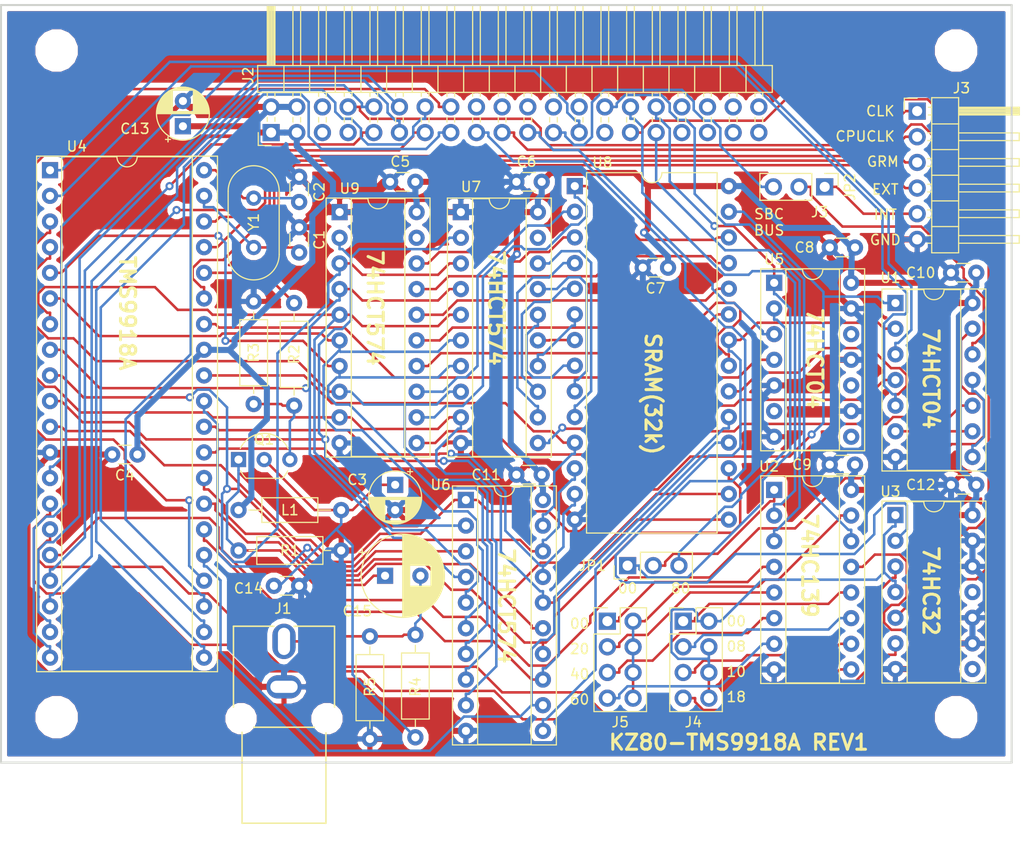
<source format=kicad_pcb>
(kicad_pcb (version 20171130) (host pcbnew "(5.0.0-3-g5ebb6b6)")
  (layers (0 F.Cu signal) (31 B.Cu signal) (34 B.Paste user) (35 F.Paste user) (36 B.SilkS user) (37 F.SilkS user) (38 B.Mask user) (39 F.Mask user) (44 Edge.Cuts user))
  (net 0 "")
  (net 1 "Net-(Q1-Pad3)")
  (net 2 GND)
  (net 3 "Net-(R2-Pad1)")
  (net 4 /~RAS)
  (net 5 /D3)
  (net 6 /~CAS)
  (net 7 /D2)
  (net 8 /AD7)
  (net 9 /D1)
  (net 10 /AD6)
  (net 11 /D0)
  (net 12 /AD5)
  (net 13 /VD7)
  (net 14 /AD4)
  (net 15 /VD6)
  (net 16 /AD3)
  (net 17 /VD5)
  (net 18 /AD2)
  (net 19 /VD4)
  (net 20 /AD1)
  (net 21 /VD3)
  (net 22 /AD0)
  (net 23 /VD2)
  (net 24 /R~W)
  (net 25 /VD1)
  (net 26 /VD0)
  (net 27 /A0)
  (net 28 VCC)
  (net 29 /~CSW)
  (net 30 /~RES)
  (net 31 /~CSR)
  (net 32 /EXTVDP)
  (net 33 /~INT)
  (net 34 /D7)
  (net 35 /GROMCLK)
  (net 36 /D6)
  (net 37 /CPUCLK)
  (net 38 /D5)
  (net 39 "Net-(C1-Pad1)")
  (net 40 /D4)
  (net 41 "Net-(C2-Pad1)")
  (net 42 /VA13)
  (net 43 /VA12)
  (net 44 /VA7)
  (net 45 /VA6)
  (net 46 /VA5)
  (net 47 /VA4)
  (net 48 /VA3)
  (net 49 /VA10)
  (net 50 /VA2)
  (net 51 /~R~W)
  (net 52 /VA1)
  (net 53 /VA11)
  (net 54 /VA0)
  (net 55 /VA9)
  (net 56 /VA8)
  (net 57 /COL)
  (net 58 "Net-(U9-Pad19)")
  (net 59 "Net-(U7-Pad19)")
  (net 60 /ROW)
  (net 61 "Net-(JP1-Pad2)")
  (net 62 /A5)
  (net 63 /A6)
  (net 64 "Net-(J5-Pad1)")
  (net 65 "Net-(J5-Pad2)")
  (net 66 "Net-(J5-Pad3)")
  (net 67 "Net-(J4-Pad3)")
  (net 68 "Net-(J4-Pad2)")
  (net 69 "Net-(J4-Pad1)")
  (net 70 /A4)
  (net 71 /A3)
  (net 72 "Net-(J5-Pad5)")
  (net 73 /A7)
  (net 74 "Net-(U5-Pad8)")
  (net 75 "Net-(JP1-Pad3)")
  (net 76 /RES)
  (net 77 "Net-(U5-Pad10)")
  (net 78 "Net-(U5-Pad12)")
  (net 79 "Net-(U5-Pad6)")
  (net 80 /~IOW)
  (net 81 "Net-(U3-Pad11)")
  (net 82 "Net-(J4-Pad5)")
  (net 83 /~IOR)
  (net 84 "Net-(U3-Pad8)")
  (net 85 "Net-(U1-Pad11)")
  (net 86 "Net-(U1-Pad6)")
  (net 87 /INT)
  (net 88 "Net-(J2-Pad5)")
  (net 89 "Net-(J2-Pad6)")
  (net 90 "Net-(J2-Pad7)")
  (net 91 /CLK)
  (net 92 "Net-(J2-Pad18)")
  (net 93 "Net-(J2-Pad20)")
  (net 94 "Net-(J2-Pad22)")
  (net 95 "Net-(J2-Pad24)")
  (net 96 "Net-(J2-Pad26)")
  (net 97 "Net-(J2-Pad27)")
  (net 98 "Net-(J2-Pad33)")
  (net 99 "Net-(J2-Pad34)")
  (net 100 "Net-(J2-Pad35)")
  (net 101 "Net-(J2-Pad36)")
  (net 102 "Net-(J2-Pad37)")
  (net 103 "Net-(J2-Pad38)")
  (net 104 "Net-(J2-Pad39)")
  (net 105 "Net-(J2-Pad40)")
  (net 106 "Net-(C15-Pad2)")
  (net 107 "Net-(C15-Pad1)")
  (net 108 "Net-(C14-Pad1)")
  (net 109 "Net-(J5-Pad7)")
  (net 110 "Net-(J4-Pad7)")
  (net 111 "Net-(JP2-Pad2)")
  (net 112 /INT80)
  (module Connector_PinHeader_2.54mm:PinHeader_1x03_P2.54mm_Vertical (layer F.Cu) (at 181.5 68 270)
    (fp_text reference JP2 (at 0 -2.5 270) (layer F.SilkS))
    (fp_text value INT-J)
    (pad 1 thru_hole rect (at 0 0 270) (size 1.7 1.7) (drill 1) (layers *.Cu *.Mask) (net 87 /INT))
    (pad 2 thru_hole oval (at 0 2.54 270) (size 1.7 1.7) (drill 1) (layers *.Cu *.Mask) (net 111 "Net-(JP2-Pad2)"))
    (pad 3 thru_hole oval (at 0 5.08 270) (size 1.7 1.7) (drill 1) (layers *.Cu *.Mask) (net 112 /INT80))
  )
  (module Capacitor_THT:CP_Radial_D5.0mm_P2.50mm (layer F.Cu) (at 139 97.5 270)
    (fp_text reference C3 (at -0.5 3.75) (layer F.SilkS))
    (fp_text value 10u)
    (pad 1 thru_hole rect (at 0 0 270) (size 1.6 1.6) (drill 0.8) (layers *.Cu *.Mask) (net 108 "Net-(C14-Pad1)"))
    (pad 2 thru_hole circle (at 2.5 0 270) (size 1.6 1.6) (drill 0.8) (layers *.Cu *.Mask) (net 2 GND))
  )
  (module Capacitor_THT:CP_Radial_D8.0mm_P3.50mm (layer F.Cu) (at 138 106.5)
    (fp_text reference C15 (at -2.75 3.5) (layer F.SilkS))
    (fp_text value 470u)
    (pad 1 thru_hole rect (at 0 0) (size 1.6 1.6) (drill 0.8) (layers *.Cu *.Mask) (net 107 "Net-(C15-Pad1)"))
    (pad 2 thru_hole circle (at 3.5 0) (size 1.6 1.6) (drill 0.8) (layers *.Cu *.Mask) (net 106 "Net-(C15-Pad2)"))
  )
  (module Capacitor_THT:C_Disc_D3.0mm_W1.6mm_P2.50mm (layer F.Cu) (at 127 107.5)
    (fp_text reference C14 (at -2.5 0.25) (layer F.SilkS))
    (fp_text value 0.1u)
    (pad 1 thru_hole circle (at 0 0) (size 1.6 1.6) (drill 0.8) (layers *.Cu *.Mask) (net 108 "Net-(C14-Pad1)"))
    (pad 2 thru_hole circle (at 2.5 0) (size 1.6 1.6) (drill 0.8) (layers *.Cu *.Mask) (net 2 GND))
  )
  (module RCACon:RCAConAE (layer F.Cu) (at 128 117.5 180)
    (fp_text reference J1 (at 0.1 7.75 180) (layer F.SilkS))
    (fp_text value Conn_Coaxial)
    (pad "" np_thru_hole circle (at -4.25 -3.15 180) (size 2.1 2.1) (drill 2.1) (layers *.Cu *.Mask))
    (pad 2 thru_hole oval (at 0 0 180) (size 3.5 2.3) (drill oval 2.7 1.2) (layers *.Cu *.Mask) (net 2 GND))
    (pad 1 thru_hole oval (at 0 4.5 270) (size 3.5 2.3) (drill oval 2.7 1.2) (layers *.Cu *.Mask) (net 106 "Net-(C15-Pad2)"))
    (pad "" np_thru_hole circle (at 4.25 -3.15 180) (size 2.1 2.1) (drill 2.1) (layers *.Cu *.Mask))
  )
  (module Resistor_THT:R_Axial_DIN0207_L6.3mm_D2.5mm_P10.16mm_Horizontal (layer F.Cu) (at 141 122.5 90)
    (fp_text reference R4 (at 5 0 90) (layer F.SilkS))
    (fp_text value 1k)
    (pad 2 thru_hole oval (at 10.16 0 90) (size 1.6 1.6) (drill 0.8) (layers *.Cu *.Mask) (net 106 "Net-(C15-Pad2)"))
    (pad 1 thru_hole circle (at 0 0 90) (size 1.6 1.6) (drill 0.8) (layers *.Cu *.Mask) (net 108 "Net-(C14-Pad1)"))
  )
  (module Resistor_THT:R_Axial_DIN0207_L6.3mm_D2.5mm_P10.16mm_Horizontal (layer F.Cu) (at 136.5 112.5 270)
    (fp_text reference R5 (at 5 0 270) (layer F.SilkS))
    (fp_text value 2k)
    (pad 1 thru_hole circle (at 0 0 270) (size 1.6 1.6) (drill 0.8) (layers *.Cu *.Mask) (net 106 "Net-(C15-Pad2)"))
    (pad 2 thru_hole oval (at 10.16 0 270) (size 1.6 1.6) (drill 0.8) (layers *.Cu *.Mask) (net 2 GND))
  )
  (module Capacitor_THT:CP_Radial_D5.0mm_P2.50mm (layer F.Cu) (at 118 62 90)
    (fp_text reference C13 (at -0.25 -4.75 180) (layer F.SilkS))
    (fp_text value 10u)
    (pad 1 thru_hole rect (at 0 0 90) (size 1.6 1.6) (drill 0.8) (layers *.Cu *.Mask) (net 28 VCC))
    (pad 2 thru_hole circle (at 2.5 0 90) (size 1.6 1.6) (drill 0.8) (layers *.Cu *.Mask) (net 2 GND))
  )
  (module Capacitor_THT:C_Disc_D3.0mm_W1.6mm_P2.50mm (layer F.Cu) (at 129.5 74.5 90)
    (fp_text reference C1 (at 1.25 2 90) (layer F.SilkS))
    (fp_text value 22P)
    (pad 2 thru_hole circle (at 2.5 0 90) (size 1.6 1.6) (drill 0.8) (layers *.Cu *.Mask) (net 2 GND))
    (pad 1 thru_hole circle (at 0 0 90) (size 1.6 1.6) (drill 0.8) (layers *.Cu *.Mask) (net 39 "Net-(C1-Pad1)"))
  )
  (module Capacitor_THT:C_Disc_D3.0mm_W1.6mm_P2.50mm (layer F.Cu) (at 129.5 69.5 90)
    (fp_text reference C2 (at 1 2 90) (layer F.SilkS))
    (fp_text value 22P)
    (pad 1 thru_hole circle (at 0 0 90) (size 1.6 1.6) (drill 0.8) (layers *.Cu *.Mask) (net 41 "Net-(C2-Pad1)"))
    (pad 2 thru_hole circle (at 2.5 0 90) (size 1.6 1.6) (drill 0.8) (layers *.Cu *.Mask) (net 2 GND))
  )
  (module Capacitor_THT:C_Disc_D3.0mm_W1.6mm_P2.50mm (layer F.Cu) (at 113.5 94.5 180)
    (fp_text reference C4 (at 1.25 -2.05 180) (layer F.SilkS))
    (fp_text value 0.1u)
    (pad 1 thru_hole circle (at 0 0 180) (size 1.6 1.6) (drill 0.8) (layers *.Cu *.Mask) (net 28 VCC))
    (pad 2 thru_hole circle (at 2.5 0 180) (size 1.6 1.6) (drill 0.8) (layers *.Cu *.Mask) (net 2 GND))
  )
  (module Capacitor_THT:C_Disc_D3.0mm_W1.6mm_P2.50mm (layer F.Cu) (at 141 67.5 180)
    (fp_text reference C5 (at 1.5 2 180) (layer F.SilkS))
    (fp_text value 0.1u)
    (pad 2 thru_hole circle (at 2.5 0 180) (size 1.6 1.6) (drill 0.8) (layers *.Cu *.Mask) (net 2 GND))
    (pad 1 thru_hole circle (at 0 0 180) (size 1.6 1.6) (drill 0.8) (layers *.Cu *.Mask) (net 28 VCC))
  )
  (module Capacitor_THT:C_Disc_D3.0mm_W1.6mm_P2.50mm (layer F.Cu) (at 153.5 67.5 180)
    (fp_text reference C6 (at 1.5 2 180) (layer F.SilkS))
    (fp_text value 0.1u)
    (pad 1 thru_hole circle (at 0 0 180) (size 1.6 1.6) (drill 0.8) (layers *.Cu *.Mask) (net 28 VCC))
    (pad 2 thru_hole circle (at 2.5 0 180) (size 1.6 1.6) (drill 0.8) (layers *.Cu *.Mask) (net 2 GND))
  )
  (module Capacitor_THT:C_Disc_D3.0mm_W1.6mm_P2.50mm (layer F.Cu) (at 166 76 180)
    (fp_text reference C7 (at 1.25 -2.05 180) (layer F.SilkS))
    (fp_text value 0.1u)
    (pad 2 thru_hole circle (at 2.5 0 180) (size 1.6 1.6) (drill 0.8) (layers *.Cu *.Mask) (net 2 GND))
    (pad 1 thru_hole circle (at 0 0 180) (size 1.6 1.6) (drill 0.8) (layers *.Cu *.Mask) (net 28 VCC))
  )
  (module Capacitor_THT:C_Disc_D3.0mm_W1.6mm_P2.50mm (layer F.Cu) (at 184.5 74 180)
    (fp_text reference C8 (at 5 0 180) (layer F.SilkS))
    (fp_text value 0.1u)
    (pad 1 thru_hole circle (at 0 0 180) (size 1.6 1.6) (drill 0.8) (layers *.Cu *.Mask) (net 28 VCC))
    (pad 2 thru_hole circle (at 2.5 0 180) (size 1.6 1.6) (drill 0.8) (layers *.Cu *.Mask) (net 2 GND))
  )
  (module Capacitor_THT:C_Disc_D3.0mm_W1.6mm_P2.50mm (layer F.Cu) (at 184.5 95.5 180)
    (fp_text reference C9 (at 5.25 0 180) (layer F.SilkS))
    (fp_text value 0.1u)
    (pad 2 thru_hole circle (at 2.5 0 180) (size 1.6 1.6) (drill 0.8) (layers *.Cu *.Mask) (net 2 GND))
    (pad 1 thru_hole circle (at 0 0 180) (size 1.6 1.6) (drill 0.8) (layers *.Cu *.Mask) (net 28 VCC))
  )
  (module Capacitor_THT:C_Disc_D3.0mm_W1.6mm_P2.50mm (layer F.Cu) (at 196.5 76.5 180)
    (fp_text reference C10 (at 5.5 0 180) (layer F.SilkS))
    (fp_text value 0.1u)
    (pad 1 thru_hole circle (at 0 0 180) (size 1.6 1.6) (drill 0.8) (layers *.Cu *.Mask) (net 28 VCC))
    (pad 2 thru_hole circle (at 2.5 0 180) (size 1.6 1.6) (drill 0.8) (layers *.Cu *.Mask) (net 2 GND))
  )
  (module Capacitor_THT:C_Disc_D3.0mm_W1.6mm_P2.50mm (layer F.Cu) (at 153.5 96.5 180)
    (fp_text reference C11 (at 5.5 0 180) (layer F.SilkS))
    (fp_text value 0.1u)
    (pad 2 thru_hole circle (at 2.5 0 180) (size 1.6 1.6) (drill 0.8) (layers *.Cu *.Mask) (net 2 GND))
    (pad 1 thru_hole circle (at 0 0 180) (size 1.6 1.6) (drill 0.8) (layers *.Cu *.Mask) (net 28 VCC))
  )
  (module Capacitor_THT:C_Disc_D3.0mm_W1.6mm_P2.50mm (layer F.Cu) (at 196.5 97.5 180)
    (fp_text reference C12 (at 5.5 0 180) (layer F.SilkS))
    (fp_text value 0.1u)
    (pad 1 thru_hole circle (at 0 0 180) (size 1.6 1.6) (drill 0.8) (layers *.Cu *.Mask) (net 28 VCC))
    (pad 2 thru_hole circle (at 2.5 0 180) (size 1.6 1.6) (drill 0.8) (layers *.Cu *.Mask) (net 2 GND))
  )
  (module Connector_PinHeader_2.54mm:PinHeader_1x03_P2.54mm_Vertical (layer F.Cu) (at 162 105.5 90)
    (fp_text reference JP1 (at 0 -3.5 180) (layer F.SilkS))
    (fp_text value A7_JP)
    (pad 1 thru_hole rect (at 0 0 90) (size 1.7 1.7) (drill 1) (layers *.Cu *.Mask) (net 73 /A7))
    (pad 2 thru_hole oval (at 0 2.54 90) (size 1.7 1.7) (drill 1) (layers *.Cu *.Mask) (net 61 "Net-(JP1-Pad2)"))
    (pad 3 thru_hole oval (at 0 5.08 90) (size 1.7 1.7) (drill 1) (layers *.Cu *.Mask) (net 75 "Net-(JP1-Pad3)"))
  )
  (module Connector_PinHeader_2.54mm:PinHeader_1x06_P2.54mm_Horizontal (layer F.Cu) (at 190.65 60.5)
    (fp_text reference J3 (at 4.385 -2.27) (layer F.SilkS))
    (fp_text value EXT_JP)
    (pad 1 thru_hole rect (at 0 0) (size 1.7 1.7) (drill 1) (layers *.Cu *.Mask) (net 91 /CLK))
    (pad 2 thru_hole oval (at 0 2.54) (size 1.7 1.7) (drill 1) (layers *.Cu *.Mask) (net 37 /CPUCLK))
    (pad 3 thru_hole oval (at 0 5.08) (size 1.7 1.7) (drill 1) (layers *.Cu *.Mask) (net 35 /GROMCLK))
    (pad 4 thru_hole oval (at 0 7.62) (size 1.7 1.7) (drill 1) (layers *.Cu *.Mask) (net 32 /EXTVDP))
    (pad 5 thru_hole oval (at 0 10.16) (size 1.7 1.7) (drill 1) (layers *.Cu *.Mask) (net 87 /INT))
    (pad 6 thru_hole oval (at 0 12.7) (size 1.7 1.7) (drill 1) (layers *.Cu *.Mask) (net 2 GND))
  )
  (module Connector_PinHeader_2.54mm:PinHeader_2x04_P2.54mm_Vertical (layer F.Cu) (at 167.5 111)
    (fp_text reference J4 (at 1 10) (layer F.SilkS))
    (fp_text value AD_JP)
    (pad 8 thru_hole oval (at 2.54 7.62) (size 1.7 1.7) (drill 1) (layers *.Cu *.Mask) (net 68 "Net-(J4-Pad2)"))
    (pad 7 thru_hole oval (at 0 7.62) (size 1.7 1.7) (drill 1) (layers *.Cu *.Mask) (net 110 "Net-(J4-Pad7)"))
    (pad 6 thru_hole oval (at 2.54 5.08) (size 1.7 1.7) (drill 1) (layers *.Cu *.Mask) (net 68 "Net-(J4-Pad2)"))
    (pad 5 thru_hole oval (at 0 5.08) (size 1.7 1.7) (drill 1) (layers *.Cu *.Mask) (net 82 "Net-(J4-Pad5)"))
    (pad 4 thru_hole oval (at 2.54 2.54) (size 1.7 1.7) (drill 1) (layers *.Cu *.Mask) (net 68 "Net-(J4-Pad2)"))
    (pad 3 thru_hole oval (at 0 2.54) (size 1.7 1.7) (drill 1) (layers *.Cu *.Mask) (net 67 "Net-(J4-Pad3)"))
    (pad 2 thru_hole oval (at 2.54 0) (size 1.7 1.7) (drill 1) (layers *.Cu *.Mask) (net 68 "Net-(J4-Pad2)"))
    (pad 1 thru_hole rect (at 0 0) (size 1.7 1.7) (drill 1) (layers *.Cu *.Mask) (net 69 "Net-(J4-Pad1)"))
  )
  (module Connector_PinHeader_2.54mm:PinHeader_2x04_P2.54mm_Vertical (layer F.Cu) (at 160 111)
    (fp_text reference J5 (at 1.27 10) (layer F.SilkS))
    (fp_text value AD_JP)
    (pad 1 thru_hole rect (at 0 0) (size 1.7 1.7) (drill 1) (layers *.Cu *.Mask) (net 64 "Net-(J5-Pad1)"))
    (pad 2 thru_hole oval (at 2.54 0) (size 1.7 1.7) (drill 1) (layers *.Cu *.Mask) (net 65 "Net-(J5-Pad2)"))
    (pad 3 thru_hole oval (at 0 2.54) (size 1.7 1.7) (drill 1) (layers *.Cu *.Mask) (net 66 "Net-(J5-Pad3)"))
    (pad 4 thru_hole oval (at 2.54 2.54) (size 1.7 1.7) (drill 1) (layers *.Cu *.Mask) (net 65 "Net-(J5-Pad2)"))
    (pad 5 thru_hole oval (at 0 5.08) (size 1.7 1.7) (drill 1) (layers *.Cu *.Mask) (net 72 "Net-(J5-Pad5)"))
    (pad 6 thru_hole oval (at 2.54 5.08) (size 1.7 1.7) (drill 1) (layers *.Cu *.Mask) (net 65 "Net-(J5-Pad2)"))
    (pad 7 thru_hole oval (at 0 7.62) (size 1.7 1.7) (drill 1) (layers *.Cu *.Mask) (net 109 "Net-(J5-Pad7)"))
    (pad 8 thru_hole oval (at 2.54 7.62) (size 1.7 1.7) (drill 1) (layers *.Cu *.Mask) (net 65 "Net-(J5-Pad2)"))
  )
  (module Connector_PinHeader_2.54mm:PinHeader_2x20_P2.54mm_Horizontal (layer F.Cu) (at 126.725 62.625 90)
    (fp_text reference J2 (at 5.655 -2.27 90) (layer F.SilkS))
    (fp_text value "SBC8080 BUS")
    (pad 1 thru_hole rect (at 0 0 90) (size 1.7 1.7) (drill 1) (layers *.Cu *.Mask) (net 28 VCC))
    (pad 2 thru_hole oval (at 2.54 0 90) (size 1.7 1.7) (drill 1) (layers *.Cu *.Mask) (net 2 GND))
    (pad 3 thru_hole oval (at 0 2.54 90) (size 1.7 1.7) (drill 1) (layers *.Cu *.Mask) (net 28 VCC))
    (pad 4 thru_hole oval (at 2.54 2.54 90) (size 1.7 1.7) (drill 1) (layers *.Cu *.Mask) (net 2 GND))
    (pad 5 thru_hole oval (at 0 5.08 90) (size 1.7 1.7) (drill 1) (layers *.Cu *.Mask) (net 88 "Net-(J2-Pad5)"))
    (pad 6 thru_hole oval (at 2.54 5.08 90) (size 1.7 1.7) (drill 1) (layers *.Cu *.Mask) (net 89 "Net-(J2-Pad6)"))
    (pad 7 thru_hole oval (at 0 7.62 90) (size 1.7 1.7) (drill 1) (layers *.Cu *.Mask) (net 90 "Net-(J2-Pad7)"))
    (pad 8 thru_hole oval (at 2.54 7.62 90) (size 1.7 1.7) (drill 1) (layers *.Cu *.Mask) (net 91 /CLK))
    (pad 9 thru_hole oval (at 0 10.16 90) (size 1.7 1.7) (drill 1) (layers *.Cu *.Mask) (net 11 /D0))
    (pad 10 thru_hole oval (at 2.54 10.16 90) (size 1.7 1.7) (drill 1) (layers *.Cu *.Mask) (net 9 /D1))
    (pad 11 thru_hole oval (at 0 12.7 90) (size 1.7 1.7) (drill 1) (layers *.Cu *.Mask) (net 7 /D2))
    (pad 12 thru_hole oval (at 2.54 12.7 90) (size 1.7 1.7) (drill 1) (layers *.Cu *.Mask) (net 5 /D3))
    (pad 13 thru_hole oval (at 0 15.24 90) (size 1.7 1.7) (drill 1) (layers *.Cu *.Mask) (net 40 /D4))
    (pad 14 thru_hole oval (at 2.54 15.24 90) (size 1.7 1.7) (drill 1) (layers *.Cu *.Mask) (net 38 /D5))
    (pad 15 thru_hole oval (at 0 17.78 90) (size 1.7 1.7) (drill 1) (layers *.Cu *.Mask) (net 36 /D6))
    (pad 16 thru_hole oval (at 2.54 17.78 90) (size 1.7 1.7) (drill 1) (layers *.Cu *.Mask) (net 34 /D7))
    (pad 17 thru_hole oval (at 0 20.32 90) (size 1.7 1.7) (drill 1) (layers *.Cu *.Mask) (net 83 /~IOR))
    (pad 18 thru_hole oval (at 2.54 20.32 90) (size 1.7 1.7) (drill 1) (layers *.Cu *.Mask) (net 92 "Net-(J2-Pad18)"))
    (pad 19 thru_hole oval (at 0 22.86 90) (size 1.7 1.7) (drill 1) (layers *.Cu *.Mask) (net 80 /~IOW))
    (pad 20 thru_hole oval (at 2.54 22.86 90) (size 1.7 1.7) (drill 1) (layers *.Cu *.Mask) (net 93 "Net-(J2-Pad20)"))
    (pad 21 thru_hole oval (at 0 25.4 90) (size 1.7 1.7) (drill 1) (layers *.Cu *.Mask) (net 76 /RES))
    (pad 22 thru_hole oval (at 2.54 25.4 90) (size 1.7 1.7) (drill 1) (layers *.Cu *.Mask) (net 94 "Net-(J2-Pad22)"))
    (pad 23 thru_hole oval (at 0 27.94 90) (size 1.7 1.7) (drill 1) (layers *.Cu *.Mask) (net 112 /INT80))
    (pad 24 thru_hole oval (at 2.54 27.94 90) (size 1.7 1.7) (drill 1) (layers *.Cu *.Mask) (net 95 "Net-(J2-Pad24)"))
    (pad 25 thru_hole oval (at 0 30.48 90) (size 1.7 1.7) (drill 1) (layers *.Cu *.Mask) (net 27 /A0))
    (pad 26 thru_hole oval (at 2.54 30.48 90) (size 1.7 1.7) (drill 1) (layers *.Cu *.Mask) (net 96 "Net-(J2-Pad26)"))
    (pad 27 thru_hole oval (at 0 33.02 90) (size 1.7 1.7) (drill 1) (layers *.Cu *.Mask) (net 97 "Net-(J2-Pad27)"))
    (pad 28 thru_hole oval (at 2.54 33.02 90) (size 1.7 1.7) (drill 1) (layers *.Cu *.Mask) (net 71 /A3))
    (pad 29 thru_hole oval (at 0 35.56 90) (size 1.7 1.7) (drill 1) (layers *.Cu *.Mask) (net 70 /A4))
    (pad 30 thru_hole oval (at 2.54 35.56 90) (size 1.7 1.7) (drill 1) (layers *.Cu *.Mask) (net 62 /A5))
    (pad 31 thru_hole oval (at 0 38.1 90) (size 1.7 1.7) (drill 1) (layers *.Cu *.Mask) (net 63 /A6))
    (pad 32 thru_hole oval (at 2.54 38.1 90) (size 1.7 1.7) (drill 1) (layers *.Cu *.Mask) (net 73 /A7))
    (pad 33 thru_hole oval (at 0 40.64 90) (size 1.7 1.7) (drill 1) (layers *.Cu *.Mask) (net 98 "Net-(J2-Pad33)"))
    (pad 34 thru_hole oval (at 2.54 40.64 90) (size 1.7 1.7) (drill 1) (layers *.Cu *.Mask) (net 99 "Net-(J2-Pad34)"))
    (pad 35 thru_hole oval (at 0 43.18 90) (size 1.7 1.7) (drill 1) (layers *.Cu *.Mask) (net 100 "Net-(J2-Pad35)"))
    (pad 36 thru_hole oval (at 2.54 43.18 90) (size 1.7 1.7) (drill 1) (layers *.Cu *.Mask) (net 101 "Net-(J2-Pad36)"))
    (pad 37 thru_hole oval (at 0 45.72 90) (size 1.7 1.7) (drill 1) (layers *.Cu *.Mask) (net 102 "Net-(J2-Pad37)"))
    (pad 38 thru_hole oval (at 2.54 45.72 90) (size 1.7 1.7) (drill 1) (layers *.Cu *.Mask) (net 103 "Net-(J2-Pad38)"))
    (pad 39 thru_hole oval (at 0 48.26 90) (size 1.7 1.7) (drill 1) (layers *.Cu *.Mask) (net 104 "Net-(J2-Pad39)"))
    (pad 40 thru_hole oval (at 2.54 48.26 90) (size 1.7 1.7) (drill 1) (layers *.Cu *.Mask) (net 105 "Net-(J2-Pad40)"))
  )
  (module Crystal:Crystal_HC49-U_Vertical (layer F.Cu) (at 125 74 90)
    (fp_text reference Y1 (at 2.5 0 90) (layer F.SilkS))
    (fp_text value 10.738635MHZ)
    (pad 1 thru_hole circle (at 0 0 90) (size 1.5 1.5) (drill 0.8) (layers *.Cu *.Mask) (net 39 "Net-(C1-Pad1)"))
    (pad 2 thru_hole circle (at 4.88 0 90) (size 1.5 1.5) (drill 0.8) (layers *.Cu *.Mask) (net 41 "Net-(C2-Pad1)"))
  )
  (module Inductor_THT:L_Axial_L5.3mm_D2.2mm_P10.16mm_Horizontal_Vishay_IM-1 (layer F.Cu) (at 123.5 100)
    (fp_text reference L1 (at 5.08 0) (layer F.SilkS))
    (fp_text value L_Core_Ferrite)
    (pad 1 thru_hole circle (at 0 0) (size 1.6 1.6) (drill 0.8) (layers *.Cu *.Mask) (net 28 VCC))
    (pad 2 thru_hole oval (at 10.16 0) (size 1.6 1.6) (drill 0.8) (layers *.Cu *.Mask) (net 108 "Net-(C14-Pad1)"))
  )
  (module MountingHole:MountingHole_3.2mm_M3 (layer F.Cu) (at 105.5 120.5)
    (fp_text reference MH1 hide)
    (fp_text value MountingHole)
    (pad 1 np_thru_hole circle (at 0 0) (size 3.2 3.2) (drill 3.2) (layers *.Cu *.Mask))
  )
  (module MountingHole:MountingHole_3.2mm_M3 (layer F.Cu) (at 194.5 54.5)
    (fp_text reference MH2 hide)
    (fp_text value MountingHole)
    (pad 1 np_thru_hole circle (at 0 0) (size 3.2 3.2) (drill 3.2) (layers *.Cu *.Mask))
  )
  (module MountingHole:MountingHole_3.2mm_M3 (layer F.Cu) (at 105.5 54.5)
    (fp_text reference MH3 hide)
    (fp_text value MountingHole)
    (pad 1 np_thru_hole circle (at 0 0) (size 3.2 3.2) (drill 3.2) (layers *.Cu *.Mask))
  )
  (module MountingHole:MountingHole_3.2mm_M3 (layer F.Cu) (at 194.5 120.5)
    (fp_text reference MH4 hide)
    (fp_text value MountingHole)
    (pad 1 np_thru_hole circle (at 0 0) (size 3.2 3.2) (drill 3.2) (layers *.Cu *.Mask))
  )
  (module Package_DIP:DIP-14_W7.62mm_Socket (layer F.Cu) (at 188.5 79.5)
    (fp_text reference U1 (at -0.5 -2.5) (layer F.SilkS))
    (fp_text value 74HCT04)
    (pad 1 thru_hole rect (at 0 0) (size 1.6 1.6) (drill 0.8) (layers *.Cu *.Mask) (net 24 /R~W))
    (pad 8 thru_hole oval (at 7.62 15.24) (size 1.6 1.6) (drill 0.8) (layers *.Cu *.Mask) (net 85 "Net-(U1-Pad11)"))
    (pad 2 thru_hole oval (at 0 2.54) (size 1.6 1.6) (drill 0.8) (layers *.Cu *.Mask) (net 51 /~R~W))
    (pad 9 thru_hole oval (at 7.62 12.7) (size 1.6 1.6) (drill 0.8) (layers *.Cu *.Mask) (net 86 "Net-(U1-Pad6)"))
    (pad 3 thru_hole oval (at 0 5.08) (size 1.6 1.6) (drill 0.8) (layers *.Cu *.Mask) (net 4 /~RAS))
    (pad 10 thru_hole oval (at 7.62 10.16) (size 1.6 1.6) (drill 0.8) (layers *.Cu *.Mask) (net 57 /COL))
    (pad 4 thru_hole oval (at 0 7.62) (size 1.6 1.6) (drill 0.8) (layers *.Cu *.Mask) (net 60 /ROW))
    (pad 11 thru_hole oval (at 7.62 7.62) (size 1.6 1.6) (drill 0.8) (layers *.Cu *.Mask) (net 85 "Net-(U1-Pad11)"))
    (pad 5 thru_hole oval (at 0 10.16) (size 1.6 1.6) (drill 0.8) (layers *.Cu *.Mask) (net 6 /~CAS))
    (pad 12 thru_hole oval (at 7.62 5.08) (size 1.6 1.6) (drill 0.8) (layers *.Cu *.Mask) (net 111 "Net-(JP2-Pad2)"))
    (pad 6 thru_hole oval (at 0 12.7) (size 1.6 1.6) (drill 0.8) (layers *.Cu *.Mask) (net 86 "Net-(U1-Pad6)"))
    (pad 13 thru_hole oval (at 7.62 2.54) (size 1.6 1.6) (drill 0.8) (layers *.Cu *.Mask) (net 33 /~INT))
    (pad 7 thru_hole oval (at 0 15.24) (size 1.6 1.6) (drill 0.8) (layers *.Cu *.Mask) (net 2 GND))
    (pad 14 thru_hole oval (at 7.62 0) (size 1.6 1.6) (drill 0.8) (layers *.Cu *.Mask) (net 28 VCC))
  )
  (module Package_DIP:DIP-14_W7.62mm_Socket (layer F.Cu) (at 188.5 100.5)
    (fp_text reference U3 (at -0.5 -2.33) (layer F.SilkS))
    (fp_text value 74HC32)
    (pad 14 thru_hole oval (at 7.62 0) (size 1.6 1.6) (drill 0.8) (layers *.Cu *.Mask) (net 28 VCC))
    (pad 7 thru_hole oval (at 0 15.24) (size 1.6 1.6) (drill 0.8) (layers *.Cu *.Mask) (net 2 GND))
    (pad 13 thru_hole oval (at 7.62 2.54) (size 1.6 1.6) (drill 0.8) (layers *.Cu *.Mask) (net 2 GND))
    (pad 6 thru_hole oval (at 0 12.7) (size 1.6 1.6) (drill 0.8) (layers *.Cu *.Mask) (net 29 /~CSW))
    (pad 12 thru_hole oval (at 7.62 5.08) (size 1.6 1.6) (drill 0.8) (layers *.Cu *.Mask) (net 2 GND))
    (pad 5 thru_hole oval (at 0 10.16) (size 1.6 1.6) (drill 0.8) (layers *.Cu *.Mask) (net 80 /~IOW))
    (pad 11 thru_hole oval (at 7.62 7.62) (size 1.6 1.6) (drill 0.8) (layers *.Cu *.Mask) (net 81 "Net-(U3-Pad11)"))
    (pad 4 thru_hole oval (at 0 7.62) (size 1.6 1.6) (drill 0.8) (layers *.Cu *.Mask) (net 68 "Net-(J4-Pad2)"))
    (pad 10 thru_hole oval (at 7.62 10.16) (size 1.6 1.6) (drill 0.8) (layers *.Cu *.Mask) (net 2 GND))
    (pad 3 thru_hole oval (at 0 5.08) (size 1.6 1.6) (drill 0.8) (layers *.Cu *.Mask) (net 31 /~CSR))
    (pad 9 thru_hole oval (at 7.62 12.7) (size 1.6 1.6) (drill 0.8) (layers *.Cu *.Mask) (net 2 GND))
    (pad 2 thru_hole oval (at 0 2.54) (size 1.6 1.6) (drill 0.8) (layers *.Cu *.Mask) (net 83 /~IOR))
    (pad 8 thru_hole oval (at 7.62 15.24) (size 1.6 1.6) (drill 0.8) (layers *.Cu *.Mask) (net 84 "Net-(U3-Pad8)"))
    (pad 1 thru_hole rect (at 0 0) (size 1.6 1.6) (drill 0.8) (layers *.Cu *.Mask) (net 68 "Net-(J4-Pad2)"))
  )
  (module Package_DIP:DIP-14_W7.62mm_Socket (layer F.Cu) (at 176.5 77.5)
    (fp_text reference U5 (at 0 -2.33) (layer F.SilkS))
    (fp_text value 74HCT04)
    (pad 1 thru_hole rect (at 0 0) (size 1.6 1.6) (drill 0.8) (layers *.Cu *.Mask) (net 73 /A7))
    (pad 8 thru_hole oval (at 7.62 15.24) (size 1.6 1.6) (drill 0.8) (layers *.Cu *.Mask) (net 74 "Net-(U5-Pad8)"))
    (pad 2 thru_hole oval (at 0 2.54) (size 1.6 1.6) (drill 0.8) (layers *.Cu *.Mask) (net 75 "Net-(JP1-Pad3)"))
    (pad 9 thru_hole oval (at 7.62 12.7) (size 1.6 1.6) (drill 0.8) (layers *.Cu *.Mask) (net 2 GND))
    (pad 3 thru_hole oval (at 0 5.08) (size 1.6 1.6) (drill 0.8) (layers *.Cu *.Mask) (net 76 /RES))
    (pad 10 thru_hole oval (at 7.62 10.16) (size 1.6 1.6) (drill 0.8) (layers *.Cu *.Mask) (net 77 "Net-(U5-Pad10)"))
    (pad 4 thru_hole oval (at 0 7.62) (size 1.6 1.6) (drill 0.8) (layers *.Cu *.Mask) (net 30 /~RES))
    (pad 11 thru_hole oval (at 7.62 7.62) (size 1.6 1.6) (drill 0.8) (layers *.Cu *.Mask) (net 2 GND))
    (pad 5 thru_hole oval (at 0 10.16) (size 1.6 1.6) (drill 0.8) (layers *.Cu *.Mask) (net 2 GND))
    (pad 12 thru_hole oval (at 7.62 5.08) (size 1.6 1.6) (drill 0.8) (layers *.Cu *.Mask) (net 78 "Net-(U5-Pad12)"))
    (pad 6 thru_hole oval (at 0 12.7) (size 1.6 1.6) (drill 0.8) (layers *.Cu *.Mask) (net 79 "Net-(U5-Pad6)"))
    (pad 13 thru_hole oval (at 7.62 2.54) (size 1.6 1.6) (drill 0.8) (layers *.Cu *.Mask) (net 2 GND))
    (pad 7 thru_hole oval (at 0 15.24) (size 1.6 1.6) (drill 0.8) (layers *.Cu *.Mask) (net 2 GND))
    (pad 14 thru_hole oval (at 7.62 0) (size 1.6 1.6) (drill 0.8) (layers *.Cu *.Mask) (net 28 VCC))
  )
  (module Package_DIP:DIP-16_W7.62mm_Socket (layer F.Cu) (at 176.5 98)
    (fp_text reference U2 (at -0.5 -2.33) (layer F.SilkS))
    (fp_text value 74HC139)
    (pad 16 thru_hole oval (at 7.62 0) (size 1.6 1.6) (drill 0.8) (layers *.Cu *.Mask) (net 28 VCC))
    (pad 8 thru_hole oval (at 0 17.78) (size 1.6 1.6) (drill 0.8) (layers *.Cu *.Mask) (net 2 GND))
    (pad 15 thru_hole oval (at 7.62 2.54) (size 1.6 1.6) (drill 0.8) (layers *.Cu *.Mask) (net 65 "Net-(J5-Pad2)"))
    (pad 7 thru_hole oval (at 0 15.24) (size 1.6 1.6) (drill 0.8) (layers *.Cu *.Mask) (net 109 "Net-(J5-Pad7)"))
    (pad 14 thru_hole oval (at 7.62 5.08) (size 1.6 1.6) (drill 0.8) (layers *.Cu *.Mask) (net 71 /A3))
    (pad 6 thru_hole oval (at 0 12.7) (size 1.6 1.6) (drill 0.8) (layers *.Cu *.Mask) (net 72 "Net-(J5-Pad5)"))
    (pad 13 thru_hole oval (at 7.62 7.62) (size 1.6 1.6) (drill 0.8) (layers *.Cu *.Mask) (net 70 /A4))
    (pad 5 thru_hole oval (at 0 10.16) (size 1.6 1.6) (drill 0.8) (layers *.Cu *.Mask) (net 66 "Net-(J5-Pad3)"))
    (pad 12 thru_hole oval (at 7.62 10.16) (size 1.6 1.6) (drill 0.8) (layers *.Cu *.Mask) (net 69 "Net-(J4-Pad1)"))
    (pad 4 thru_hole oval (at 0 7.62) (size 1.6 1.6) (drill 0.8) (layers *.Cu *.Mask) (net 64 "Net-(J5-Pad1)"))
    (pad 11 thru_hole oval (at 7.62 12.7) (size 1.6 1.6) (drill 0.8) (layers *.Cu *.Mask) (net 67 "Net-(J4-Pad3)"))
    (pad 3 thru_hole oval (at 0 5.08) (size 1.6 1.6) (drill 0.8) (layers *.Cu *.Mask) (net 63 /A6))
    (pad 10 thru_hole oval (at 7.62 15.24) (size 1.6 1.6) (drill 0.8) (layers *.Cu *.Mask) (net 82 "Net-(J4-Pad5)"))
    (pad 2 thru_hole oval (at 0 2.54) (size 1.6 1.6) (drill 0.8) (layers *.Cu *.Mask) (net 62 /A5))
    (pad 9 thru_hole oval (at 7.62 17.78) (size 1.6 1.6) (drill 0.8) (layers *.Cu *.Mask) (net 110 "Net-(J4-Pad7)"))
    (pad 1 thru_hole rect (at 0 0) (size 1.6 1.6) (drill 0.8) (layers *.Cu *.Mask) (net 61 "Net-(JP1-Pad2)"))
  )
  (module Package_DIP:DIP-20_W7.62mm_Socket (layer F.Cu) (at 146 99)
    (fp_text reference U6 (at -2.5 -1.5) (layer F.SilkS))
    (fp_text value 74HCT574)
    (pad 1 thru_hole rect (at 0 0) (size 1.6 1.6) (drill 0.8) (layers *.Cu *.Mask) (net 24 /R~W))
    (pad 11 thru_hole oval (at 7.62 22.86) (size 1.6 1.6) (drill 0.8) (layers *.Cu *.Mask) (net 51 /~R~W))
    (pad 2 thru_hole oval (at 0 2.54) (size 1.6 1.6) (drill 0.8) (layers *.Cu *.Mask) (net 22 /AD0))
    (pad 12 thru_hole oval (at 7.62 20.32) (size 1.6 1.6) (drill 0.8) (layers *.Cu *.Mask) (net 13 /VD7))
    (pad 3 thru_hole oval (at 0 5.08) (size 1.6 1.6) (drill 0.8) (layers *.Cu *.Mask) (net 20 /AD1))
    (pad 13 thru_hole oval (at 7.62 17.78) (size 1.6 1.6) (drill 0.8) (layers *.Cu *.Mask) (net 15 /VD6))
    (pad 4 thru_hole oval (at 0 7.62) (size 1.6 1.6) (drill 0.8) (layers *.Cu *.Mask) (net 18 /AD2))
    (pad 14 thru_hole oval (at 7.62 15.24) (size 1.6 1.6) (drill 0.8) (layers *.Cu *.Mask) (net 17 /VD5))
    (pad 5 thru_hole oval (at 0 10.16) (size 1.6 1.6) (drill 0.8) (layers *.Cu *.Mask) (net 16 /AD3))
    (pad 15 thru_hole oval (at 7.62 12.7) (size 1.6 1.6) (drill 0.8) (layers *.Cu *.Mask) (net 19 /VD4))
    (pad 6 thru_hole oval (at 0 12.7) (size 1.6 1.6) (drill 0.8) (layers *.Cu *.Mask) (net 14 /AD4))
    (pad 16 thru_hole oval (at 7.62 10.16) (size 1.6 1.6) (drill 0.8) (layers *.Cu *.Mask) (net 21 /VD3))
    (pad 7 thru_hole oval (at 0 15.24) (size 1.6 1.6) (drill 0.8) (layers *.Cu *.Mask) (net 12 /AD5))
    (pad 17 thru_hole oval (at 7.62 7.62) (size 1.6 1.6) (drill 0.8) (layers *.Cu *.Mask) (net 23 /VD2))
    (pad 8 thru_hole oval (at 0 17.78) (size 1.6 1.6) (drill 0.8) (layers *.Cu *.Mask) (net 10 /AD6))
    (pad 18 thru_hole oval (at 7.62 5.08) (size 1.6 1.6) (drill 0.8) (layers *.Cu *.Mask) (net 25 /VD1))
    (pad 9 thru_hole oval (at 0 20.32) (size 1.6 1.6) (drill 0.8) (layers *.Cu *.Mask) (net 8 /AD7))
    (pad 19 thru_hole oval (at 7.62 2.54) (size 1.6 1.6) (drill 0.8) (layers *.Cu *.Mask) (net 26 /VD0))
    (pad 10 thru_hole oval (at 0 22.86) (size 1.6 1.6) (drill 0.8) (layers *.Cu *.Mask) (net 2 GND))
    (pad 20 thru_hole oval (at 7.62 0) (size 1.6 1.6) (drill 0.8) (layers *.Cu *.Mask) (net 28 VCC))
  )
  (module Package_DIP:DIP-20_W7.62mm_Socket (layer F.Cu) (at 145.5 70.5)
    (fp_text reference U7 (at 1 -2.5) (layer F.SilkS))
    (fp_text value 74HCT574)
    (pad 20 thru_hole oval (at 7.62 0) (size 1.6 1.6) (drill 0.8) (layers *.Cu *.Mask) (net 28 VCC))
    (pad 10 thru_hole oval (at 0 22.86) (size 1.6 1.6) (drill 0.8) (layers *.Cu *.Mask) (net 2 GND))
    (pad 19 thru_hole oval (at 7.62 2.54) (size 1.6 1.6) (drill 0.8) (layers *.Cu *.Mask) (net 59 "Net-(U7-Pad19)"))
    (pad 9 thru_hole oval (at 0 20.32) (size 1.6 1.6) (drill 0.8) (layers *.Cu *.Mask) (net 8 /AD7))
    (pad 18 thru_hole oval (at 7.62 5.08) (size 1.6 1.6) (drill 0.8) (layers *.Cu *.Mask) (net 54 /VA0))
    (pad 8 thru_hole oval (at 0 17.78) (size 1.6 1.6) (drill 0.8) (layers *.Cu *.Mask) (net 10 /AD6))
    (pad 17 thru_hole oval (at 7.62 7.62) (size 1.6 1.6) (drill 0.8) (layers *.Cu *.Mask) (net 52 /VA1))
    (pad 7 thru_hole oval (at 0 15.24) (size 1.6 1.6) (drill 0.8) (layers *.Cu *.Mask) (net 12 /AD5))
    (pad 16 thru_hole oval (at 7.62 10.16) (size 1.6 1.6) (drill 0.8) (layers *.Cu *.Mask) (net 50 /VA2))
    (pad 6 thru_hole oval (at 0 12.7) (size 1.6 1.6) (drill 0.8) (layers *.Cu *.Mask) (net 14 /AD4))
    (pad 15 thru_hole oval (at 7.62 12.7) (size 1.6 1.6) (drill 0.8) (layers *.Cu *.Mask) (net 48 /VA3))
    (pad 5 thru_hole oval (at 0 10.16) (size 1.6 1.6) (drill 0.8) (layers *.Cu *.Mask) (net 16 /AD3))
    (pad 14 thru_hole oval (at 7.62 15.24) (size 1.6 1.6) (drill 0.8) (layers *.Cu *.Mask) (net 47 /VA4))
    (pad 4 thru_hole oval (at 0 7.62) (size 1.6 1.6) (drill 0.8) (layers *.Cu *.Mask) (net 18 /AD2))
    (pad 13 thru_hole oval (at 7.62 17.78) (size 1.6 1.6) (drill 0.8) (layers *.Cu *.Mask) (net 46 /VA5))
    (pad 3 thru_hole oval (at 0 5.08) (size 1.6 1.6) (drill 0.8) (layers *.Cu *.Mask) (net 20 /AD1))
    (pad 12 thru_hole oval (at 7.62 20.32) (size 1.6 1.6) (drill 0.8) (layers *.Cu *.Mask) (net 45 /VA6))
    (pad 2 thru_hole oval (at 0 2.54) (size 1.6 1.6) (drill 0.8) (layers *.Cu *.Mask) (net 22 /AD0))
    (pad 11 thru_hole oval (at 7.62 22.86) (size 1.6 1.6) (drill 0.8) (layers *.Cu *.Mask) (net 60 /ROW))
    (pad 1 thru_hole rect (at 0 0) (size 1.6 1.6) (drill 0.8) (layers *.Cu *.Mask) (net 2 GND))
  )
  (module Package_DIP:DIP-20_W7.62mm_Socket (layer F.Cu) (at 133.5 70.5)
    (fp_text reference U9 (at 1 -2.33) (layer F.SilkS))
    (fp_text value 74HCT574)
    (pad 1 thru_hole rect (at 0 0) (size 1.6 1.6) (drill 0.8) (layers *.Cu *.Mask) (net 2 GND))
    (pad 11 thru_hole oval (at 7.62 22.86) (size 1.6 1.6) (drill 0.8) (layers *.Cu *.Mask) (net 57 /COL))
    (pad 2 thru_hole oval (at 0 2.54) (size 1.6 1.6) (drill 0.8) (layers *.Cu *.Mask) (net 22 /AD0))
    (pad 12 thru_hole oval (at 7.62 20.32) (size 1.6 1.6) (drill 0.8) (layers *.Cu *.Mask) (net 42 /VA13))
    (pad 3 thru_hole oval (at 0 5.08) (size 1.6 1.6) (drill 0.8) (layers *.Cu *.Mask) (net 20 /AD1))
    (pad 13 thru_hole oval (at 7.62 17.78) (size 1.6 1.6) (drill 0.8) (layers *.Cu *.Mask) (net 43 /VA12))
    (pad 4 thru_hole oval (at 0 7.62) (size 1.6 1.6) (drill 0.8) (layers *.Cu *.Mask) (net 18 /AD2))
    (pad 14 thru_hole oval (at 7.62 15.24) (size 1.6 1.6) (drill 0.8) (layers *.Cu *.Mask) (net 53 /VA11))
    (pad 5 thru_hole oval (at 0 10.16) (size 1.6 1.6) (drill 0.8) (layers *.Cu *.Mask) (net 16 /AD3))
    (pad 15 thru_hole oval (at 7.62 12.7) (size 1.6 1.6) (drill 0.8) (layers *.Cu *.Mask) (net 49 /VA10))
    (pad 6 thru_hole oval (at 0 12.7) (size 1.6 1.6) (drill 0.8) (layers *.Cu *.Mask) (net 14 /AD4))
    (pad 16 thru_hole oval (at 7.62 10.16) (size 1.6 1.6) (drill 0.8) (layers *.Cu *.Mask) (net 55 /VA9))
    (pad 7 thru_hole oval (at 0 15.24) (size 1.6 1.6) (drill 0.8) (layers *.Cu *.Mask) (net 12 /AD5))
    (pad 17 thru_hole oval (at 7.62 7.62) (size 1.6 1.6) (drill 0.8) (layers *.Cu *.Mask) (net 56 /VA8))
    (pad 8 thru_hole oval (at 0 17.78) (size 1.6 1.6) (drill 0.8) (layers *.Cu *.Mask) (net 10 /AD6))
    (pad 18 thru_hole oval (at 7.62 5.08) (size 1.6 1.6) (drill 0.8) (layers *.Cu *.Mask) (net 44 /VA7))
    (pad 9 thru_hole oval (at 0 20.32) (size 1.6 1.6) (drill 0.8) (layers *.Cu *.Mask) (net 8 /AD7))
    (pad 19 thru_hole oval (at 7.62 2.54) (size 1.6 1.6) (drill 0.8) (layers *.Cu *.Mask) (net 58 "Net-(U9-Pad19)"))
    (pad 10 thru_hole oval (at 0 22.86) (size 1.6 1.6) (drill 0.8) (layers *.Cu *.Mask) (net 2 GND))
    (pad 20 thru_hole oval (at 7.62 0) (size 1.6 1.6) (drill 0.8) (layers *.Cu *.Mask) (net 28 VCC))
  )
  (module Package_DIP:DIP-28_W15.24mm (layer F.Cu) (at 156.775 67.925)
    (fp_text reference U8 (at 2.725 -2.33) (layer F.SilkS))
    (fp_text value HM62256)
    (pad 1 thru_hole rect (at 0 0) (size 1.6 1.6) (drill 0.8) (layers *.Cu *.Mask) (net 42 /VA13))
    (pad 15 thru_hole oval (at 15.24 33.02) (size 1.6 1.6) (drill 0.8) (layers *.Cu *.Mask) (net 21 /VD3))
    (pad 2 thru_hole oval (at 0 2.54) (size 1.6 1.6) (drill 0.8) (layers *.Cu *.Mask) (net 43 /VA12))
    (pad 16 thru_hole oval (at 15.24 30.48) (size 1.6 1.6) (drill 0.8) (layers *.Cu *.Mask) (net 19 /VD4))
    (pad 3 thru_hole oval (at 0 5.08) (size 1.6 1.6) (drill 0.8) (layers *.Cu *.Mask) (net 44 /VA7))
    (pad 17 thru_hole oval (at 15.24 27.94) (size 1.6 1.6) (drill 0.8) (layers *.Cu *.Mask) (net 17 /VD5))
    (pad 4 thru_hole oval (at 0 7.62) (size 1.6 1.6) (drill 0.8) (layers *.Cu *.Mask) (net 45 /VA6))
    (pad 18 thru_hole oval (at 15.24 25.4) (size 1.6 1.6) (drill 0.8) (layers *.Cu *.Mask) (net 15 /VD6))
    (pad 5 thru_hole oval (at 0 10.16) (size 1.6 1.6) (drill 0.8) (layers *.Cu *.Mask) (net 46 /VA5))
    (pad 19 thru_hole oval (at 15.24 22.86) (size 1.6 1.6) (drill 0.8) (layers *.Cu *.Mask) (net 13 /VD7))
    (pad 6 thru_hole oval (at 0 12.7) (size 1.6 1.6) (drill 0.8) (layers *.Cu *.Mask) (net 47 /VA4))
    (pad 20 thru_hole oval (at 15.24 20.32) (size 1.6 1.6) (drill 0.8) (layers *.Cu *.Mask) (net 6 /~CAS))
    (pad 7 thru_hole oval (at 0 15.24) (size 1.6 1.6) (drill 0.8) (layers *.Cu *.Mask) (net 48 /VA3))
    (pad 21 thru_hole oval (at 15.24 17.78) (size 1.6 1.6) (drill 0.8) (layers *.Cu *.Mask) (net 49 /VA10))
    (pad 8 thru_hole oval (at 0 17.78) (size 1.6 1.6) (drill 0.8) (layers *.Cu *.Mask) (net 50 /VA2))
    (pad 22 thru_hole oval (at 15.24 15.24) (size 1.6 1.6) (drill 0.8) (layers *.Cu *.Mask) (net 51 /~R~W))
    (pad 9 thru_hole oval (at 0 20.32) (size 1.6 1.6) (drill 0.8) (layers *.Cu *.Mask) (net 52 /VA1))
    (pad 23 thru_hole oval (at 15.24 12.7) (size 1.6 1.6) (drill 0.8) (layers *.Cu *.Mask) (net 53 /VA11))
    (pad 10 thru_hole oval (at 0 22.86) (size 1.6 1.6) (drill 0.8) (layers *.Cu *.Mask) (net 54 /VA0))
    (pad 24 thru_hole oval (at 15.24 10.16) (size 1.6 1.6) (drill 0.8) (layers *.Cu *.Mask) (net 55 /VA9))
    (pad 11 thru_hole oval (at 0 25.4) (size 1.6 1.6) (drill 0.8) (layers *.Cu *.Mask) (net 26 /VD0))
    (pad 25 thru_hole oval (at 15.24 7.62) (size 1.6 1.6) (drill 0.8) (layers *.Cu *.Mask) (net 56 /VA8))
    (pad 12 thru_hole oval (at 0 27.94) (size 1.6 1.6) (drill 0.8) (layers *.Cu *.Mask) (net 25 /VD1))
    (pad 26 thru_hole oval (at 15.24 5.08) (size 1.6 1.6) (drill 0.8) (layers *.Cu *.Mask) (net 42 /VA13))
    (pad 13 thru_hole oval (at 0 30.48) (size 1.6 1.6) (drill 0.8) (layers *.Cu *.Mask) (net 23 /VD2))
    (pad 27 thru_hole oval (at 15.24 2.54) (size 1.6 1.6) (drill 0.8) (layers *.Cu *.Mask) (net 24 /R~W))
    (pad 14 thru_hole oval (at 0 33.02) (size 1.6 1.6) (drill 0.8) (layers *.Cu *.Mask) (net 2 GND))
    (pad 28 thru_hole oval (at 15.24 0) (size 1.6 1.6) (drill 0.8) (layers *.Cu *.Mask) (net 28 VCC))
  )
  (module Package_DIP:DIP-40_W15.24mm_Socket (layer F.Cu) (at 104.85 66.35)
    (fp_text reference U4 (at 2.65 -2.35) (layer F.SilkS))
    (fp_text value TMS9918A)
    (pad 1 thru_hole rect (at 0 0) (size 1.6 1.6) (drill 0.8) (layers *.Cu *.Mask) (net 4 /~RAS))
    (pad 21 thru_hole oval (at 15.24 48.26) (size 1.6 1.6) (drill 0.8) (layers *.Cu *.Mask) (net 40 /D4))
    (pad 2 thru_hole oval (at 0 2.54) (size 1.6 1.6) (drill 0.8) (layers *.Cu *.Mask) (net 6 /~CAS))
    (pad 22 thru_hole oval (at 15.24 45.72) (size 1.6 1.6) (drill 0.8) (layers *.Cu *.Mask) (net 38 /D5))
    (pad 3 thru_hole oval (at 0 5.08) (size 1.6 1.6) (drill 0.8) (layers *.Cu *.Mask) (net 8 /AD7))
    (pad 23 thru_hole oval (at 15.24 43.18) (size 1.6 1.6) (drill 0.8) (layers *.Cu *.Mask) (net 36 /D6))
    (pad 4 thru_hole oval (at 0 7.62) (size 1.6 1.6) (drill 0.8) (layers *.Cu *.Mask) (net 10 /AD6))
    (pad 24 thru_hole oval (at 15.24 40.64) (size 1.6 1.6) (drill 0.8) (layers *.Cu *.Mask) (net 34 /D7))
    (pad 5 thru_hole oval (at 0 10.16) (size 1.6 1.6) (drill 0.8) (layers *.Cu *.Mask) (net 12 /AD5))
    (pad 25 thru_hole oval (at 15.24 38.1) (size 1.6 1.6) (drill 0.8) (layers *.Cu *.Mask) (net 13 /VD7))
    (pad 6 thru_hole oval (at 0 12.7) (size 1.6 1.6) (drill 0.8) (layers *.Cu *.Mask) (net 14 /AD4))
    (pad 26 thru_hole oval (at 15.24 35.56) (size 1.6 1.6) (drill 0.8) (layers *.Cu *.Mask) (net 15 /VD6))
    (pad 7 thru_hole oval (at 0 15.24) (size 1.6 1.6) (drill 0.8) (layers *.Cu *.Mask) (net 16 /AD3))
    (pad 27 thru_hole oval (at 15.24 33.02) (size 1.6 1.6) (drill 0.8) (layers *.Cu *.Mask) (net 17 /VD5))
    (pad 8 thru_hole oval (at 0 17.78) (size 1.6 1.6) (drill 0.8) (layers *.Cu *.Mask) (net 18 /AD2))
    (pad 28 thru_hole oval (at 15.24 30.48) (size 1.6 1.6) (drill 0.8) (layers *.Cu *.Mask) (net 19 /VD4))
    (pad 9 thru_hole oval (at 0 20.32) (size 1.6 1.6) (drill 0.8) (layers *.Cu *.Mask) (net 20 /AD1))
    (pad 29 thru_hole oval (at 15.24 27.94) (size 1.6 1.6) (drill 0.8) (layers *.Cu *.Mask) (net 21 /VD3))
    (pad 10 thru_hole oval (at 0 22.86) (size 1.6 1.6) (drill 0.8) (layers *.Cu *.Mask) (net 22 /AD0))
    (pad 30 thru_hole oval (at 15.24 25.4) (size 1.6 1.6) (drill 0.8) (layers *.Cu *.Mask) (net 23 /VD2))
    (pad 11 thru_hole oval (at 0 25.4) (size 1.6 1.6) (drill 0.8) (layers *.Cu *.Mask) (net 24 /R~W))
    (pad 31 thru_hole oval (at 15.24 22.86) (size 1.6 1.6) (drill 0.8) (layers *.Cu *.Mask) (net 25 /VD1))
    (pad 12 thru_hole oval (at 0 27.94) (size 1.6 1.6) (drill 0.8) (layers *.Cu *.Mask) (net 2 GND))
    (pad 32 thru_hole oval (at 15.24 20.32) (size 1.6 1.6) (drill 0.8) (layers *.Cu *.Mask) (net 26 /VD0))
    (pad 13 thru_hole oval (at 0 30.48) (size 1.6 1.6) (drill 0.8) (layers *.Cu *.Mask) (net 27 /A0))
    (pad 33 thru_hole oval (at 15.24 17.78) (size 1.6 1.6) (drill 0.8) (layers *.Cu *.Mask) (net 28 VCC))
    (pad 14 thru_hole oval (at 0 33.02) (size 1.6 1.6) (drill 0.8) (layers *.Cu *.Mask) (net 29 /~CSW))
    (pad 34 thru_hole oval (at 15.24 15.24) (size 1.6 1.6) (drill 0.8) (layers *.Cu *.Mask) (net 30 /~RES))
    (pad 15 thru_hole oval (at 0 35.56) (size 1.6 1.6) (drill 0.8) (layers *.Cu *.Mask) (net 31 /~CSR))
    (pad 35 thru_hole oval (at 15.24 12.7) (size 1.6 1.6) (drill 0.8) (layers *.Cu *.Mask) (net 32 /EXTVDP))
    (pad 16 thru_hole oval (at 0 38.1) (size 1.6 1.6) (drill 0.8) (layers *.Cu *.Mask) (net 33 /~INT))
    (pad 36 thru_hole oval (at 15.24 10.16) (size 1.6 1.6) (drill 0.8) (layers *.Cu *.Mask) (net 3 "Net-(R2-Pad1)"))
    (pad 17 thru_hole oval (at 0 40.64) (size 1.6 1.6) (drill 0.8) (layers *.Cu *.Mask) (net 11 /D0))
    (pad 37 thru_hole oval (at 15.24 7.62) (size 1.6 1.6) (drill 0.8) (layers *.Cu *.Mask) (net 35 /GROMCLK))
    (pad 18 thru_hole oval (at 0 43.18) (size 1.6 1.6) (drill 0.8) (layers *.Cu *.Mask) (net 9 /D1))
    (pad 38 thru_hole oval (at 15.24 5.08) (size 1.6 1.6) (drill 0.8) (layers *.Cu *.Mask) (net 37 /CPUCLK))
    (pad 19 thru_hole oval (at 0 45.72) (size 1.6 1.6) (drill 0.8) (layers *.Cu *.Mask) (net 7 /D2))
    (pad 39 thru_hole oval (at 15.24 2.54) (size 1.6 1.6) (drill 0.8) (layers *.Cu *.Mask) (net 39 "Net-(C1-Pad1)"))
    (pad 20 thru_hole oval (at 0 48.26) (size 1.6 1.6) (drill 0.8) (layers *.Cu *.Mask) (net 5 /D3))
    (pad 40 thru_hole oval (at 15.24 0) (size 1.6 1.6) (drill 0.8) (layers *.Cu *.Mask) (net 41 "Net-(C2-Pad1)"))
  )
  (module Package_TO_SOT_THT:TO-92_Inline_Wide (layer F.Cu) (at 123.5 95)
    (fp_text reference Q1 (at 2.54 -2) (layer F.SilkS))
    (fp_text value 2SC1815)
    (pad 2 thru_hole circle (at 2.54 0 90) (size 1.5 1.5) (drill 0.8) (layers *.Cu *.Mask) (net 108 "Net-(C14-Pad1)"))
    (pad 3 thru_hole circle (at 5.08 0 90) (size 1.5 1.5) (drill 0.8) (layers *.Cu *.Mask) (net 1 "Net-(Q1-Pad3)"))
    (pad 1 thru_hole rect (at 0 0 90) (size 1.5 1.5) (drill 0.8) (layers *.Cu *.Mask) (net 107 "Net-(C15-Pad1)"))
  )
  (module Resistor_THT:R_Axial_DIN0207_L6.3mm_D2.5mm_P10.16mm_Horizontal (layer F.Cu) (at 123.5 104)
    (fp_text reference R1 (at 5.08 0) (layer F.SilkS))
    (fp_text value 180)
    (pad 1 thru_hole circle (at 0 0) (size 1.6 1.6) (drill 0.8) (layers *.Cu *.Mask) (net 107 "Net-(C15-Pad1)"))
    (pad 2 thru_hole oval (at 10.16 0) (size 1.6 1.6) (drill 0.8) (layers *.Cu *.Mask) (net 2 GND))
  )
  (module Resistor_THT:R_Axial_DIN0207_L6.3mm_D2.5mm_P10.16mm_Horizontal (layer F.Cu) (at 129 79.5 270)
    (fp_text reference R2 (at 5.08 0 270) (layer F.SilkS))
    (fp_text value 0)
    (pad 2 thru_hole oval (at 10.16 0 270) (size 1.6 1.6) (drill 0.8) (layers *.Cu *.Mask) (net 1 "Net-(Q1-Pad3)"))
    (pad 1 thru_hole circle (at 0 0 270) (size 1.6 1.6) (drill 0.8) (layers *.Cu *.Mask) (net 3 "Net-(R2-Pad1)"))
  )
  (module Resistor_THT:R_Axial_DIN0207_L6.3mm_D2.5mm_P10.16mm_Horizontal (layer F.Cu) (at 125 89.5 90)
    (fp_text reference R3 (at 5.08 0 90) (layer F.SilkS))
    (fp_text value 470)
    (pad 1 thru_hole circle (at 0 0 90) (size 1.6 1.6) (drill 0.8) (layers *.Cu *.Mask) (net 1 "Net-(Q1-Pad3)"))
    (pad 2 thru_hole oval (at 10.16 0 90) (size 1.6 1.6) (drill 0.8) (layers *.Cu *.Mask) (net 2 GND))
  )
  (gr_text J3 (at 181 70.5) (layer F.SilkS) (effects (font (size 1 1))))
  (gr_text "SBC\nBUS" (at 176 71.5) (layer F.SilkS) (effects (font (size 1 1))))
  (gr_text GND (at 187.5 73.25) (layer F.SilkS) (effects (font (size 1 1))))
  (gr_text INT (at 187.5 70.75) (layer F.SilkS) (effects (font (size 1 1))))
  (gr_text EXT (at 187.5 68.25) (layer F.SilkS) (effects (font (size 1 1))))
  (gr_text GRM (at 187.25 65.5) (layer F.SilkS) (effects (font (size 1 1))))
  (gr_text CPUCLK (at 185.5 63) (layer F.SilkS) (effects (font (size 1 1))))
  (gr_text CLK (at 187 60.5) (layer F.SilkS) (effects (font (size 1 1))))
  (gr_text 18 (at 172.75 118.5) (layer F.SilkS) (effects (font (size 1 1))))
  (gr_text 10 (at 172.75 116) (layer F.SilkS) (effects (font (size 1 1))))
  (gr_text 08 (at 172.75 113.5) (layer F.SilkS) (effects (font (size 1 1))))
  (gr_text 00 (at 172.75 111) (layer F.SilkS) (effects (font (size 1 1))))
  (gr_text 60 (at 157.25 118.75) (layer F.SilkS) (effects (font (size 1 1))))
  (gr_text 40 (at 157.25 116.25) (layer F.SilkS) (effects (font (size 1 1))))
  (gr_text 20 (at 157.25 113.75) (layer F.SilkS) (effects (font (size 1 1))))
  (gr_text 00 (at 157.25 111.25) (layer F.SilkS) (effects (font (size 1 1))))
  (gr_text 80 (at 167.25 107.75) (layer F.SilkS) (effects (font (size 1 1))))
  (gr_text 00 (at 162 107.75) (layer F.SilkS) (effects (font (size 1 1))))
  (gr_text "KZ80-TMS9918A REV1" (at 173 123) (layer F.SilkS) (effects (font (size 1.5 1.5) (thickness 0.3))))
  (gr_text 74HC32 (at 192 108 270) (layer F.SilkS) (effects (font (size 1.5 1.5) (thickness 0.3))))
  (gr_text 74HC139 (at 180 105.5 270) (layer F.SilkS) (effects (font (size 1.5 1.5) (thickness 0.3))))
  (gr_text 74HCT04 (at 192 87 270) (layer F.SilkS) (effects (font (size 1.5 1.5) (thickness 0.3))))
  (gr_text 74HCT04 (at 180.5 85 270) (layer F.SilkS) (effects (font (size 1.5 1.5) (thickness 0.3))))
  (gr_text "SRAM(32k)" (at 164.5 88.5 270) (layer F.SilkS) (effects (font (size 1.5 1.5) (thickness 0.3))))
  (gr_text 74HCT574 (at 150 109.5 270) (layer F.SilkS) (effects (font (size 1.5 1.5) (thickness 0.3))))
  (gr_text 74HCT574 (at 149 80 270) (layer F.SilkS) (effects (font (size 1.5 1.5) (thickness 0.3))))
  (gr_text 74HCT574 (at 137 80 270) (layer F.SilkS) (effects (font (size 1.5 1.5) (thickness 0.3))))
  (gr_text TMS9918A (at 112.5 80.5 270) (layer F.SilkS) (effects (font (size 1.5 1.5) (thickness 0.3))))
  (gr_line (start 200 125) (end 200 50) (layer Edge.Cuts) (width 0.2))
  (gr_line (start 100 125) (end 200 125) (layer Edge.Cuts) (width 0.2))
  (gr_line (start 100 50) (end 100 125) (layer Edge.Cuts) (width 0.2))
  (gr_line (start 200 50) (end 100 50) (layer Edge.Cuts) (width 0.2))
  (segment (start 129 90.7853) (end 128.58 91.2053) (width 0.25) (layer B.Cu) (net 1))
  (segment (start 128.58 91.2053) (end 128.58 95) (width 0.25) (layer B.Cu) (net 1))
  (segment (start 129 89.66) (end 129 90.7853) (width 0.25) (layer B.Cu) (net 1))
  (segment (start 129 89.66) (end 127.8747 89.66) (width 0.25) (layer F.Cu) (net 1))
  (segment (start 125 89.5) (end 127.7147 89.5) (width 0.25) (layer F.Cu) (net 1))
  (segment (start 127.7147 89.5) (end 127.8747 89.66) (width 0.25) (layer F.Cu) (net 1))
  (segment (start 146 121.86) (end 144.6997 121.86) (width 0.6) (layer F.Cu) (net 2))
  (segment (start 136.5 122.66) (end 137.8003 122.66) (width 0.6) (layer F.Cu) (net 2))
  (segment (start 137.8003 122.66) (end 139.2976 121.1627) (width 0.6) (layer F.Cu) (net 2))
  (segment (start 139.2976 121.1627) (end 144.0024 121.1627) (width 0.6) (layer F.Cu) (net 2))
  (segment (start 144.0024 121.1627) (end 144.6997 121.86) (width 0.6) (layer F.Cu) (net 2))
  (segment (start 145.5 70.5) (end 144.1997 70.5) (width 0.6) (layer F.Cu) (net 2))
  (segment (start 144.1997 70.5) (end 142.8994 69.1997) (width 0.6) (layer F.Cu) (net 2))
  (segment (start 142.8994 69.1997) (end 140.1997 69.1997) (width 0.6) (layer F.Cu) (net 2))
  (segment (start 140.1997 69.1997) (end 138.5 67.5) (width 0.6) (layer F.Cu) (net 2))
  (segment (start 133.5 93.36) (end 133.5 94.6603) (width 0.6) (layer B.Cu) (net 2))
  (segment (start 139 100) (end 133.6603 94.6603) (width 0.6) (layer B.Cu) (net 2))
  (segment (start 133.6603 94.6603) (end 133.5 94.6603) (width 0.6) (layer B.Cu) (net 2))
  (segment (start 163.5 76) (end 162.393 74.893) (width 0.6) (layer B.Cu) (net 2))
  (segment (start 162.393 74.893) (end 162.393 71.2256) (width 0.6) (layer B.Cu) (net 2))
  (segment (start 162.393 71.2256) (end 157.3598 66.1924) (width 0.6) (layer B.Cu) (net 2))
  (segment (start 157.3598 66.1924) (end 152.3076 66.1924) (width 0.6) (layer B.Cu) (net 2))
  (segment (start 152.3076 66.1924) (end 151 67.5) (width 0.6) (layer B.Cu) (net 2))
  (segment (start 156.775 100.945) (end 163.5 94.22) (width 0.6) (layer B.Cu) (net 2))
  (segment (start 163.5 94.22) (end 163.5 76) (width 0.6) (layer B.Cu) (net 2))
  (segment (start 133.66 104) (end 134.9603 104) (width 0.6) (layer F.Cu) (net 2))
  (segment (start 134.9603 104) (end 138.9603 100) (width 0.6) (layer F.Cu) (net 2))
  (segment (start 138.9603 100) (end 139 100) (width 0.6) (layer F.Cu) (net 2))
  (segment (start 151 96.5) (end 152.3012 95.1988) (width 0.6) (layer F.Cu) (net 2))
  (segment (start 152.3012 95.1988) (end 154.0887 95.1988) (width 0.6) (layer F.Cu) (net 2))
  (segment (start 154.0887 95.1988) (end 154.9204 96.0305) (width 0.6) (layer F.Cu) (net 2))
  (segment (start 154.9204 96.0305) (end 154.9204 99.0904) (width 0.6) (layer F.Cu) (net 2))
  (segment (start 154.9204 99.0904) (end 156.775 100.945) (width 0.6) (layer F.Cu) (net 2))
  (segment (start 145.5 93.36) (end 145.5 94.7465) (width 0.6) (layer F.Cu) (net 2))
  (segment (start 145.5 94.7465) (end 140.2465 100) (width 0.6) (layer F.Cu) (net 2))
  (segment (start 140.2465 100) (end 139 100) (width 0.6) (layer F.Cu) (net 2))
  (segment (start 182.795 75.75) (end 186.7497 75.75) (width 0.6) (layer F.Cu) (net 2))
  (segment (start 186.7497 75.75) (end 189.2997 73.2) (width 0.6) (layer F.Cu) (net 2))
  (segment (start 182 74) (end 182 74.955) (width 0.6) (layer F.Cu) (net 2))
  (segment (start 182 74.955) (end 182.795 75.75) (width 0.6) (layer F.Cu) (net 2))
  (segment (start 184.12 80.04) (end 182.795 78.715) (width 0.6) (layer F.Cu) (net 2))
  (segment (start 182.795 78.715) (end 182.795 75.75) (width 0.6) (layer F.Cu) (net 2))
  (segment (start 190.65 73.2) (end 189.2997 73.2) (width 0.6) (layer F.Cu) (net 2))
  (segment (start 194 97.5) (end 192.5603 97.5) (width 0.6) (layer B.Cu) (net 2))
  (segment (start 192.5603 97.5) (end 189.8003 94.74) (width 0.6) (layer B.Cu) (net 2))
  (segment (start 188.5 94.74) (end 189.8003 94.74) (width 0.6) (layer B.Cu) (net 2))
  (segment (start 196.12 103.04) (end 194 100.92) (width 0.6) (layer B.Cu) (net 2))
  (segment (start 194 100.92) (end 194 97.5) (width 0.6) (layer B.Cu) (net 2))
  (segment (start 184.12 85.12) (end 182.8197 85.12) (width 0.6) (layer F.Cu) (net 2))
  (segment (start 177.8003 87.66) (end 180.2797 87.66) (width 0.6) (layer F.Cu) (net 2))
  (segment (start 180.2797 87.66) (end 182.8197 85.12) (width 0.6) (layer F.Cu) (net 2))
  (segment (start 118 59.5) (end 118.585 60.085) (width 0.6) (layer F.Cu) (net 2))
  (segment (start 118.585 60.085) (end 125.3747 60.085) (width 0.6) (layer F.Cu) (net 2))
  (segment (start 126.725 60.085) (end 127.9147 60.085) (width 0.6) (layer B.Cu) (net 2))
  (segment (start 129.265 60.085) (end 127.9147 60.085) (width 0.6) (layer B.Cu) (net 2))
  (segment (start 129.5 67) (end 128.6844 67) (width 0.6) (layer B.Cu) (net 2))
  (segment (start 128.6844 67) (end 125.3746 63.6902) (width 0.6) (layer B.Cu) (net 2))
  (segment (start 125.3746 63.6902) (end 125.3746 61.4354) (width 0.6) (layer B.Cu) (net 2))
  (segment (start 125.3746 61.4354) (end 126.725 60.085) (width 0.6) (layer B.Cu) (net 2))
  (segment (start 145.5 70.5) (end 146.8003 70.5) (width 0.6) (layer B.Cu) (net 2))
  (segment (start 138.5 67.5) (end 137.8003 67.5) (width 0.6) (layer F.Cu) (net 2))
  (segment (start 137.8003 67.5) (end 134.8003 70.5) (width 0.6) (layer F.Cu) (net 2))
  (segment (start 129.5466 114.4062) (end 129.6951 114.2577) (width 0.6) (layer B.Cu) (net 2))
  (segment (start 129.6951 114.2577) (end 129.6951 107.6951) (width 0.6) (layer B.Cu) (net 2))
  (segment (start 129.6951 107.6951) (end 129.5 107.5) (width 0.6) (layer B.Cu) (net 2))
  (segment (start 128 115.8497) (end 128.1031 115.8497) (width 0.6) (layer B.Cu) (net 2))
  (segment (start 128.1031 115.8497) (end 129.5466 114.4062) (width 0.6) (layer B.Cu) (net 2))
  (segment (start 136.5 121.3597) (end 129.5466 114.4062) (width 0.6) (layer B.Cu) (net 2))
  (segment (start 136.5 122.66) (end 136.5 121.3597) (width 0.6) (layer B.Cu) (net 2))
  (segment (start 133.66 104) (end 132.3597 104) (width 0.6) (layer B.Cu) (net 2))
  (segment (start 132.3597 104) (end 132.3597 104.6403) (width 0.6) (layer B.Cu) (net 2))
  (segment (start 132.3597 104.6403) (end 129.5 107.5) (width 0.6) (layer B.Cu) (net 2))
  (segment (start 128 117.5) (end 128 115.8497) (width 0.6) (layer B.Cu) (net 2))
  (segment (start 176.5 115.78) (end 175.1997 115.78) (width 0.6) (layer B.Cu) (net 2))
  (segment (start 146 121.86) (end 147.3003 121.86) (width 0.6) (layer B.Cu) (net 2))
  (segment (start 147.3003 121.86) (end 148.6093 123.169) (width 0.6) (layer B.Cu) (net 2))
  (segment (start 148.6093 123.169) (end 167.8107 123.169) (width 0.6) (layer B.Cu) (net 2))
  (segment (start 167.8107 123.169) (end 175.1997 115.78) (width 0.6) (layer B.Cu) (net 2))
  (segment (start 146.8003 70.5) (end 149.8003 67.5) (width 0.6) (layer B.Cu) (net 2))
  (segment (start 149.8003 67.5) (end 151 67.5) (width 0.6) (layer B.Cu) (net 2))
  (segment (start 176.5 87.66) (end 175.1897 88.9703) (width 0.6) (layer B.Cu) (net 2))
  (segment (start 175.1897 88.9703) (end 175.1897 91.4297) (width 0.6) (layer B.Cu) (net 2))
  (segment (start 175.1897 91.4297) (end 176.5 92.74) (width 0.6) (layer B.Cu) (net 2))
  (segment (start 151 96.5) (end 147.86 93.36) (width 0.6) (layer B.Cu) (net 2))
  (segment (start 147.86 93.36) (end 146.8003 93.36) (width 0.6) (layer B.Cu) (net 2))
  (segment (start 133.5 70.5) (end 134.8003 70.5) (width 0.6) (layer F.Cu) (net 2))
  (segment (start 125 79.34) (end 125 78.0397) (width 0.6) (layer B.Cu) (net 2))
  (segment (start 129.5 72) (end 125 76.5) (width 0.6) (layer B.Cu) (net 2))
  (segment (start 125 76.5) (end 125 78.0397) (width 0.6) (layer B.Cu) (net 2))
  (segment (start 126.725 60.085) (end 125.3747 60.085) (width 0.6) (layer F.Cu) (net 2))
  (segment (start 185.4203 85.12) (end 185.4203 81.3403) (width 0.6) (layer B.Cu) (net 2))
  (segment (start 185.4203 81.3403) (end 184.12 80.04) (width 0.6) (layer B.Cu) (net 2))
  (segment (start 184.12 85.12) (end 185.4203 85.12) (width 0.6) (layer B.Cu) (net 2))
  (segment (start 185.4203 85.12) (end 185.4203 90.2) (width 0.6) (layer B.Cu) (net 2))
  (segment (start 104.85 94.5) (end 102.6225 96.7275) (width 0.6) (layer F.Cu) (net 2))
  (segment (start 102.6225 96.7275) (end 102.6225 114.2648) (width 0.6) (layer F.Cu) (net 2))
  (segment (start 102.6225 114.2648) (end 105.8577 117.5) (width 0.6) (layer F.Cu) (net 2))
  (segment (start 105.8577 117.5) (end 128 117.5) (width 0.6) (layer F.Cu) (net 2))
  (segment (start 185.4203 94.12) (end 183.38 94.12) (width 0.6) (layer B.Cu) (net 2))
  (segment (start 183.38 94.12) (end 182 95.5) (width 0.6) (layer B.Cu) (net 2))
  (segment (start 187.1997 94.74) (end 186.5797 94.12) (width 0.6) (layer B.Cu) (net 2))
  (segment (start 186.5797 94.12) (end 185.4203 94.12) (width 0.6) (layer B.Cu) (net 2))
  (segment (start 185.4203 94.12) (end 185.4203 90.2) (width 0.6) (layer B.Cu) (net 2))
  (segment (start 184.12 90.2) (end 185.4203 90.2) (width 0.6) (layer B.Cu) (net 2))
  (segment (start 188.5 94.74) (end 187.1997 94.74) (width 0.6) (layer B.Cu) (net 2))
  (segment (start 132.8499 70.5) (end 132.8499 70.3499) (width 0.6) (layer F.Cu) (net 2))
  (segment (start 132.8499 70.3499) (end 129.5 67) (width 0.6) (layer F.Cu) (net 2))
  (segment (start 132.8499 70.5) (end 132.1997 70.5) (width 0.6) (layer F.Cu) (net 2))
  (segment (start 133.5 70.5) (end 132.8499 70.5) (width 0.6) (layer F.Cu) (net 2))
  (segment (start 104.85 94.5) (end 111 94.5) (width 0.6) (layer F.Cu) (net 2))
  (segment (start 145.5 93.36) (end 146.8003 93.36) (width 0.6) (layer B.Cu) (net 2))
  (segment (start 132.1997 70.5) (end 130.6997 72) (width 0.6) (layer F.Cu) (net 2))
  (segment (start 130.6997 72) (end 129.5 72) (width 0.6) (layer F.Cu) (net 2))
  (segment (start 196.12 103.04) (end 196.12 105.58) (width 0.6) (layer B.Cu) (net 2))
  (segment (start 104.85 94.5) (end 104.85 94.29) (width 0.6) (layer F.Cu) (net 2))
  (segment (start 176.5 115.78) (end 177.8003 115.78) (width 0.6) (layer B.Cu) (net 2))
  (segment (start 188.5 115.74) (end 187.1997 115.74) (width 0.6) (layer B.Cu) (net 2))
  (segment (start 187.1997 115.74) (end 185.8594 117.0803) (width 0.6) (layer B.Cu) (net 2))
  (segment (start 185.8594 117.0803) (end 179.1006 117.0803) (width 0.6) (layer B.Cu) (net 2))
  (segment (start 179.1006 117.0803) (end 177.8003 115.78) (width 0.6) (layer B.Cu) (net 2))
  (segment (start 190.65 73.2) (end 192.0003 73.2) (width 0.6) (layer B.Cu) (net 2))
  (segment (start 192.0003 73.2) (end 192.0003 74.5003) (width 0.6) (layer B.Cu) (net 2))
  (segment (start 192.0003 74.5003) (end 194 76.5) (width 0.6) (layer B.Cu) (net 2))
  (segment (start 176.5 87.66) (end 177.8003 87.66) (width 0.6) (layer F.Cu) (net 2))
  (segment (start 188.5 115.74) (end 189.8003 115.74) (width 0.6) (layer F.Cu) (net 2))
  (segment (start 189.8003 115.74) (end 192.3403 113.2) (width 0.6) (layer F.Cu) (net 2))
  (segment (start 192.3403 113.2) (end 196.12 113.2) (width 0.6) (layer F.Cu) (net 2))
  (segment (start 196.12 110.66) (end 197.4305 109.3495) (width 0.6) (layer B.Cu) (net 2))
  (segment (start 197.4305 109.3495) (end 197.4305 106.8905) (width 0.6) (layer B.Cu) (net 2))
  (segment (start 197.4305 106.8905) (end 196.12 105.58) (width 0.6) (layer B.Cu) (net 2))
  (segment (start 196.12 113.2) (end 196.12 110.66) (width 0.6) (layer B.Cu) (net 2))
  (segment (start 121.2153 76.51) (end 126.01 76.51) (width 0.25) (layer F.Cu) (net 3))
  (segment (start 126.01 76.51) (end 129 79.5) (width 0.25) (layer F.Cu) (net 3))
  (segment (start 120.09 76.51) (end 121.2153 76.51) (width 0.25) (layer F.Cu) (net 3))
  (segment (start 188.5 83.4547) (end 188.7814 83.4547) (width 0.25) (layer B.Cu) (net 4))
  (segment (start 188.7814 83.4547) (end 190.0756 82.1605) (width 0.25) (layer B.Cu) (net 4))
  (segment (start 190.0756 82.1605) (end 190.0756 77.8508) (width 0.25) (layer B.Cu) (net 4))
  (segment (start 190.0756 77.8508) (end 187.825 75.6002) (width 0.25) (layer B.Cu) (net 4))
  (segment (start 187.825 75.6002) (end 187.825 70.6258) (width 0.25) (layer B.Cu) (net 4))
  (segment (start 187.825 70.6258) (end 172.8285 55.6293) (width 0.25) (layer B.Cu) (net 4))
  (segment (start 172.8285 55.6293) (end 116.696 55.6293) (width 0.25) (layer B.Cu) (net 4))
  (segment (start 116.696 55.6293) (end 105.9753 66.35) (width 0.25) (layer B.Cu) (net 4))
  (segment (start 188.5 84.58) (end 188.5 83.4547) (width 0.25) (layer B.Cu) (net 4))
  (segment (start 104.85 66.35) (end 105.9753 66.35) (width 0.25) (layer B.Cu) (net 4))
  (segment (start 104.85 114.61) (end 104.85 113.4847) (width 0.25) (layer B.Cu) (net 5))
  (segment (start 104.85 113.4847) (end 104.5687 113.4847) (width 0.25) (layer B.Cu) (net 5))
  (segment (start 104.5687 113.4847) (end 103.2435 112.1595) (width 0.25) (layer B.Cu) (net 5))
  (segment (start 103.2435 112.1595) (end 103.2435 101.8617) (width 0.25) (layer B.Cu) (net 5))
  (segment (start 103.2435 101.8617) (end 104.4652 100.64) (width 0.25) (layer B.Cu) (net 5))
  (segment (start 104.4652 100.64) (end 105.188 100.64) (width 0.25) (layer B.Cu) (net 5))
  (segment (start 105.188 100.64) (end 106.4257 99.4023) (width 0.25) (layer B.Cu) (net 5))
  (segment (start 106.4257 99.4023) (end 106.4257 75.8114) (width 0.25) (layer B.Cu) (net 5))
  (segment (start 106.4257 75.8114) (end 125.222 57.0151) (width 0.25) (layer B.Cu) (net 5))
  (segment (start 125.222 57.0151) (end 136.3551 57.0151) (width 0.25) (layer B.Cu) (net 5))
  (segment (start 136.3551 57.0151) (end 139.425 60.085) (width 0.25) (layer B.Cu) (net 5))
  (segment (start 188.5 88.5347) (end 188.2186 88.5347) (width 0.25) (layer B.Cu) (net 6))
  (segment (start 188.2186 88.5347) (end 187.3747 87.6908) (width 0.25) (layer B.Cu) (net 6))
  (segment (start 187.3747 87.6908) (end 187.3747 81.5265) (width 0.25) (layer B.Cu) (net 6))
  (segment (start 187.3747 81.5265) (end 188.2758 80.6254) (width 0.25) (layer B.Cu) (net 6))
  (segment (start 188.2758 80.6254) (end 189.4347 80.6254) (width 0.25) (layer B.Cu) (net 6))
  (segment (start 189.4347 80.6254) (end 189.6253 80.4348) (width 0.25) (layer B.Cu) (net 6))
  (segment (start 189.6253 80.4348) (end 189.6253 78.5196) (width 0.25) (layer B.Cu) (net 6))
  (segment (start 189.6253 78.5196) (end 187.2155 76.1098) (width 0.25) (layer B.Cu) (net 6))
  (segment (start 187.2155 76.1098) (end 187.2155 70.6532) (width 0.25) (layer B.Cu) (net 6))
  (segment (start 187.2155 70.6532) (end 172.6419 56.0796) (width 0.25) (layer B.Cu) (net 6))
  (segment (start 172.6419 56.0796) (end 118.7857 56.0796) (width 0.25) (layer B.Cu) (net 6))
  (segment (start 118.7857 56.0796) (end 105.9753 68.89) (width 0.25) (layer B.Cu) (net 6))
  (segment (start 188.5 89.66) (end 188.5 88.5347) (width 0.25) (layer B.Cu) (net 6))
  (segment (start 104.85 68.89) (end 105.9753 68.89) (width 0.25) (layer B.Cu) (net 6))
  (segment (start 172.015 88.245) (end 173.1403 88.245) (width 0.25) (layer F.Cu) (net 6))
  (segment (start 188.5 89.66) (end 188.5 88.5347) (width 0.25) (layer F.Cu) (net 6))
  (segment (start 173.1403 88.245) (end 174.9953 86.39) (width 0.25) (layer F.Cu) (net 6))
  (segment (start 174.9953 86.39) (end 178.9322 86.39) (width 0.25) (layer F.Cu) (net 6))
  (segment (start 178.9322 86.39) (end 181.3562 83.966) (width 0.25) (layer F.Cu) (net 6))
  (segment (start 181.3562 83.966) (end 186.0858 83.966) (width 0.25) (layer F.Cu) (net 6))
  (segment (start 186.0858 83.966) (end 188.0684 85.9486) (width 0.25) (layer F.Cu) (net 6))
  (segment (start 188.0684 85.9486) (end 188.9325 85.9486) (width 0.25) (layer F.Cu) (net 6))
  (segment (start 188.9325 85.9486) (end 189.6253 86.6414) (width 0.25) (layer F.Cu) (net 6))
  (segment (start 189.6253 86.6414) (end 189.6253 87.6908) (width 0.25) (layer F.Cu) (net 6))
  (segment (start 189.6253 87.6908) (end 188.7814 88.5347) (width 0.25) (layer F.Cu) (net 6))
  (segment (start 188.7814 88.5347) (end 188.5 88.5347) (width 0.25) (layer F.Cu) (net 6))
  (segment (start 104.85 110.9447) (end 104.5687 110.9447) (width 0.25) (layer B.Cu) (net 7))
  (segment (start 104.5687 110.9447) (end 103.6939 110.0699) (width 0.25) (layer B.Cu) (net 7))
  (segment (start 103.6939 110.0699) (end 103.6939 103.9705) (width 0.25) (layer B.Cu) (net 7))
  (segment (start 103.6939 103.9705) (end 104.4844 103.18) (width 0.25) (layer B.Cu) (net 7))
  (segment (start 104.4844 103.18) (end 105.1748 103.18) (width 0.25) (layer B.Cu) (net 7))
  (segment (start 105.1748 103.18) (end 107.7767 100.5781) (width 0.25) (layer B.Cu) (net 7))
  (segment (start 107.7767 100.5781) (end 107.7767 75.0973) (width 0.25) (layer B.Cu) (net 7))
  (segment (start 107.7767 75.0973) (end 125.4085 57.4655) (width 0.25) (layer B.Cu) (net 7))
  (segment (start 125.4085 57.4655) (end 135.9319 57.4655) (width 0.25) (layer B.Cu) (net 7))
  (segment (start 135.9319 57.4655) (end 138.2497 59.7833) (width 0.25) (layer B.Cu) (net 7))
  (segment (start 138.2497 59.7833) (end 138.2497 60.6418) (width 0.25) (layer B.Cu) (net 7))
  (segment (start 138.2497 60.6418) (end 139.0576 61.4497) (width 0.25) (layer B.Cu) (net 7))
  (segment (start 139.0576 61.4497) (end 139.425 61.4497) (width 0.25) (layer B.Cu) (net 7))
  (segment (start 139.425 62.625) (end 139.425 61.4497) (width 0.25) (layer B.Cu) (net 7))
  (segment (start 104.85 112.07) (end 104.85 110.9447) (width 0.25) (layer B.Cu) (net 7))
  (segment (start 104.85 71.43) (end 104.85 72.5553) (width 0.25) (layer F.Cu) (net 8))
  (segment (start 104.85 72.5553) (end 104.5687 72.5553) (width 0.25) (layer F.Cu) (net 8))
  (segment (start 104.5687 72.5553) (end 102.7761 74.3479) (width 0.25) (layer F.Cu) (net 8))
  (segment (start 102.7761 74.3479) (end 102.7761 86.1955) (width 0.25) (layer F.Cu) (net 8))
  (segment (start 102.7761 86.1955) (end 104.376 87.7954) (width 0.25) (layer F.Cu) (net 8))
  (segment (start 104.376 87.7954) (end 105.3304 87.7954) (width 0.25) (layer F.Cu) (net 8))
  (segment (start 105.3304 87.7954) (end 107.8704 90.3354) (width 0.25) (layer F.Cu) (net 8))
  (segment (start 107.8704 90.3354) (end 120.4376 90.3354) (width 0.25) (layer F.Cu) (net 8))
  (segment (start 120.4376 90.3354) (end 120.9222 90.82) (width 0.25) (layer F.Cu) (net 8))
  (segment (start 120.9222 90.82) (end 133.5 90.82) (width 0.25) (layer F.Cu) (net 8))
  (segment (start 146 118.1947) (end 146.2813 118.1947) (width 0.25) (layer B.Cu) (net 8))
  (segment (start 146.2813 118.1947) (end 149.0098 115.4662) (width 0.25) (layer B.Cu) (net 8))
  (segment (start 149.0098 115.4662) (end 149.0098 103.2064) (width 0.25) (layer B.Cu) (net 8))
  (segment (start 149.0098 103.2064) (end 148.6004 102.797) (width 0.25) (layer B.Cu) (net 8))
  (segment (start 148.6004 102.797) (end 148.6004 98.1551) (width 0.25) (layer B.Cu) (net 8))
  (segment (start 148.6004 98.1551) (end 146.8482 96.4029) (width 0.25) (layer B.Cu) (net 8))
  (segment (start 146.8482 96.4029) (end 144.0178 96.4029) (width 0.25) (layer B.Cu) (net 8))
  (segment (start 144.0178 96.4029) (end 143.0819 95.467) (width 0.25) (layer B.Cu) (net 8))
  (segment (start 143.0819 95.467) (end 143.0819 94.0821) (width 0.25) (layer B.Cu) (net 8))
  (segment (start 143.0819 94.0821) (end 145.2187 91.9453) (width 0.25) (layer B.Cu) (net 8))
  (segment (start 145.2187 91.9453) (end 145.5 91.9453) (width 0.25) (layer B.Cu) (net 8))
  (segment (start 146 119.32) (end 146 118.1947) (width 0.25) (layer B.Cu) (net 8))
  (segment (start 145.5 90.82) (end 145.5 91.9453) (width 0.25) (layer B.Cu) (net 8))
  (segment (start 133.5 90.82) (end 134.6253 90.82) (width 0.25) (layer F.Cu) (net 8))
  (segment (start 134.6253 90.82) (end 135.7771 91.9718) (width 0.25) (layer F.Cu) (net 8))
  (segment (start 135.7771 91.9718) (end 143.2229 91.9718) (width 0.25) (layer F.Cu) (net 8))
  (segment (start 143.2229 91.9718) (end 144.3747 90.82) (width 0.25) (layer F.Cu) (net 8))
  (segment (start 145.5 90.82) (end 144.3747 90.82) (width 0.25) (layer F.Cu) (net 8))
  (segment (start 104.85 108.4047) (end 105.1314 108.4047) (width 0.25) (layer B.Cu) (net 9))
  (segment (start 105.1314 108.4047) (end 108.9706 104.5655) (width 0.25) (layer B.Cu) (net 9))
  (segment (start 108.9706 104.5655) (end 108.9706 77.3385) (width 0.25) (layer B.Cu) (net 9))
  (segment (start 108.9706 77.3385) (end 117.4206 68.8885) (width 0.25) (layer B.Cu) (net 9))
  (segment (start 117.4206 68.8885) (end 117.4206 66.0921) (width 0.25) (layer B.Cu) (net 9))
  (segment (start 117.4206 66.0921) (end 125.5658 57.9469) (width 0.25) (layer B.Cu) (net 9))
  (segment (start 125.5658 57.9469) (end 133.9389 57.9469) (width 0.25) (layer B.Cu) (net 9))
  (segment (start 133.9389 57.9469) (end 135.7097 59.7177) (width 0.25) (layer B.Cu) (net 9))
  (segment (start 135.7097 59.7177) (end 135.7097 60.085) (width 0.25) (layer B.Cu) (net 9))
  (segment (start 136.885 60.085) (end 135.7097 60.085) (width 0.25) (layer B.Cu) (net 9))
  (segment (start 104.85 109.53) (end 104.85 108.4047) (width 0.25) (layer B.Cu) (net 9))
  (segment (start 132.3747 88.28) (end 129.3501 85.2554) (width 0.25) (layer F.Cu) (net 10))
  (segment (start 129.3501 85.2554) (end 109.4311 85.2554) (width 0.25) (layer F.Cu) (net 10))
  (segment (start 109.4311 85.2554) (end 107.1712 82.9955) (width 0.25) (layer F.Cu) (net 10))
  (segment (start 107.1712 82.9955) (end 104.6571 82.9955) (width 0.25) (layer F.Cu) (net 10))
  (segment (start 104.6571 82.9955) (end 103.2405 81.5789) (width 0.25) (layer F.Cu) (net 10))
  (segment (start 103.2405 81.5789) (end 103.2405 76.4235) (width 0.25) (layer F.Cu) (net 10))
  (segment (start 103.2405 76.4235) (end 104.5687 75.0953) (width 0.25) (layer F.Cu) (net 10))
  (segment (start 104.5687 75.0953) (end 104.85 75.0953) (width 0.25) (layer F.Cu) (net 10))
  (segment (start 104.85 73.97) (end 104.85 75.0953) (width 0.25) (layer F.Cu) (net 10))
  (segment (start 146 115.6547) (end 146.2814 115.6547) (width 0.25) (layer B.Cu) (net 10))
  (segment (start 146.2814 115.6547) (end 148.5595 113.3766) (width 0.25) (layer B.Cu) (net 10))
  (segment (start 148.5595 113.3766) (end 148.5595 103.393) (width 0.25) (layer B.Cu) (net 10))
  (segment (start 148.5595 103.393) (end 148.121 102.9545) (width 0.25) (layer B.Cu) (net 10))
  (segment (start 148.121 102.9545) (end 148.121 98.3126) (width 0.25) (layer B.Cu) (net 10))
  (segment (start 148.121 98.3126) (end 146.8209 97.0125) (width 0.25) (layer B.Cu) (net 10))
  (segment (start 146.8209 97.0125) (end 143.1737 97.0125) (width 0.25) (layer B.Cu) (net 10))
  (segment (start 143.1737 97.0125) (end 139.95 93.7888) (width 0.25) (layer B.Cu) (net 10))
  (segment (start 139.95 93.7888) (end 139.95 89.55) (width 0.25) (layer B.Cu) (net 10))
  (segment (start 139.95 89.55) (end 143.1047 89.55) (width 0.25) (layer B.Cu) (net 10))
  (segment (start 143.1047 89.55) (end 144.3747 88.28) (width 0.25) (layer B.Cu) (net 10))
  (segment (start 134.6253 88.28) (end 135.8953 89.55) (width 0.25) (layer B.Cu) (net 10))
  (segment (start 135.8953 89.55) (end 139.95 89.55) (width 0.25) (layer B.Cu) (net 10))
  (segment (start 145.5 88.28) (end 144.3747 88.28) (width 0.25) (layer B.Cu) (net 10))
  (segment (start 133.5 88.28) (end 134.6253 88.28) (width 0.25) (layer B.Cu) (net 10))
  (segment (start 146 116.78) (end 146 115.6547) (width 0.25) (layer B.Cu) (net 10))
  (segment (start 133.5 88.28) (end 132.3747 88.28) (width 0.25) (layer F.Cu) (net 10))
  (segment (start 116.6742 67.9266) (end 120.8005 63.8003) (width 0.25) (layer F.Cu) (net 11))
  (segment (start 120.8005 63.8003) (end 134.9018 63.8003) (width 0.25) (layer F.Cu) (net 11))
  (segment (start 134.9018 63.8003) (end 135.7097 62.9924) (width 0.25) (layer F.Cu) (net 11))
  (segment (start 135.7097 62.9924) (end 135.7097 62.625) (width 0.25) (layer F.Cu) (net 11))
  (segment (start 104.85 105.8647) (end 105.1313 105.8647) (width 0.25) (layer B.Cu) (net 11))
  (segment (start 105.1313 105.8647) (end 108.2985 102.6975) (width 0.25) (layer B.Cu) (net 11))
  (segment (start 108.2985 102.6975) (end 108.2985 76.3023) (width 0.25) (layer B.Cu) (net 11))
  (segment (start 108.2985 76.3023) (end 116.6742 67.9266) (width 0.25) (layer B.Cu) (net 11))
  (segment (start 104.85 106.99) (end 104.85 105.8647) (width 0.25) (layer B.Cu) (net 11))
  (segment (start 136.885 62.625) (end 135.7097 62.625) (width 0.25) (layer F.Cu) (net 11))
  (via (at 116.6742 67.9266) (size 0.8) (layers F.Cu B.Cu) (net 11))
  (segment (start 133.5 86.8653) (end 143.2494 86.8653) (width 0.25) (layer B.Cu) (net 12))
  (segment (start 143.2494 86.8653) (end 144.3747 85.74) (width 0.25) (layer B.Cu) (net 12))
  (segment (start 146 113.1147) (end 146.2813 113.1147) (width 0.25) (layer B.Cu) (net 12))
  (segment (start 146.2813 113.1147) (end 148.1092 111.2868) (width 0.25) (layer B.Cu) (net 12))
  (segment (start 148.1092 111.2868) (end 148.1092 103.5797) (width 0.25) (layer B.Cu) (net 12))
  (segment (start 148.1092 103.5797) (end 147.6589 103.1294) (width 0.25) (layer B.Cu) (net 12))
  (segment (start 147.6589 103.1294) (end 147.6589 98.5391) (width 0.25) (layer B.Cu) (net 12))
  (segment (start 147.6589 98.5391) (end 146.966 97.8462) (width 0.25) (layer B.Cu) (net 12))
  (segment (start 146.966 97.8462) (end 142.7623 97.8462) (width 0.25) (layer B.Cu) (net 12))
  (segment (start 142.7623 97.8462) (end 134.4661 89.55) (width 0.25) (layer B.Cu) (net 12))
  (segment (start 134.4661 89.55) (end 133.1784 89.55) (width 0.25) (layer B.Cu) (net 12))
  (segment (start 133.1784 89.55) (end 132.3746 88.7462) (width 0.25) (layer B.Cu) (net 12))
  (segment (start 132.3746 88.7462) (end 132.3746 87.7095) (width 0.25) (layer B.Cu) (net 12))
  (segment (start 132.3746 87.7095) (end 133.2187 86.8654) (width 0.25) (layer B.Cu) (net 12))
  (segment (start 133.2187 86.8654) (end 133.5 86.8654) (width 0.25) (layer B.Cu) (net 12))
  (segment (start 133.5 86.8654) (end 133.5 86.8653) (width 0.25) (layer B.Cu) (net 12))
  (segment (start 133.5 85.74) (end 133.5 86.8653) (width 0.25) (layer B.Cu) (net 12))
  (segment (start 145.5 85.74) (end 144.3747 85.74) (width 0.25) (layer B.Cu) (net 12))
  (segment (start 105.9753 76.51) (end 109.6407 72.8446) (width 0.25) (layer F.Cu) (net 12))
  (segment (start 109.6407 72.8446) (end 121.5064 72.8446) (width 0.25) (layer F.Cu) (net 12))
  (segment (start 122.2083 83.2459) (end 122.2083 73.5465) (width 0.25) (layer B.Cu) (net 12))
  (segment (start 122.2083 73.5465) (end 121.5064 72.8446) (width 0.25) (layer B.Cu) (net 12))
  (segment (start 104.85 76.51) (end 105.9753 76.51) (width 0.25) (layer F.Cu) (net 12))
  (segment (start 133.5 85.74) (end 132.3747 85.74) (width 0.25) (layer F.Cu) (net 12))
  (segment (start 122.2083 83.2459) (end 129.8806 83.2459) (width 0.25) (layer F.Cu) (net 12))
  (segment (start 129.8806 83.2459) (end 132.3747 85.74) (width 0.25) (layer F.Cu) (net 12))
  (segment (start 146 114.24) (end 146 113.1147) (width 0.25) (layer B.Cu) (net 12))
  (via (at 122.2083 83.2459) (size 0.8) (layers F.Cu B.Cu) (net 12))
  (via (at 121.5064 72.8446) (size 0.8) (layers F.Cu B.Cu) (net 12))
  (segment (start 152.4947 119.32) (end 152.4947 113.761) (width 0.25) (layer B.Cu) (net 13))
  (segment (start 152.4947 113.761) (end 153.3937 112.862) (width 0.25) (layer B.Cu) (net 13))
  (segment (start 153.3937 112.862) (end 154.0696 112.862) (width 0.25) (layer B.Cu) (net 13))
  (segment (start 154.0696 112.862) (end 154.7453 112.1863) (width 0.25) (layer B.Cu) (net 13))
  (segment (start 154.7453 112.1863) (end 154.7453 108.6554) (width 0.25) (layer B.Cu) (net 13))
  (segment (start 154.7453 108.6554) (end 171.4904 91.9103) (width 0.25) (layer B.Cu) (net 13))
  (segment (start 171.4904 91.9103) (end 172.015 91.9103) (width 0.25) (layer B.Cu) (net 13))
  (segment (start 153.62 119.32) (end 152.4947 119.32) (width 0.25) (layer B.Cu) (net 13))
  (segment (start 120.09 105.5753) (end 120.3326 105.5753) (width 0.25) (layer B.Cu) (net 13))
  (segment (start 120.3326 105.5753) (end 121.7189 106.9616) (width 0.25) (layer B.Cu) (net 13))
  (segment (start 121.7189 106.9616) (end 121.7189 114.0114) (width 0.25) (layer B.Cu) (net 13))
  (segment (start 121.7189 114.0114) (end 131.5341 123.8266) (width 0.25) (layer B.Cu) (net 13))
  (segment (start 131.5341 123.8266) (end 142.4223 123.8266) (width 0.25) (layer B.Cu) (net 13))
  (segment (start 142.4223 123.8266) (end 145.8036 120.4453) (width 0.25) (layer B.Cu) (net 13))
  (segment (start 145.8036 120.4453) (end 151.3694 120.4453) (width 0.25) (layer B.Cu) (net 13))
  (segment (start 151.3694 120.4453) (end 152.4947 119.32) (width 0.25) (layer B.Cu) (net 13))
  (segment (start 172.015 90.785) (end 172.015 91.9103) (width 0.25) (layer B.Cu) (net 13))
  (segment (start 120.09 104.45) (end 120.09 105.5753) (width 0.25) (layer B.Cu) (net 13))
  (segment (start 132.3747 83.2) (end 131.6953 82.5206) (width 0.25) (layer F.Cu) (net 14))
  (segment (start 131.6953 82.5206) (end 121.9079 82.5206) (width 0.25) (layer F.Cu) (net 14))
  (segment (start 121.9079 82.5206) (end 121.6581 82.7704) (width 0.25) (layer F.Cu) (net 14))
  (segment (start 121.6581 82.7704) (end 109.6957 82.7704) (width 0.25) (layer F.Cu) (net 14))
  (segment (start 109.6957 82.7704) (end 105.9753 79.05) (width 0.25) (layer F.Cu) (net 14))
  (segment (start 146 111.7) (end 146 110.5747) (width 0.25) (layer B.Cu) (net 14))
  (segment (start 144.3747 83.2) (end 143.2494 84.3253) (width 0.25) (layer B.Cu) (net 14))
  (segment (start 143.2494 84.3253) (end 133.571 84.3253) (width 0.25) (layer B.Cu) (net 14))
  (segment (start 133.571 84.3253) (end 133.5 84.2543) (width 0.25) (layer B.Cu) (net 14))
  (segment (start 133.5 84.2543) (end 133.3941 84.2543) (width 0.25) (layer B.Cu) (net 14))
  (segment (start 133.3941 84.2543) (end 131.9205 85.7279) (width 0.25) (layer B.Cu) (net 14))
  (segment (start 131.9205 85.7279) (end 131.9205 90.8625) (width 0.25) (layer B.Cu) (net 14))
  (segment (start 131.9205 90.8625) (end 133.148 92.09) (width 0.25) (layer B.Cu) (net 14))
  (segment (start 133.148 92.09) (end 135.7415 92.09) (width 0.25) (layer B.Cu) (net 14))
  (segment (start 135.7415 92.09) (end 143.7769 100.1254) (width 0.25) (layer B.Cu) (net 14))
  (segment (start 143.7769 100.1254) (end 146.1837 100.1254) (width 0.25) (layer B.Cu) (net 14))
  (segment (start 146.1837 100.1254) (end 147.1254 101.0671) (width 0.25) (layer B.Cu) (net 14))
  (segment (start 147.1254 101.0671) (end 147.1254 103.4577) (width 0.25) (layer B.Cu) (net 14))
  (segment (start 147.1254 103.4577) (end 147.6589 103.9912) (width 0.25) (layer B.Cu) (net 14))
  (segment (start 147.6589 103.9912) (end 147.6589 109.1972) (width 0.25) (layer B.Cu) (net 14))
  (segment (start 147.6589 109.1972) (end 146.2814 110.5747) (width 0.25) (layer B.Cu) (net 14))
  (segment (start 146.2814 110.5747) (end 146 110.5747) (width 0.25) (layer B.Cu) (net 14))
  (segment (start 133.5 84.2127) (end 133.5 84.2543) (width 0.25) (layer B.Cu) (net 14))
  (segment (start 133.5 83.2) (end 132.3747 83.2) (width 0.25) (layer F.Cu) (net 14))
  (segment (start 104.85 79.05) (end 105.9753 79.05) (width 0.25) (layer F.Cu) (net 14))
  (segment (start 145.5 83.2) (end 144.3747 83.2) (width 0.25) (layer B.Cu) (net 14))
  (segment (start 133.5 83.2) (end 133.5 84.2127) (width 0.25) (layer B.Cu) (net 14))
  (segment (start 120.09 103.0353) (end 120.3069 103.0353) (width 0.25) (layer F.Cu) (net 15))
  (segment (start 120.3069 103.0353) (end 127.344 110.0724) (width 0.25) (layer F.Cu) (net 15))
  (segment (start 127.344 110.0724) (end 141.0106 110.0724) (width 0.25) (layer F.Cu) (net 15))
  (segment (start 141.0106 110.0724) (end 143.9082 112.97) (width 0.25) (layer F.Cu) (net 15))
  (segment (start 143.9082 112.97) (end 148.6847 112.97) (width 0.25) (layer F.Cu) (net 15))
  (segment (start 148.6847 112.97) (end 152.4947 116.78) (width 0.25) (layer F.Cu) (net 15))
  (segment (start 153.62 115.6547) (end 153.9014 115.6547) (width 0.25) (layer B.Cu) (net 15))
  (segment (start 153.9014 115.6547) (end 155.1956 114.3605) (width 0.25) (layer B.Cu) (net 15))
  (segment (start 155.1956 114.3605) (end 155.1956 108.842) (width 0.25) (layer B.Cu) (net 15))
  (segment (start 155.1956 108.842) (end 170.7126 93.325) (width 0.25) (layer B.Cu) (net 15))
  (segment (start 170.7126 93.325) (end 170.8897 93.325) (width 0.25) (layer B.Cu) (net 15))
  (segment (start 153.62 116.78) (end 152.4947 116.78) (width 0.25) (layer F.Cu) (net 15))
  (segment (start 120.09 101.91) (end 120.09 103.0353) (width 0.25) (layer F.Cu) (net 15))
  (segment (start 172.015 93.325) (end 170.8897 93.325) (width 0.25) (layer B.Cu) (net 15))
  (segment (start 153.62 116.78) (end 153.62 115.6547) (width 0.25) (layer B.Cu) (net 15))
  (segment (start 104.85 81.59) (end 104.85 80.4647) (width 0.25) (layer F.Cu) (net 16))
  (segment (start 104.85 80.4647) (end 104.5687 80.4647) (width 0.25) (layer F.Cu) (net 16))
  (segment (start 104.5687 80.4647) (end 103.6909 79.5869) (width 0.25) (layer F.Cu) (net 16))
  (segment (start 103.6909 79.5869) (end 103.6909 78.5604) (width 0.25) (layer F.Cu) (net 16))
  (segment (start 103.6909 78.5604) (end 104.3268 77.9245) (width 0.25) (layer F.Cu) (net 16))
  (segment (start 104.3268 77.9245) (end 115.2288 77.9245) (width 0.25) (layer F.Cu) (net 16))
  (segment (start 115.2288 77.9245) (end 117.4797 80.1754) (width 0.25) (layer F.Cu) (net 16))
  (segment (start 117.4797 80.1754) (end 120.4376 80.1754) (width 0.25) (layer F.Cu) (net 16))
  (segment (start 120.4376 80.1754) (end 120.9222 80.66) (width 0.25) (layer F.Cu) (net 16))
  (segment (start 120.9222 80.66) (end 133.5 80.66) (width 0.25) (layer F.Cu) (net 16))
  (segment (start 133.5 80.66) (end 131.0199 83.1401) (width 0.25) (layer B.Cu) (net 16))
  (segment (start 131.0199 83.1401) (end 131.0199 94.2824) (width 0.25) (layer B.Cu) (net 16))
  (segment (start 131.0199 94.2824) (end 138.7279 101.9904) (width 0.25) (layer B.Cu) (net 16))
  (segment (start 138.7279 101.9904) (end 142.1102 101.9904) (width 0.25) (layer B.Cu) (net 16))
  (segment (start 142.1102 101.9904) (end 145.4698 105.35) (width 0.25) (layer B.Cu) (net 16))
  (segment (start 145.4698 105.35) (end 146.322 105.35) (width 0.25) (layer B.Cu) (net 16))
  (segment (start 146.322 105.35) (end 147.1741 106.2021) (width 0.25) (layer B.Cu) (net 16))
  (segment (start 147.1741 106.2021) (end 147.1741 107.0778) (width 0.25) (layer B.Cu) (net 16))
  (segment (start 147.1741 107.0778) (end 146.2172 108.0347) (width 0.25) (layer B.Cu) (net 16))
  (segment (start 146.2172 108.0347) (end 146 108.0347) (width 0.25) (layer B.Cu) (net 16))
  (segment (start 146 109.16) (end 146 108.0347) (width 0.25) (layer B.Cu) (net 16))
  (segment (start 145.5 80.66) (end 144.3747 80.66) (width 0.25) (layer F.Cu) (net 16))
  (segment (start 133.5 80.66) (end 134.6253 80.66) (width 0.25) (layer F.Cu) (net 16))
  (segment (start 134.6253 80.66) (end 135.7506 81.7853) (width 0.25) (layer F.Cu) (net 16))
  (segment (start 135.7506 81.7853) (end 143.2494 81.7853) (width 0.25) (layer F.Cu) (net 16))
  (segment (start 143.2494 81.7853) (end 144.3747 80.66) (width 0.25) (layer F.Cu) (net 16))
  (segment (start 121.2153 99.37) (end 121.2153 100.0069) (width 0.25) (layer F.Cu) (net 17))
  (segment (start 121.2153 100.0069) (end 124.4003 103.1919) (width 0.25) (layer F.Cu) (net 17))
  (segment (start 124.4003 103.1919) (end 127.4697 103.1919) (width 0.25) (layer F.Cu) (net 17))
  (segment (start 127.4697 103.1919) (end 131.231 106.9532) (width 0.25) (layer F.Cu) (net 17))
  (segment (start 131.231 106.9532) (end 135.4788 106.9532) (width 0.25) (layer F.Cu) (net 17))
  (segment (start 135.4788 106.9532) (end 137.1037 105.3283) (width 0.25) (layer F.Cu) (net 17))
  (segment (start 137.1037 105.3283) (end 141.9786 105.3283) (width 0.25) (layer F.Cu) (net 17))
  (segment (start 141.9786 105.3283) (end 144.5403 107.89) (width 0.25) (layer F.Cu) (net 17))
  (segment (start 144.5403 107.89) (end 146.5697 107.89) (width 0.25) (layer F.Cu) (net 17))
  (segment (start 146.5697 107.89) (end 151.7944 113.1147) (width 0.25) (layer F.Cu) (net 17))
  (segment (start 151.7944 113.1147) (end 153.62 113.1147) (width 0.25) (layer F.Cu) (net 17))
  (segment (start 120.09 99.37) (end 121.2153 99.37) (width 0.25) (layer F.Cu) (net 17))
  (segment (start 153.62 114.24) (end 153.62 113.1147) (width 0.25) (layer F.Cu) (net 17))
  (segment (start 172.015 96.9903) (end 172.2964 96.9903) (width 0.25) (layer F.Cu) (net 17))
  (segment (start 172.2964 96.9903) (end 173.1403 97.8342) (width 0.25) (layer F.Cu) (net 17))
  (segment (start 173.1403 97.8342) (end 173.1403 101.4528) (width 0.25) (layer F.Cu) (net 17))
  (segment (start 173.1403 101.4528) (end 172.3483 102.2448) (width 0.25) (layer F.Cu) (net 17))
  (segment (start 172.3483 102.2448) (end 163.0364 102.2448) (width 0.25) (layer F.Cu) (net 17))
  (segment (start 163.0364 102.2448) (end 154.7453 110.5359) (width 0.25) (layer F.Cu) (net 17))
  (segment (start 154.7453 110.5359) (end 154.7453 112.2708) (width 0.25) (layer F.Cu) (net 17))
  (segment (start 154.7453 112.2708) (end 153.9014 113.1147) (width 0.25) (layer F.Cu) (net 17))
  (segment (start 153.9014 113.1147) (end 153.62 113.1147) (width 0.25) (layer F.Cu) (net 17))
  (segment (start 172.015 95.865) (end 172.015 96.9903) (width 0.25) (layer F.Cu) (net 17))
  (segment (start 145.5 78.12) (end 144.3747 78.12) (width 0.25) (layer F.Cu) (net 18))
  (segment (start 133.5 78.12) (end 134.6253 78.12) (width 0.25) (layer F.Cu) (net 18))
  (segment (start 134.6253 78.12) (end 135.7506 79.2453) (width 0.25) (layer F.Cu) (net 18))
  (segment (start 135.7506 79.2453) (end 143.2494 79.2453) (width 0.25) (layer F.Cu) (net 18))
  (segment (start 143.2494 79.2453) (end 144.3747 78.12) (width 0.25) (layer F.Cu) (net 18))
  (segment (start 104.85 84.13) (end 105.9753 84.13) (width 0.25) (layer F.Cu) (net 18))
  (segment (start 105.9753 84.13) (end 109.7739 87.9286) (width 0.25) (layer F.Cu) (net 18))
  (segment (start 109.7739 87.9286) (end 130.1729 87.9286) (width 0.25) (layer F.Cu) (net 18))
  (segment (start 130.1729 87.9286) (end 130.5537 87.9286) (width 0.25) (layer B.Cu) (net 18))
  (segment (start 130.5537 87.9286) (end 130.5537 94.4531) (width 0.25) (layer B.Cu) (net 18))
  (segment (start 130.5537 94.4531) (end 138.8558 102.7552) (width 0.25) (layer B.Cu) (net 18))
  (segment (start 138.8558 102.7552) (end 141.0099 102.7552) (width 0.25) (layer B.Cu) (net 18))
  (segment (start 141.0099 102.7552) (end 144.8747 106.62) (width 0.25) (layer B.Cu) (net 18))
  (segment (start 133.5 79.2453) (end 133.2187 79.2453) (width 0.25) (layer B.Cu) (net 18))
  (segment (start 133.2187 79.2453) (end 130.5537 81.9103) (width 0.25) (layer B.Cu) (net 18))
  (segment (start 130.5537 81.9103) (end 130.5537 87.9286) (width 0.25) (layer B.Cu) (net 18))
  (segment (start 146 106.62) (end 144.8747 106.62) (width 0.25) (layer B.Cu) (net 18))
  (segment (start 133.5 78.12) (end 133.5 79.2453) (width 0.25) (layer B.Cu) (net 18))
  (via (at 130.1729 87.9286) (size 0.8) (layers F.Cu B.Cu) (net 18))
  (segment (start 120.09 97.9553) (end 120.512 97.9553) (width 0.25) (layer F.Cu) (net 19))
  (segment (start 120.512 97.9553) (end 122.1064 99.5497) (width 0.25) (layer F.Cu) (net 19))
  (segment (start 122.1064 99.5497) (end 122.1064 100.261) (width 0.25) (layer F.Cu) (net 19))
  (segment (start 122.1064 100.261) (end 124.1944 102.349) (width 0.25) (layer F.Cu) (net 19))
  (segment (start 124.1944 102.349) (end 127.2637 102.349) (width 0.25) (layer F.Cu) (net 19))
  (segment (start 127.2637 102.349) (end 130.4671 105.5524) (width 0.25) (layer F.Cu) (net 19))
  (segment (start 130.4671 105.5524) (end 130.7857 105.5524) (width 0.25) (layer F.Cu) (net 19))
  (segment (start 130.7857 105.5524) (end 131.7133 106.48) (width 0.25) (layer F.Cu) (net 19))
  (segment (start 131.7133 106.48) (end 135.3151 106.48) (width 0.25) (layer F.Cu) (net 19))
  (segment (start 135.3151 106.48) (end 136.9173 104.8778) (width 0.25) (layer F.Cu) (net 19))
  (segment (start 136.9173 104.8778) (end 142.165 104.8778) (width 0.25) (layer F.Cu) (net 19))
  (segment (start 142.165 104.8778) (end 142.6372 105.35) (width 0.25) (layer F.Cu) (net 19))
  (segment (start 142.6372 105.35) (end 146.426 105.35) (width 0.25) (layer F.Cu) (net 19))
  (segment (start 146.426 105.35) (end 149.8311 108.755) (width 0.25) (layer F.Cu) (net 19))
  (segment (start 149.8311 108.755) (end 152.4947 111.4187) (width 0.25) (layer F.Cu) (net 19))
  (segment (start 152.4947 111.4187) (end 152.4947 111.7) (width 0.25) (layer F.Cu) (net 19))
  (segment (start 172.015 98.405) (end 164.8634 98.405) (width 0.25) (layer F.Cu) (net 19))
  (segment (start 164.8634 98.405) (end 158.063 105.2054) (width 0.25) (layer F.Cu) (net 19))
  (segment (start 158.063 105.2054) (end 153.3807 105.2054) (width 0.25) (layer F.Cu) (net 19))
  (segment (start 153.3807 105.2054) (end 149.8311 108.755) (width 0.25) (layer F.Cu) (net 19))
  (segment (start 153.62 111.7) (end 152.4947 111.7) (width 0.25) (layer F.Cu) (net 19))
  (segment (start 120.09 96.83) (end 120.09 97.9553) (width 0.25) (layer F.Cu) (net 19))
  (segment (start 122.365 97.9051) (end 123.4567 97.9051) (width 0.25) (layer F.Cu) (net 20))
  (segment (start 123.4567 97.9051) (end 130.6537 105.1021) (width 0.25) (layer F.Cu) (net 20))
  (segment (start 130.6537 105.1021) (end 131.2907 105.1021) (width 0.25) (layer F.Cu) (net 20))
  (segment (start 131.2907 105.1021) (end 132.2152 106.0266) (width 0.25) (layer F.Cu) (net 20))
  (segment (start 132.2152 106.0266) (end 135.1316 106.0266) (width 0.25) (layer F.Cu) (net 20))
  (segment (start 135.1316 106.0266) (end 137.0782 104.08) (width 0.25) (layer F.Cu) (net 20))
  (segment (start 137.0782 104.08) (end 144.8747 104.08) (width 0.25) (layer F.Cu) (net 20))
  (segment (start 122.365 97.9051) (end 121.8729 98.3972) (width 0.25) (layer B.Cu) (net 20))
  (segment (start 121.8729 98.3972) (end 121.8729 104.0228) (width 0.25) (layer B.Cu) (net 20))
  (segment (start 121.8729 104.0228) (end 122.9875 105.1374) (width 0.25) (layer B.Cu) (net 20))
  (segment (start 122.9875 105.1374) (end 124.0266 105.1374) (width 0.25) (layer B.Cu) (net 20))
  (segment (start 124.0266 105.1374) (end 127.359 101.805) (width 0.25) (layer B.Cu) (net 20))
  (segment (start 127.359 101.805) (end 127.359 84.4681) (width 0.25) (layer B.Cu) (net 20))
  (segment (start 127.359 84.4681) (end 132.3747 79.4524) (width 0.25) (layer B.Cu) (net 20))
  (segment (start 132.3747 79.4524) (end 132.3747 77.5492) (width 0.25) (layer B.Cu) (net 20))
  (segment (start 132.3747 77.5492) (end 133.2186 76.7053) (width 0.25) (layer B.Cu) (net 20))
  (segment (start 133.2186 76.7053) (end 133.5 76.7053) (width 0.25) (layer B.Cu) (net 20))
  (segment (start 118.6784 88.8402) (end 119.4425 88.0761) (width 0.25) (layer B.Cu) (net 20))
  (segment (start 119.4425 88.0761) (end 120.6059 88.0761) (width 0.25) (layer B.Cu) (net 20))
  (segment (start 120.6059 88.0761) (end 122.3649 89.8351) (width 0.25) (layer B.Cu) (net 20))
  (segment (start 122.3649 89.8351) (end 122.3649 97.9051) (width 0.25) (layer B.Cu) (net 20))
  (segment (start 122.3649 97.9051) (end 122.365 97.9051) (width 0.25) (layer B.Cu) (net 20))
  (segment (start 133.5 75.58) (end 133.5 76.7053) (width 0.25) (layer B.Cu) (net 20))
  (segment (start 146 104.08) (end 144.8747 104.08) (width 0.25) (layer F.Cu) (net 20))
  (segment (start 105.9753 86.67) (end 108.1455 88.8402) (width 0.25) (layer F.Cu) (net 20))
  (segment (start 108.1455 88.8402) (end 118.6784 88.8402) (width 0.25) (layer F.Cu) (net 20))
  (segment (start 104.85 86.67) (end 105.9753 86.67) (width 0.25) (layer F.Cu) (net 20))
  (segment (start 145.5 75.58) (end 144.3747 75.58) (width 0.25) (layer F.Cu) (net 20))
  (segment (start 133.5 75.58) (end 134.6253 75.58) (width 0.25) (layer F.Cu) (net 20))
  (segment (start 144.3747 75.58) (end 143.2494 76.7053) (width 0.25) (layer F.Cu) (net 20))
  (segment (start 143.2494 76.7053) (end 135.7506 76.7053) (width 0.25) (layer F.Cu) (net 20))
  (segment (start 135.7506 76.7053) (end 134.6253 75.58) (width 0.25) (layer F.Cu) (net 20))
  (via (at 122.365 97.9051) (size 0.8) (layers F.Cu B.Cu) (net 20))
  (via (at 118.6784 88.8402) (size 0.8) (layers F.Cu B.Cu) (net 20))
  (segment (start 153.62 108.0347) (end 153.3387 108.0347) (width 0.25) (layer B.Cu) (net 21))
  (segment (start 153.3387 108.0347) (end 149.4601 104.1561) (width 0.25) (layer B.Cu) (net 21))
  (segment (start 149.4601 104.1561) (end 149.4601 103.0198) (width 0.25) (layer B.Cu) (net 21))
  (segment (start 149.4601 103.0198) (end 149.455 103.0147) (width 0.25) (layer B.Cu) (net 21))
  (segment (start 149.455 103.0147) (end 149.455 98.3728) (width 0.25) (layer B.Cu) (net 21))
  (segment (start 149.455 98.3728) (end 146.2171 95.1349) (width 0.25) (layer B.Cu) (net 21))
  (segment (start 146.2171 95.1349) (end 143.812 95.1349) (width 0.25) (layer B.Cu) (net 21))
  (segment (start 121.2153 94.29) (end 121.5848 93.9205) (width 0.25) (layer F.Cu) (net 21))
  (segment (start 121.5848 93.9205) (end 131.9909 93.9205) (width 0.25) (layer F.Cu) (net 21))
  (segment (start 131.9909 93.9205) (end 133.2053 95.1349) (width 0.25) (layer F.Cu) (net 21))
  (segment (start 133.2053 95.1349) (end 143.812 95.1349) (width 0.25) (layer F.Cu) (net 21))
  (segment (start 120.09 94.29) (end 121.2153 94.29) (width 0.25) (layer F.Cu) (net 21))
  (segment (start 153.62 109.16) (end 153.62 108.0347) (width 0.25) (layer B.Cu) (net 21))
  (segment (start 154.7453 109.16) (end 162.9603 100.945) (width 0.25) (layer F.Cu) (net 21))
  (segment (start 162.9603 100.945) (end 170.8897 100.945) (width 0.25) (layer F.Cu) (net 21))
  (segment (start 172.015 100.945) (end 170.8897 100.945) (width 0.25) (layer F.Cu) (net 21))
  (segment (start 153.62 109.16) (end 154.7453 109.16) (width 0.25) (layer F.Cu) (net 21))
  (via (at 143.812 95.1349) (size 0.8) (layers F.Cu B.Cu) (net 21))
  (segment (start 134.6253 75.0092) (end 134.6253 81.2092) (width 0.25) (layer B.Cu) (net 22))
  (segment (start 134.6253 81.2092) (end 133.7599 82.0746) (width 0.25) (layer B.Cu) (net 22))
  (segment (start 133.7599 82.0746) (end 133.0214 82.0746) (width 0.25) (layer B.Cu) (net 22))
  (segment (start 133.0214 82.0746) (end 131.4702 83.6258) (width 0.25) (layer B.Cu) (net 22))
  (segment (start 131.4702 83.6258) (end 131.4702 92.386) (width 0.25) (layer B.Cu) (net 22))
  (segment (start 131.4702 92.386) (end 132.0858 93.0016) (width 0.25) (layer B.Cu) (net 22))
  (segment (start 145.5 73.04) (end 144.3747 73.04) (width 0.25) (layer B.Cu) (net 22))
  (segment (start 134.6253 75.0092) (end 133.7814 74.1653) (width 0.25) (layer B.Cu) (net 22))
  (segment (start 133.7814 74.1653) (end 133.5 74.1653) (width 0.25) (layer B.Cu) (net 22))
  (segment (start 144.3747 73.04) (end 143.2494 74.1653) (width 0.25) (layer B.Cu) (net 22))
  (segment (start 143.2494 74.1653) (end 135.4692 74.1653) (width 0.25) (layer B.Cu) (net 22))
  (segment (start 135.4692 74.1653) (end 134.6253 75.0092) (width 0.25) (layer B.Cu) (net 22))
  (segment (start 133.5 73.04) (end 133.5 74.1653) (width 0.25) (layer B.Cu) (net 22))
  (segment (start 144.8747 101.54) (end 138.9145 101.54) (width 0.25) (layer B.Cu) (net 22))
  (segment (start 138.9145 101.54) (end 132.0858 94.7113) (width 0.25) (layer B.Cu) (net 22))
  (segment (start 132.0858 94.7113) (end 132.0858 93.0016) (width 0.25) (layer B.Cu) (net 22))
  (segment (start 132.0858 93.0016) (end 114.3617 93.0016) (width 0.25) (layer F.Cu) (net 22))
  (segment (start 114.3617 93.0016) (end 112.6604 91.3003) (width 0.25) (layer F.Cu) (net 22))
  (segment (start 112.6604 91.3003) (end 108.0656 91.3003) (width 0.25) (layer F.Cu) (net 22))
  (segment (start 108.0656 91.3003) (end 105.9753 89.21) (width 0.25) (layer F.Cu) (net 22))
  (segment (start 146 101.54) (end 144.8747 101.54) (width 0.25) (layer B.Cu) (net 22))
  (segment (start 104.85 89.21) (end 105.9753 89.21) (width 0.25) (layer F.Cu) (net 22))
  (via (at 132.0858 93.0016) (size 0.8) (layers F.Cu B.Cu) (net 22))
  (segment (start 153.62 105.4947) (end 153.3563 105.4947) (width 0.25) (layer B.Cu) (net 23))
  (segment (start 153.3563 105.4947) (end 149.9053 102.0437) (width 0.25) (layer B.Cu) (net 23))
  (segment (start 149.9053 102.0437) (end 149.9053 98.1862) (width 0.25) (layer B.Cu) (net 23))
  (segment (start 149.9053 98.1862) (end 146.2177 94.4986) (width 0.25) (layer B.Cu) (net 23))
  (segment (start 146.2177 94.4986) (end 144.6266 94.4986) (width 0.25) (layer B.Cu) (net 23))
  (segment (start 144.6266 94.4986) (end 144.5376 94.4096) (width 0.25) (layer B.Cu) (net 23))
  (segment (start 121.2153 91.75) (end 121.5553 92.09) (width 0.25) (layer F.Cu) (net 23))
  (segment (start 121.5553 92.09) (end 134.2932 92.09) (width 0.25) (layer F.Cu) (net 23))
  (segment (start 134.2932 92.09) (end 136.7018 94.4986) (width 0.25) (layer F.Cu) (net 23))
  (segment (start 136.7018 94.4986) (end 143.2877 94.4986) (width 0.25) (layer F.Cu) (net 23))
  (segment (start 143.2877 94.4986) (end 143.3767 94.4096) (width 0.25) (layer F.Cu) (net 23))
  (segment (start 143.3767 94.4096) (end 144.5376 94.4096) (width 0.25) (layer F.Cu) (net 23))
  (segment (start 120.09 91.75) (end 121.2153 91.75) (width 0.25) (layer F.Cu) (net 23))
  (segment (start 153.62 106.62) (end 153.62 105.4947) (width 0.25) (layer B.Cu) (net 23))
  (segment (start 156.775 99.5303) (end 156.4936 99.5303) (width 0.25) (layer B.Cu) (net 23))
  (segment (start 156.4936 99.5303) (end 155.6497 100.3742) (width 0.25) (layer B.Cu) (net 23))
  (segment (start 155.6497 100.3742) (end 155.6497 103.6476) (width 0.25) (layer B.Cu) (net 23))
  (segment (start 155.6497 103.6476) (end 153.8026 105.4947) (width 0.25) (layer B.Cu) (net 23))
  (segment (start 153.8026 105.4947) (end 153.62 105.4947) (width 0.25) (layer B.Cu) (net 23))
  (segment (start 156.775 98.405) (end 156.775 99.5303) (width 0.25) (layer B.Cu) (net 23))
  (via (at 144.5376 94.4096) (size 0.8) (layers F.Cu B.Cu) (net 23))
  (segment (start 146 99) (end 144.8747 99) (width 0.25) (layer F.Cu) (net 24))
  (segment (start 104.85 91.75) (end 105.9753 91.75) (width 0.25) (layer F.Cu) (net 24))
  (segment (start 105.9753 91.75) (end 106.4035 92.1782) (width 0.25) (layer F.Cu) (net 24))
  (segment (start 106.4035 92.1782) (end 112.7698 92.1782) (width 0.25) (layer F.Cu) (net 24))
  (segment (start 112.7698 92.1782) (end 116.1516 95.56) (width 0.25) (layer F.Cu) (net 24))
  (segment (start 116.1516 95.56) (end 121.7485 95.56) (width 0.25) (layer F.Cu) (net 24))
  (segment (start 121.7485 95.56) (end 129.1486 102.9601) (width 0.25) (layer F.Cu) (net 24))
  (segment (start 129.1486 102.9601) (end 130.6127 102.9601) (width 0.25) (layer F.Cu) (net 24))
  (segment (start 130.6127 102.9601) (end 132.7785 105.1259) (width 0.25) (layer F.Cu) (net 24))
  (segment (start 132.7785 105.1259) (end 134.7188 105.1259) (width 0.25) (layer F.Cu) (net 24))
  (segment (start 134.7188 105.1259) (end 137.4928 102.3519) (width 0.25) (layer F.Cu) (net 24))
  (segment (start 137.4928 102.3519) (end 141.5228 102.3519) (width 0.25) (layer F.Cu) (net 24))
  (segment (start 141.5228 102.3519) (end 144.8747 99) (width 0.25) (layer F.Cu) (net 24))
  (segment (start 146 99) (end 147.1253 99) (width 0.25) (layer F.Cu) (net 24))
  (segment (start 181.3755 78.8679) (end 181.3755 78.4001) (width 0.25) (layer B.Cu) (net 24))
  (segment (start 181.3755 78.4001) (end 173.4404 70.465) (width 0.25) (layer B.Cu) (net 24))
  (segment (start 173.4404 70.465) (end 173.1403 70.465) (width 0.25) (layer B.Cu) (net 24))
  (segment (start 180.2107 92.5159) (end 181.3755 91.3511) (width 0.25) (layer B.Cu) (net 24))
  (segment (start 181.3755 91.3511) (end 181.3755 78.8679) (width 0.25) (layer B.Cu) (net 24))
  (segment (start 187.3747 79.5) (end 186.7426 78.8679) (width 0.25) (layer B.Cu) (net 24))
  (segment (start 186.7426 78.8679) (end 181.3755 78.8679) (width 0.25) (layer B.Cu) (net 24))
  (segment (start 147.1253 99) (end 148.2506 100.1253) (width 0.25) (layer F.Cu) (net 24))
  (segment (start 148.2506 100.1253) (end 154.1551 100.1253) (width 0.25) (layer F.Cu) (net 24))
  (segment (start 154.1551 100.1253) (end 156.1207 102.0909) (width 0.25) (layer F.Cu) (net 24))
  (segment (start 156.1207 102.0909) (end 157.274 102.0909) (width 0.25) (layer F.Cu) (net 24))
  (segment (start 157.274 102.0909) (end 161.4103 97.9546) (width 0.25) (layer F.Cu) (net 24))
  (segment (start 161.4103 97.9546) (end 164.9652 97.9546) (width 0.25) (layer F.Cu) (net 24))
  (segment (start 164.9652 97.9546) (end 168.2162 94.7036) (width 0.25) (layer F.Cu) (net 24))
  (segment (start 168.2162 94.7036) (end 178.023 94.7036) (width 0.25) (layer F.Cu) (net 24))
  (segment (start 178.023 94.7036) (end 180.2107 92.5159) (width 0.25) (layer F.Cu) (net 24))
  (segment (start 188.5 79.5) (end 187.3747 79.5) (width 0.25) (layer B.Cu) (net 24))
  (segment (start 172.015 70.465) (end 173.1403 70.465) (width 0.25) (layer B.Cu) (net 24))
  (via (at 180.2107 92.5159) (size 0.8) (layers F.Cu B.Cu) (net 24))
  (segment (start 130.3031 103.7257) (end 130.5512 103.7257) (width 0.25) (layer F.Cu) (net 25))
  (segment (start 130.5512 103.7257) (end 132.4018 105.5763) (width 0.25) (layer F.Cu) (net 25))
  (segment (start 132.4018 105.5763) (end 134.945 105.5763) (width 0.25) (layer F.Cu) (net 25))
  (segment (start 134.945 105.5763) (end 137.5666 102.9547) (width 0.25) (layer F.Cu) (net 25))
  (segment (start 137.5666 102.9547) (end 151.3694 102.9547) (width 0.25) (layer F.Cu) (net 25))
  (segment (start 151.3694 102.9547) (end 152.4947 104.08) (width 0.25) (layer F.Cu) (net 25))
  (segment (start 120.09 90.3353) (end 120.267 90.3353) (width 0.25) (layer B.Cu) (net 25))
  (segment (start 120.267 90.3353) (end 121.4226 91.4909) (width 0.25) (layer B.Cu) (net 25))
  (segment (start 121.4226 91.4909) (end 121.4226 104.2094) (width 0.25) (layer B.Cu) (net 25))
  (segment (start 121.4226 104.2094) (end 122.8009 105.5877) (width 0.25) (layer B.Cu) (net 25))
  (segment (start 122.8009 105.5877) (end 128.4411 105.5877) (width 0.25) (layer B.Cu) (net 25))
  (segment (start 128.4411 105.5877) (end 130.3031 103.7257) (width 0.25) (layer B.Cu) (net 25))
  (segment (start 153.62 102.9547) (end 153.9013 102.9547) (width 0.25) (layer B.Cu) (net 25))
  (segment (start 153.9013 102.9547) (end 155.1957 101.6603) (width 0.25) (layer B.Cu) (net 25))
  (segment (start 155.1957 101.6603) (end 155.1957 98.2883) (width 0.25) (layer B.Cu) (net 25))
  (segment (start 155.1957 98.2883) (end 156.4937 96.9903) (width 0.25) (layer B.Cu) (net 25))
  (segment (start 156.4937 96.9903) (end 156.775 96.9903) (width 0.25) (layer B.Cu) (net 25))
  (segment (start 120.09 89.21) (end 120.09 90.3353) (width 0.25) (layer B.Cu) (net 25))
  (segment (start 153.62 104.08) (end 152.4947 104.08) (width 0.25) (layer F.Cu) (net 25))
  (segment (start 156.775 95.865) (end 156.775 96.9903) (width 0.25) (layer B.Cu) (net 25))
  (segment (start 153.62 104.08) (end 153.62 102.9547) (width 0.25) (layer B.Cu) (net 25))
  (via (at 130.3031 103.7257) (size 0.8) (layers F.Cu B.Cu) (net 25))
  (segment (start 156.775 93.325) (end 155.6497 93.325) (width 0.25) (layer F.Cu) (net 26))
  (segment (start 120.09 86.67) (end 121.2153 86.67) (width 0.25) (layer F.Cu) (net 26))
  (segment (start 121.2153 86.67) (end 129.9744 86.67) (width 0.25) (layer F.Cu) (net 26))
  (segment (start 129.9744 86.67) (end 132.7197 89.4153) (width 0.25) (layer F.Cu) (net 26))
  (segment (start 132.7197 89.4153) (end 149.9151 89.4153) (width 0.25) (layer F.Cu) (net 26))
  (segment (start 149.9151 89.4153) (end 152.6995 92.1997) (width 0.25) (layer F.Cu) (net 26))
  (segment (start 152.6995 92.1997) (end 154.5244 92.1997) (width 0.25) (layer F.Cu) (net 26))
  (segment (start 154.5244 92.1997) (end 155.6497 93.325) (width 0.25) (layer F.Cu) (net 26))
  (segment (start 153.62 101.54) (end 153.62 100.4147) (width 0.25) (layer B.Cu) (net 26))
  (segment (start 156.775 93.325) (end 156.775 94.4503) (width 0.25) (layer B.Cu) (net 26))
  (segment (start 156.775 94.4503) (end 156.4937 94.4503) (width 0.25) (layer B.Cu) (net 26))
  (segment (start 156.4937 94.4503) (end 154.7453 96.1987) (width 0.25) (layer B.Cu) (net 26))
  (segment (start 154.7453 96.1987) (end 154.7453 99.5708) (width 0.25) (layer B.Cu) (net 26))
  (segment (start 154.7453 99.5708) (end 153.9014 100.4147) (width 0.25) (layer B.Cu) (net 26))
  (segment (start 153.9014 100.4147) (end 153.62 100.4147) (width 0.25) (layer B.Cu) (net 26))
  (segment (start 157.205 62.625) (end 157.205 61.4497) (width 0.25) (layer B.Cu) (net 27))
  (segment (start 104.85 96.83) (end 104.85 95.7047) (width 0.25) (layer B.Cu) (net 27))
  (segment (start 104.85 95.7047) (end 105.1314 95.7047) (width 0.25) (layer B.Cu) (net 27))
  (segment (start 105.1314 95.7047) (end 105.9753 94.8608) (width 0.25) (layer B.Cu) (net 27))
  (segment (start 105.9753 94.8608) (end 105.9753 71.9327) (width 0.25) (layer B.Cu) (net 27))
  (segment (start 105.9753 71.9327) (end 117.0334 60.8746) (width 0.25) (layer B.Cu) (net 27))
  (segment (start 117.0334 60.8746) (end 118.614 60.8746) (width 0.25) (layer B.Cu) (net 27))
  (segment (start 118.614 60.8746) (end 122.9586 56.53) (width 0.25) (layer B.Cu) (net 27))
  (segment (start 122.9586 56.53) (end 152.787 56.53) (width 0.25) (layer B.Cu) (net 27))
  (segment (start 152.787 56.53) (end 156.0297 59.7727) (width 0.25) (layer B.Cu) (net 27))
  (segment (start 156.0297 59.7727) (end 156.0297 60.6418) (width 0.25) (layer B.Cu) (net 27))
  (segment (start 156.0297 60.6418) (end 156.8376 61.4497) (width 0.25) (layer B.Cu) (net 27))
  (segment (start 156.8376 61.4497) (end 157.205 61.4497) (width 0.25) (layer B.Cu) (net 27))
  (segment (start 153.62 99) (end 153.62 97.6997) (width 0.6) (layer B.Cu) (net 28))
  (segment (start 153.62 97.6997) (end 153.5 97.5797) (width 0.6) (layer B.Cu) (net 28))
  (segment (start 153.5 97.5797) (end 153.5 96.5) (width 0.6) (layer B.Cu) (net 28))
  (segment (start 151.0445 74.663) (end 150.4366 75.2709) (width 0.6) (layer B.Cu) (net 28))
  (segment (start 150.4366 75.2709) (end 150.4366 93.4366) (width 0.6) (layer B.Cu) (net 28))
  (segment (start 150.4366 93.4366) (end 153.5 96.5) (width 0.6) (layer B.Cu) (net 28))
  (segment (start 120.09 84.13) (end 121.3903 84.13) (width 0.6) (layer B.Cu) (net 28))
  (segment (start 122.5813 84.1462) (end 123.1086 83.6189) (width 0.6) (layer B.Cu) (net 28))
  (segment (start 123.1086 83.6189) (end 123.1086 83.0914) (width 0.6) (layer B.Cu) (net 28))
  (segment (start 123.1086 83.0914) (end 130.8004 75.3996) (width 0.6) (layer B.Cu) (net 28))
  (segment (start 130.8004 75.3996) (end 130.8004 70.857) (width 0.6) (layer B.Cu) (net 28))
  (segment (start 130.8004 70.857) (end 132.8439 68.8135) (width 0.6) (layer B.Cu) (net 28))
  (segment (start 121.3903 84.13) (end 121.4065 84.1462) (width 0.6) (layer B.Cu) (net 28))
  (segment (start 121.4065 84.1462) (end 122.5813 84.1462) (width 0.6) (layer B.Cu) (net 28))
  (segment (start 122.5813 84.1462) (end 126.3065 87.8714) (width 0.6) (layer B.Cu) (net 28))
  (segment (start 126.3065 87.8714) (end 126.3065 91.0071) (width 0.6) (layer B.Cu) (net 28))
  (segment (start 126.3065 91.0071) (end 124.7701 92.5435) (width 0.6) (layer B.Cu) (net 28))
  (segment (start 124.7701 92.5435) (end 124.7701 98.7299) (width 0.6) (layer B.Cu) (net 28))
  (segment (start 124.7701 98.7299) (end 123.5 100) (width 0.6) (layer B.Cu) (net 28))
  (segment (start 132.8439 68.8135) (end 132.8439 67.5542) (width 0.6) (layer B.Cu) (net 28))
  (segment (start 132.8439 67.5542) (end 129.265 63.9753) (width 0.6) (layer B.Cu) (net 28))
  (segment (start 141 68.8135) (end 132.8439 68.8135) (width 0.6) (layer B.Cu) (net 28))
  (segment (start 113.5 94.5) (end 113.5 90.72) (width 0.6) (layer B.Cu) (net 28))
  (segment (start 113.5 90.72) (end 120.09 84.13) (width 0.6) (layer B.Cu) (net 28))
  (segment (start 196.12 79.5) (end 196.12 78.1997) (width 0.6) (layer B.Cu) (net 28))
  (segment (start 196.12 78.1997) (end 196.5 77.8197) (width 0.6) (layer B.Cu) (net 28))
  (segment (start 196.5 77.8197) (end 196.5 76.5) (width 0.6) (layer B.Cu) (net 28))
  (segment (start 196.5 97.5) (end 194.78 95.78) (width 0.6) (layer B.Cu) (net 28))
  (segment (start 194.78 95.78) (end 194.78 80.84) (width 0.6) (layer B.Cu) (net 28))
  (segment (start 194.78 80.84) (end 196.12 79.5) (width 0.6) (layer B.Cu) (net 28))
  (segment (start 163.6217 72.5218) (end 166 74.9001) (width 0.6) (layer B.Cu) (net 28))
  (segment (start 166 74.9001) (end 166 76) (width 0.6) (layer B.Cu) (net 28))
  (segment (start 164.0062 67.925) (end 164.0062 72.1373) (width 0.6) (layer F.Cu) (net 28))
  (segment (start 164.0062 72.1373) (end 163.6217 72.5218) (width 0.6) (layer F.Cu) (net 28))
  (segment (start 151.0445 70.5) (end 151.8197 70.5) (width 0.6) (layer F.Cu) (net 28))
  (segment (start 141 67.5) (end 148.0445 67.5) (width 0.6) (layer F.Cu) (net 28))
  (segment (start 148.0445 67.5) (end 151.0445 70.5) (width 0.6) (layer F.Cu) (net 28))
  (segment (start 151.0445 70.5) (end 151.0445 74.663) (width 0.6) (layer F.Cu) (net 28))
  (segment (start 153.5 67.5) (end 154.3753 66.6247) (width 0.6) (layer F.Cu) (net 28))
  (segment (start 154.3753 66.6247) (end 162.7059 66.6247) (width 0.6) (layer F.Cu) (net 28))
  (segment (start 162.7059 66.6247) (end 164.0062 67.925) (width 0.6) (layer F.Cu) (net 28))
  (segment (start 164.0062 67.925) (end 170.7147 67.925) (width 0.6) (layer F.Cu) (net 28))
  (segment (start 172.015 67.925) (end 170.7147 67.925) (width 0.6) (layer F.Cu) (net 28))
  (segment (start 196.12 79.5) (end 194.8197 79.5) (width 0.6) (layer F.Cu) (net 28))
  (segment (start 184.12 77.5) (end 185.4203 77.5) (width 0.6) (layer F.Cu) (net 28))
  (segment (start 185.4203 77.5) (end 192.8197 77.5) (width 0.6) (layer F.Cu) (net 28))
  (segment (start 192.8197 77.5) (end 194.8197 79.5) (width 0.6) (layer F.Cu) (net 28))
  (segment (start 153.12 70.5) (end 153.12 69.1997) (width 0.6) (layer B.Cu) (net 28))
  (segment (start 153.12 69.1997) (end 153.5 68.8197) (width 0.6) (layer B.Cu) (net 28))
  (segment (start 153.5 68.8197) (end 153.5 67.5) (width 0.6) (layer B.Cu) (net 28))
  (segment (start 129.265 62.625) (end 129.265 63.9753) (width 0.6) (layer B.Cu) (net 28))
  (segment (start 129.265 62.625) (end 128.0753 62.625) (width 0.6) (layer B.Cu) (net 28))
  (segment (start 126.725 62.625) (end 128.0753 62.625) (width 0.6) (layer B.Cu) (net 28))
  (segment (start 184.1695 74) (end 184.1695 76.1502) (width 0.6) (layer B.Cu) (net 28))
  (segment (start 184.1695 76.1502) (end 184.12 76.1997) (width 0.6) (layer B.Cu) (net 28))
  (segment (start 173.3153 67.925) (end 177.4538 72.0635) (width 0.6) (layer B.Cu) (net 28))
  (segment (start 177.4538 72.0635) (end 182.233 72.0635) (width 0.6) (layer B.Cu) (net 28))
  (segment (start 182.233 72.0635) (end 184.1695 74) (width 0.6) (layer B.Cu) (net 28))
  (segment (start 184.1695 74) (end 184.5 74) (width 0.6) (layer B.Cu) (net 28))
  (segment (start 184.12 77.5) (end 184.12 76.1997) (width 0.6) (layer B.Cu) (net 28))
  (segment (start 172.015 67.925) (end 173.3153 67.925) (width 0.6) (layer B.Cu) (net 28))
  (segment (start 153.12 70.5) (end 151.8197 70.5) (width 0.6) (layer F.Cu) (net 28))
  (segment (start 141 68.8135) (end 141 67.5) (width 0.6) (layer B.Cu) (net 28))
  (segment (start 141.12 69.1997) (end 141 69.0797) (width 0.6) (layer B.Cu) (net 28))
  (segment (start 141 69.0797) (end 141 68.8135) (width 0.6) (layer B.Cu) (net 28))
  (segment (start 184.12 98) (end 184.12 96.6997) (width 0.6) (layer B.Cu) (net 28))
  (segment (start 184.12 96.6997) (end 184.5 96.3197) (width 0.6) (layer B.Cu) (net 28))
  (segment (start 184.5 96.3197) (end 184.5 95.5) (width 0.6) (layer B.Cu) (net 28))
  (segment (start 126.725 62.625) (end 125.3747 62.625) (width 0.6) (layer F.Cu) (net 28))
  (segment (start 118 62) (end 124.7497 62) (width 0.6) (layer F.Cu) (net 28))
  (segment (start 124.7497 62) (end 125.3747 62.625) (width 0.6) (layer F.Cu) (net 28))
  (segment (start 141.12 70.5) (end 141.12 69.1997) (width 0.6) (layer B.Cu) (net 28))
  (segment (start 196.12 99.1997) (end 196.5 98.8197) (width 0.6) (layer B.Cu) (net 28))
  (segment (start 196.5 98.8197) (end 196.5 97.5) (width 0.6) (layer B.Cu) (net 28))
  (segment (start 196.12 100.5) (end 194.8197 100.5) (width 0.6) (layer F.Cu) (net 28))
  (segment (start 184.12 98) (end 185.4203 98) (width 0.6) (layer F.Cu) (net 28))
  (segment (start 185.4203 98) (end 192.3197 98) (width 0.6) (layer F.Cu) (net 28))
  (segment (start 192.3197 98) (end 194.8197 100.5) (width 0.6) (layer F.Cu) (net 28))
  (segment (start 196.12 100.5) (end 196.12 99.1997) (width 0.6) (layer B.Cu) (net 28))
  (via (at 151.0445 74.663) (size 0.8) (layers F.Cu B.Cu) (net 28))
  (via (at 163.6217 72.5218) (size 0.8) (layers F.Cu B.Cu) (net 28))
  (segment (start 188.5 113.2) (end 188.5 114.3253) (width 0.25) (layer F.Cu) (net 29))
  (segment (start 104.85 99.37) (end 104.85 100.4953) (width 0.25) (layer F.Cu) (net 29))
  (segment (start 104.85 100.4953) (end 104.5687 100.4953) (width 0.25) (layer F.Cu) (net 29))
  (segment (start 104.5687 100.4953) (end 103.2479 101.8161) (width 0.25) (layer F.Cu) (net 29))
  (segment (start 103.2479 101.8161) (end 103.2479 106.9996) (width 0.25) (layer F.Cu) (net 29))
  (segment (start 103.2479 106.9996) (end 104.5083 108.26) (width 0.25) (layer F.Cu) (net 29))
  (segment (start 104.5083 108.26) (end 113.5909 108.26) (width 0.25) (layer F.Cu) (net 29))
  (segment (start 113.5909 108.26) (end 118.6709 113.34) (width 0.25) (layer F.Cu) (net 29))
  (segment (start 118.6709 113.34) (end 122.7252 113.34) (width 0.25) (layer F.Cu) (net 29))
  (segment (start 122.7252 113.34) (end 125.3456 115.9604) (width 0.25) (layer F.Cu) (net 29))
  (segment (start 125.3456 115.9604) (end 135.7936 115.9604) (width 0.25) (layer F.Cu) (net 29))
  (segment (start 135.7936 115.9604) (end 137.7386 117.9054) (width 0.25) (layer F.Cu) (net 29))
  (segment (start 137.7386 117.9054) (end 148.8123 117.9054) (width 0.25) (layer F.Cu) (net 29))
  (segment (start 148.8123 117.9054) (end 151.6223 120.7154) (width 0.25) (layer F.Cu) (net 29))
  (segment (start 151.6223 120.7154) (end 181.4312 120.7154) (width 0.25) (layer F.Cu) (net 29))
  (segment (start 181.4312 120.7154) (end 187.8213 114.3253) (width 0.25) (layer F.Cu) (net 29))
  (segment (start 187.8213 114.3253) (end 188.5 114.3253) (width 0.25) (layer F.Cu) (net 29))
  (segment (start 120.09 81.59) (end 121.2153 81.59) (width 0.25) (layer F.Cu) (net 30))
  (segment (start 121.2153 81.59) (end 121.5553 81.93) (width 0.25) (layer F.Cu) (net 30))
  (segment (start 121.5553 81.93) (end 133.9805 81.93) (width 0.25) (layer F.Cu) (net 30))
  (segment (start 133.9805 81.93) (end 138.9233 86.8728) (width 0.25) (layer F.Cu) (net 30))
  (segment (start 138.9233 86.8728) (end 172.9645 86.8728) (width 0.25) (layer F.Cu) (net 30))
  (segment (start 172.9645 86.8728) (end 174.7173 85.12) (width 0.25) (layer F.Cu) (net 30))
  (segment (start 174.7173 85.12) (end 176.5 85.12) (width 0.25) (layer F.Cu) (net 30))
  (segment (start 104.85 103.0353) (end 104.5687 103.0353) (width 0.25) (layer F.Cu) (net 31))
  (segment (start 104.5687 103.0353) (end 103.6987 103.9053) (width 0.25) (layer F.Cu) (net 31))
  (segment (start 103.6987 103.9053) (end 103.6987 104.9444) (width 0.25) (layer F.Cu) (net 31))
  (segment (start 103.6987 104.9444) (end 104.3777 105.6234) (width 0.25) (layer F.Cu) (net 31))
  (segment (start 104.3777 105.6234) (end 115.9551 105.6234) (width 0.25) (layer F.Cu) (net 31))
  (segment (start 115.9551 105.6234) (end 118.5917 108.26) (width 0.25) (layer F.Cu) (net 31))
  (segment (start 118.5917 108.26) (end 120.4792 108.26) (width 0.25) (layer F.Cu) (net 31))
  (segment (start 120.4792 108.26) (end 127.7292 115.51) (width 0.25) (layer F.Cu) (net 31))
  (segment (start 127.7292 115.51) (end 147.0538 115.51) (width 0.25) (layer F.Cu) (net 31))
  (segment (start 147.0538 115.51) (end 149.5938 118.05) (width 0.25) (layer F.Cu) (net 31))
  (segment (start 149.5938 118.05) (end 157.5733 118.05) (width 0.25) (layer F.Cu) (net 31))
  (segment (start 157.5733 118.05) (end 159.7883 120.265) (width 0.25) (layer F.Cu) (net 31))
  (segment (start 159.7883 120.265) (end 181.2309 120.265) (width 0.25) (layer F.Cu) (net 31))
  (segment (start 181.2309 120.265) (end 186.29 115.2059) (width 0.25) (layer F.Cu) (net 31))
  (segment (start 186.29 115.2059) (end 186.29 108.634) (width 0.25) (layer F.Cu) (net 31))
  (segment (start 186.29 108.634) (end 188.2187 106.7053) (width 0.25) (layer F.Cu) (net 31))
  (segment (start 188.2187 106.7053) (end 188.5 106.7053) (width 0.25) (layer F.Cu) (net 31))
  (segment (start 188.5 105.58) (end 188.5 106.7053) (width 0.25) (layer F.Cu) (net 31))
  (segment (start 104.85 101.91) (end 104.85 103.0353) (width 0.25) (layer F.Cu) (net 31))
  (segment (start 120.09 77.9247) (end 119.8087 77.9247) (width 0.25) (layer F.Cu) (net 32))
  (segment (start 119.8087 77.9247) (end 118.9589 77.0749) (width 0.25) (layer F.Cu) (net 32))
  (segment (start 118.9589 77.0749) (end 118.9589 76.034) (width 0.25) (layer F.Cu) (net 32))
  (segment (start 118.9589 76.034) (end 119.7528 75.2401) (width 0.25) (layer F.Cu) (net 32))
  (segment (start 119.7528 75.2401) (end 121.9929 75.2401) (width 0.25) (layer F.Cu) (net 32))
  (segment (start 121.9929 75.2401) (end 125.3517 71.8813) (width 0.25) (layer F.Cu) (net 32))
  (segment (start 125.3517 71.8813) (end 125.7356 71.8813) (width 0.25) (layer F.Cu) (net 32))
  (segment (start 125.7356 71.8813) (end 127.4802 70.1367) (width 0.25) (layer F.Cu) (net 32))
  (segment (start 127.4802 70.1367) (end 127.4802 67.4224) (width 0.25) (layer F.Cu) (net 32))
  (segment (start 127.4802 67.4224) (end 129.0499 65.8527) (width 0.25) (layer F.Cu) (net 32))
  (segment (start 129.0499 65.8527) (end 187.2074 65.8527) (width 0.25) (layer F.Cu) (net 32))
  (segment (start 187.2074 65.8527) (end 189.4747 68.12) (width 0.25) (layer F.Cu) (net 32))
  (segment (start 190.65 68.12) (end 189.4747 68.12) (width 0.25) (layer F.Cu) (net 32))
  (segment (start 120.09 79.05) (end 120.09 77.9247) (width 0.25) (layer F.Cu) (net 32))
  (segment (start 105.9753 104.45) (end 109.6418 100.7835) (width 0.25) (layer F.Cu) (net 33))
  (segment (start 109.6418 100.7835) (end 120.602 100.7835) (width 0.25) (layer F.Cu) (net 33))
  (segment (start 120.602 100.7835) (end 121.5157 101.6972) (width 0.25) (layer F.Cu) (net 33))
  (segment (start 121.5157 101.6972) (end 121.5157 103.6071) (width 0.25) (layer F.Cu) (net 33))
  (segment (start 121.5157 103.6071) (end 126.8233 108.9147) (width 0.25) (layer F.Cu) (net 33))
  (segment (start 126.8233 108.9147) (end 142.1012 108.9147) (width 0.25) (layer F.Cu) (net 33))
  (segment (start 142.1012 108.9147) (end 143.7612 110.5747) (width 0.25) (layer F.Cu) (net 33))
  (segment (start 143.7612 110.5747) (end 147.4194 110.5747) (width 0.25) (layer F.Cu) (net 33))
  (segment (start 147.4194 110.5747) (end 152.2434 115.3987) (width 0.25) (layer F.Cu) (net 33))
  (segment (start 152.2434 115.3987) (end 154.071 115.3987) (width 0.25) (layer F.Cu) (net 33))
  (segment (start 154.071 115.3987) (end 158.3079 111.1618) (width 0.25) (layer F.Cu) (net 33))
  (segment (start 158.3079 111.1618) (end 158.3079 110.4931) (width 0.25) (layer F.Cu) (net 33))
  (segment (start 158.3079 110.4931) (end 162.1257 106.6753) (width 0.25) (layer F.Cu) (net 33))
  (segment (start 162.1257 106.6753) (end 170.1259 106.6753) (width 0.25) (layer F.Cu) (net 33))
  (segment (start 170.1259 106.6753) (end 174.9912 101.81) (width 0.25) (layer F.Cu) (net 33))
  (segment (start 174.9912 101.81) (end 178.5751 101.81) (width 0.25) (layer F.Cu) (net 33))
  (segment (start 178.5751 101.81) (end 183.5358 96.8493) (width 0.25) (layer F.Cu) (net 33))
  (segment (start 183.5358 96.8493) (end 190.6812 96.8493) (width 0.25) (layer F.Cu) (net 33))
  (segment (start 190.6812 96.8493) (end 194.0605 93.47) (width 0.25) (layer F.Cu) (net 33))
  (segment (start 194.0605 93.47) (end 196.4646 93.47) (width 0.25) (layer F.Cu) (net 33))
  (segment (start 196.4646 93.47) (end 197.2748 92.6598) (width 0.25) (layer F.Cu) (net 33))
  (segment (start 197.2748 92.6598) (end 197.2748 89.1799) (width 0.25) (layer F.Cu) (net 33))
  (segment (start 197.2748 89.1799) (end 196.5588 88.4639) (width 0.25) (layer F.Cu) (net 33))
  (segment (start 196.5588 88.4639) (end 195.7768 88.4639) (width 0.25) (layer F.Cu) (net 33))
  (segment (start 195.7768 88.4639) (end 194.9793 87.6664) (width 0.25) (layer F.Cu) (net 33))
  (segment (start 194.9793 87.6664) (end 194.9793 83.1807) (width 0.25) (layer F.Cu) (net 33))
  (segment (start 194.9793 83.1807) (end 196.12 82.04) (width 0.25) (layer F.Cu) (net 33))
  (segment (start 104.85 104.45) (end 105.9753 104.45) (width 0.25) (layer F.Cu) (net 33))
  (segment (start 144.505 60.085) (end 143.3297 60.085) (width 0.25) (layer F.Cu) (net 34))
  (segment (start 118.6184 99.0266) (end 116.3577 99.0266) (width 0.25) (layer F.Cu) (net 34))
  (segment (start 116.3577 99.0266) (end 112.25 94.9189) (width 0.25) (layer F.Cu) (net 34))
  (segment (start 112.25 94.9189) (end 112.25 94.1467) (width 0.25) (layer F.Cu) (net 34))
  (segment (start 112.25 94.1467) (end 111.1233 93.02) (width 0.25) (layer F.Cu) (net 34))
  (segment (start 111.1233 93.02) (end 104.4549 93.02) (width 0.25) (layer F.Cu) (net 34))
  (segment (start 104.4549 93.02) (end 102.3257 90.8908) (width 0.25) (layer F.Cu) (net 34))
  (segment (start 102.3257 90.8908) (end 102.3257 66.7972) (width 0.25) (layer F.Cu) (net 34))
  (segment (start 102.3257 66.7972) (end 110.8061 58.3168) (width 0.25) (layer F.Cu) (net 34))
  (segment (start 110.8061 58.3168) (end 141.9288 58.3168) (width 0.25) (layer F.Cu) (net 34))
  (segment (start 141.9288 58.3168) (end 143.3297 59.7177) (width 0.25) (layer F.Cu) (net 34))
  (segment (start 143.3297 59.7177) (end 143.3297 60.085) (width 0.25) (layer F.Cu) (net 34))
  (segment (start 120.09 106.99) (end 118.6184 105.5184) (width 0.25) (layer B.Cu) (net 34))
  (segment (start 118.6184 105.5184) (end 118.6184 99.0266) (width 0.25) (layer B.Cu) (net 34))
  (via (at 118.6184 99.0266) (size 0.8) (layers F.Cu B.Cu) (net 34))
  (segment (start 121.2153 73.97) (end 121.4068 73.97) (width 0.25) (layer F.Cu) (net 35))
  (segment (start 121.4068 73.97) (end 123.9458 71.431) (width 0.25) (layer F.Cu) (net 35))
  (segment (start 123.9458 71.431) (end 125.549 71.431) (width 0.25) (layer F.Cu) (net 35))
  (segment (start 125.549 71.431) (end 127.0298 69.9502) (width 0.25) (layer F.Cu) (net 35))
  (segment (start 127.0298 69.9502) (end 127.0298 67.2359) (width 0.25) (layer F.Cu) (net 35))
  (segment (start 127.0298 67.2359) (end 128.8634 65.4023) (width 0.25) (layer F.Cu) (net 35))
  (segment (start 128.8634 65.4023) (end 189.297 65.4023) (width 0.25) (layer F.Cu) (net 35))
  (segment (start 189.297 65.4023) (end 189.4747 65.58) (width 0.25) (layer F.Cu) (net 35))
  (segment (start 120.09 73.97) (end 121.2153 73.97) (width 0.25) (layer F.Cu) (net 35))
  (segment (start 190.65 65.58) (end 189.4747 65.58) (width 0.25) (layer F.Cu) (net 35))
  (segment (start 120.09 108.4047) (end 119.8087 108.4047) (width 0.25) (layer B.Cu) (net 36))
  (segment (start 119.8087 108.4047) (end 112.3306 100.9266) (width 0.25) (layer B.Cu) (net 36))
  (segment (start 112.3306 100.9266) (end 112.3306 91.005) (width 0.25) (layer B.Cu) (net 36))
  (segment (start 112.3306 91.005) (end 118.7714 84.5642) (width 0.25) (layer B.Cu) (net 36))
  (segment (start 118.7714 84.5642) (end 118.7714 66.0473) (width 0.25) (layer B.Cu) (net 36))
  (segment (start 118.7714 66.0473) (end 125.9611 58.8576) (width 0.25) (layer B.Cu) (net 36))
  (segment (start 125.9611 58.8576) (end 129.7024 58.8576) (width 0.25) (layer B.Cu) (net 36))
  (segment (start 129.7024 58.8576) (end 130.4404 59.5956) (width 0.25) (layer B.Cu) (net 36))
  (segment (start 130.4404 59.5956) (end 130.4404 62.9948) (width 0.25) (layer B.Cu) (net 36))
  (segment (start 130.4404 62.9948) (end 131.6962 64.2506) (width 0.25) (layer B.Cu) (net 36))
  (segment (start 131.6962 64.2506) (end 142.0715 64.2506) (width 0.25) (layer B.Cu) (net 36))
  (segment (start 142.0715 64.2506) (end 143.3297 62.9924) (width 0.25) (layer B.Cu) (net 36))
  (segment (start 143.3297 62.9924) (end 143.3297 62.625) (width 0.25) (layer B.Cu) (net 36))
  (segment (start 144.505 62.625) (end 143.3297 62.625) (width 0.25) (layer B.Cu) (net 36))
  (segment (start 120.09 109.53) (end 120.09 108.4047) (width 0.25) (layer B.Cu) (net 36))
  (segment (start 121.2153 71.43) (end 121.6698 70.9755) (width 0.25) (layer F.Cu) (net 37))
  (segment (start 121.6698 70.9755) (end 125.3676 70.9755) (width 0.25) (layer F.Cu) (net 37))
  (segment (start 125.3676 70.9755) (end 126.5795 69.7636) (width 0.25) (layer F.Cu) (net 37))
  (segment (start 126.5795 69.7636) (end 126.5795 67.0493) (width 0.25) (layer F.Cu) (net 37))
  (segment (start 126.5795 67.0493) (end 128.6768 64.952) (width 0.25) (layer F.Cu) (net 37))
  (segment (start 128.6768 64.952) (end 187.5627 64.952) (width 0.25) (layer F.Cu) (net 37))
  (segment (start 187.5627 64.952) (end 189.4747 63.04) (width 0.25) (layer F.Cu) (net 37))
  (segment (start 120.09 71.43) (end 121.2153 71.43) (width 0.25) (layer F.Cu) (net 37))
  (segment (start 190.65 63.04) (end 189.4747 63.04) (width 0.25) (layer F.Cu) (net 37))
  (segment (start 120.09 110.9447) (end 119.8087 110.9447) (width 0.25) (layer B.Cu) (net 38))
  (segment (start 119.8087 110.9447) (end 109.8712 101.0072) (width 0.25) (layer B.Cu) (net 38))
  (segment (start 109.8712 101.0072) (end 109.8712 79.9486) (width 0.25) (layer B.Cu) (net 38))
  (segment (start 109.8712 79.9486) (end 118.0958 71.724) (width 0.25) (layer B.Cu) (net 38))
  (segment (start 118.0958 71.724) (end 118.0958 66.0538) (width 0.25) (layer B.Cu) (net 38))
  (segment (start 118.0958 66.0538) (end 125.7524 58.3972) (width 0.25) (layer B.Cu) (net 38))
  (segment (start 125.7524 58.3972) (end 131.8018 58.3972) (width 0.25) (layer B.Cu) (net 38))
  (segment (start 131.8018 58.3972) (end 133.075 59.6704) (width 0.25) (layer B.Cu) (net 38))
  (segment (start 133.075 59.6704) (end 133.075 60.5648) (width 0.25) (layer B.Cu) (net 38))
  (segment (start 133.075 60.5648) (end 133.7706 61.2604) (width 0.25) (layer B.Cu) (net 38))
  (segment (start 133.7706 61.2604) (end 134.6446 61.2604) (width 0.25) (layer B.Cu) (net 38))
  (segment (start 134.6446 61.2604) (end 135.615 62.2308) (width 0.25) (layer B.Cu) (net 38))
  (segment (start 135.615 62.2308) (end 135.615 63.1137) (width 0.25) (layer B.Cu) (net 38))
  (segment (start 135.615 63.1137) (end 136.3016 63.8003) (width 0.25) (layer B.Cu) (net 38))
  (segment (start 136.3016 63.8003) (end 139.914 63.8003) (width 0.25) (layer B.Cu) (net 38))
  (segment (start 139.914 63.8003) (end 140.7897 62.9246) (width 0.25) (layer B.Cu) (net 38))
  (segment (start 140.7897 62.9246) (end 140.7897 62.0682) (width 0.25) (layer B.Cu) (net 38))
  (segment (start 140.7897 62.0682) (end 141.5976 61.2603) (width 0.25) (layer B.Cu) (net 38))
  (segment (start 141.5976 61.2603) (end 141.965 61.2603) (width 0.25) (layer B.Cu) (net 38))
  (segment (start 141.965 60.085) (end 141.965 61.2603) (width 0.25) (layer B.Cu) (net 38))
  (segment (start 120.09 112.07) (end 120.09 110.9447) (width 0.25) (layer B.Cu) (net 38))
  (segment (start 125 74) (end 129 74) (width 0.25) (layer F.Cu) (net 39))
  (segment (start 129 74) (end 129.5 74.5) (width 0.25) (layer F.Cu) (net 39))
  (segment (start 120.09 68.89) (end 120.09 70.0153) (width 0.25) (layer B.Cu) (net 39))
  (segment (start 120.09 70.0153) (end 121.0153 70.0153) (width 0.25) (layer B.Cu) (net 39))
  (segment (start 121.0153 70.0153) (end 125 74) (width 0.25) (layer B.Cu) (net 39))
  (segment (start 140.7897 62.625) (end 140.7897 62.9923) (width 0.25) (layer F.Cu) (net 40))
  (segment (start 140.7897 62.9923) (end 139.3984 64.3836) (width 0.25) (layer F.Cu) (net 40))
  (segment (start 139.3984 64.3836) (end 128.5512 64.3836) (width 0.25) (layer F.Cu) (net 40))
  (segment (start 128.5512 64.3836) (end 126.1291 66.8057) (width 0.25) (layer F.Cu) (net 40))
  (segment (start 126.1291 66.8057) (end 126.1291 69.5771) (width 0.25) (layer F.Cu) (net 40))
  (segment (start 126.1291 69.5771) (end 125.4127 70.2935) (width 0.25) (layer F.Cu) (net 40))
  (segment (start 125.4127 70.2935) (end 117.3705 70.2935) (width 0.25) (layer F.Cu) (net 40))
  (segment (start 120.09 113.4847) (end 119.8087 113.4847) (width 0.25) (layer B.Cu) (net 40))
  (segment (start 119.8087 113.4847) (end 109.4209 103.0969) (width 0.25) (layer B.Cu) (net 40))
  (segment (start 109.4209 103.0969) (end 109.4209 78.2431) (width 0.25) (layer B.Cu) (net 40))
  (segment (start 109.4209 78.2431) (end 117.3705 70.2935) (width 0.25) (layer B.Cu) (net 40))
  (segment (start 120.09 114.61) (end 120.09 113.4847) (width 0.25) (layer B.Cu) (net 40))
  (segment (start 141.965 62.625) (end 140.7897 62.625) (width 0.25) (layer F.Cu) (net 40))
  (via (at 117.3705 70.2935) (size 0.8) (layers F.Cu B.Cu) (net 40))
  (segment (start 120.09 66.35) (end 121.2153 66.35) (width 0.25) (layer F.Cu) (net 41))
  (segment (start 121.2153 66.35) (end 123.9853 69.12) (width 0.25) (layer F.Cu) (net 41))
  (segment (start 123.9853 69.12) (end 125 69.12) (width 0.25) (layer F.Cu) (net 41))
  (segment (start 125 69.12) (end 129.12 69.12) (width 0.25) (layer B.Cu) (net 41))
  (segment (start 129.12 69.12) (end 129.5 69.5) (width 0.25) (layer B.Cu) (net 41))
  (segment (start 157.9003 67.925) (end 163.2224 73.2471) (width 0.25) (layer F.Cu) (net 42))
  (segment (start 163.2224 73.2471) (end 170.6476 73.2471) (width 0.25) (layer F.Cu) (net 42))
  (segment (start 170.6476 73.2471) (end 170.8897 73.005) (width 0.25) (layer F.Cu) (net 42))
  (segment (start 142.2453 90.82) (end 142.8821 90.82) (width 0.25) (layer B.Cu) (net 42))
  (segment (start 142.8821 90.82) (end 144.0074 89.6947) (width 0.25) (layer B.Cu) (net 42))
  (segment (start 144.0074 89.6947) (end 145.6901 89.6947) (width 0.25) (layer B.Cu) (net 42))
  (segment (start 145.6901 89.6947) (end 147.68 87.7048) (width 0.25) (layer B.Cu) (net 42))
  (segment (start 147.68 87.7048) (end 147.68 76.9168) (width 0.25) (layer B.Cu) (net 42))
  (segment (start 147.68 76.9168) (end 150.7051 73.8917) (width 0.25) (layer B.Cu) (net 42))
  (segment (start 150.7051 73.8917) (end 151.4668 73.8917) (width 0.25) (layer B.Cu) (net 42))
  (segment (start 151.4668 73.8917) (end 151.7492 74.1741) (width 0.25) (layer B.Cu) (net 42))
  (segment (start 151.7492 74.1741) (end 153.9622 74.1741) (width 0.25) (layer B.Cu) (net 42))
  (segment (start 153.9622 74.1741) (end 156.4013 71.735) (width 0.25) (layer B.Cu) (net 42))
  (segment (start 156.4013 71.735) (end 157.1302 71.735) (width 0.25) (layer B.Cu) (net 42))
  (segment (start 157.1302 71.735) (end 157.9246 70.9406) (width 0.25) (layer B.Cu) (net 42))
  (segment (start 157.9246 70.9406) (end 157.9246 69.9186) (width 0.25) (layer B.Cu) (net 42))
  (segment (start 157.9246 69.9186) (end 157.0563 69.0503) (width 0.25) (layer B.Cu) (net 42))
  (segment (start 157.0563 69.0503) (end 156.775 69.0503) (width 0.25) (layer B.Cu) (net 42))
  (segment (start 141.12 90.82) (end 142.2453 90.82) (width 0.25) (layer B.Cu) (net 42))
  (segment (start 156.775 67.925) (end 156.775 69.0503) (width 0.25) (layer B.Cu) (net 42))
  (segment (start 156.775 67.925) (end 157.9003 67.925) (width 0.25) (layer F.Cu) (net 42))
  (segment (start 172.015 73.005) (end 170.8897 73.005) (width 0.25) (layer F.Cu) (net 42))
  (segment (start 155.6497 70.465) (end 154.2814 71.8333) (width 0.25) (layer B.Cu) (net 43))
  (segment (start 154.2814 71.8333) (end 152.1266 71.8333) (width 0.25) (layer B.Cu) (net 43))
  (segment (start 152.1266 71.8333) (end 147.1448 76.8151) (width 0.25) (layer B.Cu) (net 43))
  (segment (start 147.1448 76.8151) (end 147.1448 85.738) (width 0.25) (layer B.Cu) (net 43))
  (segment (start 147.1448 85.738) (end 146.0174 86.8654) (width 0.25) (layer B.Cu) (net 43))
  (segment (start 146.0174 86.8654) (end 145.1524 86.8654) (width 0.25) (layer B.Cu) (net 43))
  (segment (start 145.1524 86.8654) (end 143.7378 88.28) (width 0.25) (layer B.Cu) (net 43))
  (segment (start 143.7378 88.28) (end 141.12 88.28) (width 0.25) (layer B.Cu) (net 43))
  (segment (start 156.775 70.465) (end 155.6497 70.465) (width 0.25) (layer B.Cu) (net 43))
  (segment (start 142.2453 75.58) (end 143.3706 74.4547) (width 0.25) (layer F.Cu) (net 44))
  (segment (start 143.3706 74.4547) (end 149.8105 74.4547) (width 0.25) (layer F.Cu) (net 44))
  (segment (start 149.8105 74.4547) (end 150.7441 75.3883) (width 0.25) (layer F.Cu) (net 44))
  (segment (start 150.7441 75.3883) (end 151.345 75.3883) (width 0.25) (layer F.Cu) (net 44))
  (segment (start 151.345 75.3883) (end 152.2785 74.4548) (width 0.25) (layer F.Cu) (net 44))
  (segment (start 152.2785 74.4548) (end 152.2785 74.4547) (width 0.25) (layer F.Cu) (net 44))
  (segment (start 152.2785 74.4547) (end 154.2 74.4547) (width 0.25) (layer F.Cu) (net 44))
  (segment (start 154.2 74.4547) (end 155.6497 73.005) (width 0.25) (layer F.Cu) (net 44))
  (segment (start 141.12 75.58) (end 142.2453 75.58) (width 0.25) (layer F.Cu) (net 44))
  (segment (start 156.775 73.005) (end 155.6497 73.005) (width 0.25) (layer F.Cu) (net 44))
  (segment (start 153.12 89.6947) (end 152.8951 89.6947) (width 0.25) (layer B.Cu) (net 45))
  (segment (start 152.8951 89.6947) (end 151.0926 87.8922) (width 0.25) (layer B.Cu) (net 45))
  (segment (start 151.0926 87.8922) (end 151.0926 78.4887) (width 0.25) (layer B.Cu) (net 45))
  (segment (start 151.0926 78.4887) (end 152.6158 76.9655) (width 0.25) (layer B.Cu) (net 45))
  (segment (start 152.6158 76.9655) (end 154.2292 76.9655) (width 0.25) (layer B.Cu) (net 45))
  (segment (start 154.2292 76.9655) (end 155.6497 75.545) (width 0.25) (layer B.Cu) (net 45))
  (segment (start 153.12 90.82) (end 153.12 89.6947) (width 0.25) (layer B.Cu) (net 45))
  (segment (start 156.775 75.545) (end 155.6497 75.545) (width 0.25) (layer B.Cu) (net 45))
  (segment (start 156.775 78.085) (end 155.6497 78.085) (width 0.25) (layer B.Cu) (net 46))
  (segment (start 155.6497 78.085) (end 154.3447 79.39) (width 0.25) (layer B.Cu) (net 46))
  (segment (start 154.3447 79.39) (end 152.771 79.39) (width 0.25) (layer B.Cu) (net 46))
  (segment (start 152.771 79.39) (end 151.543 80.618) (width 0.25) (layer B.Cu) (net 46))
  (segment (start 151.543 80.618) (end 151.543 86.703) (width 0.25) (layer B.Cu) (net 46))
  (segment (start 151.543 86.703) (end 153.12 88.28) (width 0.25) (layer B.Cu) (net 46))
  (segment (start 153.12 85.74) (end 153.12 84.6147) (width 0.25) (layer B.Cu) (net 47))
  (segment (start 156.775 80.625) (end 156.775 81.7503) (width 0.25) (layer B.Cu) (net 47))
  (segment (start 156.775 81.7503) (end 156.4936 81.7503) (width 0.25) (layer B.Cu) (net 47))
  (segment (start 156.4936 81.7503) (end 153.6292 84.6147) (width 0.25) (layer B.Cu) (net 47))
  (segment (start 153.6292 84.6147) (end 153.12 84.6147) (width 0.25) (layer B.Cu) (net 47))
  (segment (start 153.12 83.2) (end 154.2453 83.2) (width 0.25) (layer F.Cu) (net 48))
  (segment (start 156.775 83.165) (end 154.2803 83.165) (width 0.25) (layer F.Cu) (net 48))
  (segment (start 154.2803 83.165) (end 154.2453 83.2) (width 0.25) (layer F.Cu) (net 48))
  (segment (start 172.015 84.5797) (end 171.7337 84.5797) (width 0.25) (layer F.Cu) (net 49))
  (segment (start 171.7337 84.5797) (end 170.8896 83.7356) (width 0.25) (layer F.Cu) (net 49))
  (segment (start 170.8896 83.7356) (end 170.8896 82.6929) (width 0.25) (layer F.Cu) (net 49))
  (segment (start 170.8896 82.6929) (end 171.6875 81.895) (width 0.25) (layer F.Cu) (net 49))
  (segment (start 171.6875 81.895) (end 172.3727 81.895) (width 0.25) (layer F.Cu) (net 49))
  (segment (start 172.3727 81.895) (end 173.1482 81.1195) (width 0.25) (layer F.Cu) (net 49))
  (segment (start 173.1482 81.1195) (end 173.1482 80.0999) (width 0.25) (layer F.Cu) (net 49))
  (segment (start 173.1482 80.0999) (end 172.5311 79.4828) (width 0.25) (layer F.Cu) (net 49))
  (segment (start 172.5311 79.4828) (end 170.7582 79.4828) (width 0.25) (layer F.Cu) (net 49))
  (segment (start 170.7582 79.4828) (end 168.311 81.93) (width 0.25) (layer F.Cu) (net 49))
  (segment (start 168.311 81.93) (end 144.6803 81.93) (width 0.25) (layer F.Cu) (net 49))
  (segment (start 144.6803 81.93) (end 143.4103 83.2) (width 0.25) (layer F.Cu) (net 49))
  (segment (start 143.4103 83.2) (end 141.12 83.2) (width 0.25) (layer F.Cu) (net 49))
  (segment (start 172.015 85.705) (end 172.015 84.5797) (width 0.25) (layer F.Cu) (net 49))
  (segment (start 153.12 80.66) (end 153.12 81.7853) (width 0.25) (layer B.Cu) (net 50))
  (segment (start 156.775 85.705) (end 155.6497 85.705) (width 0.25) (layer B.Cu) (net 50))
  (segment (start 155.6497 85.705) (end 154.4839 86.8708) (width 0.25) (layer B.Cu) (net 50))
  (segment (start 154.4839 86.8708) (end 152.6427 86.8708) (width 0.25) (layer B.Cu) (net 50))
  (segment (start 152.6427 86.8708) (end 151.9947 86.2228) (width 0.25) (layer B.Cu) (net 50))
  (segment (start 151.9947 86.2228) (end 151.9947 82.6292) (width 0.25) (layer B.Cu) (net 50))
  (segment (start 151.9947 82.6292) (end 152.8386 81.7853) (width 0.25) (layer B.Cu) (net 50))
  (segment (start 152.8386 81.7853) (end 153.12 81.7853) (width 0.25) (layer B.Cu) (net 50))
  (segment (start 153.62 120.7347) (end 153.9013 120.7347) (width 0.25) (layer B.Cu) (net 51))
  (segment (start 153.9013 120.7347) (end 158.8246 115.8114) (width 0.25) (layer B.Cu) (net 51))
  (segment (start 158.8246 115.8114) (end 158.8246 105.8499) (width 0.25) (layer B.Cu) (net 51))
  (segment (start 158.8246 105.8499) (end 170.0794 94.5951) (width 0.25) (layer B.Cu) (net 51))
  (segment (start 170.0794 94.5951) (end 172.3791 94.5951) (width 0.25) (layer B.Cu) (net 51))
  (segment (start 172.3791 94.5951) (end 173.1639 93.8103) (width 0.25) (layer B.Cu) (net 51))
  (segment (start 173.1639 93.8103) (end 173.1639 85.1579) (width 0.25) (layer B.Cu) (net 51))
  (segment (start 173.1639 85.1579) (end 172.2963 84.2903) (width 0.25) (layer B.Cu) (net 51))
  (segment (start 172.2963 84.2903) (end 172.015 84.2903) (width 0.25) (layer B.Cu) (net 51))
  (segment (start 153.62 121.86) (end 153.62 120.7347) (width 0.25) (layer B.Cu) (net 51))
  (segment (start 172.015 83.165) (end 172.015 84.2903) (width 0.25) (layer B.Cu) (net 51))
  (segment (start 188.5 82.04) (end 187.3747 82.04) (width 0.25) (layer F.Cu) (net 51))
  (segment (start 172.015 83.165) (end 173.1403 83.165) (width 0.25) (layer F.Cu) (net 51))
  (segment (start 173.1403 83.165) (end 174.8525 81.4528) (width 0.25) (layer F.Cu) (net 51))
  (segment (start 174.8525 81.4528) (end 186.7875 81.4528) (width 0.25) (layer F.Cu) (net 51))
  (segment (start 186.7875 81.4528) (end 187.3747 82.04) (width 0.25) (layer F.Cu) (net 51))
  (segment (start 156.775 88.245) (end 156.775 87.1197) (width 0.25) (layer B.Cu) (net 52))
  (segment (start 156.775 87.1197) (end 157.0563 87.1197) (width 0.25) (layer B.Cu) (net 52))
  (segment (start 157.0563 87.1197) (end 157.9406 86.2354) (width 0.25) (layer B.Cu) (net 52))
  (segment (start 157.9406 86.2354) (end 157.9406 77.6251) (width 0.25) (layer B.Cu) (net 52))
  (segment (start 157.9406 77.6251) (end 157.2655 76.95) (width 0.25) (layer B.Cu) (net 52))
  (segment (start 157.2655 76.95) (end 156.1478 76.95) (width 0.25) (layer B.Cu) (net 52))
  (segment (start 156.1478 76.95) (end 154.9778 78.12) (width 0.25) (layer B.Cu) (net 52))
  (segment (start 154.9778 78.12) (end 153.12 78.12) (width 0.25) (layer B.Cu) (net 52))
  (segment (start 141.12 85.74) (end 142.2453 85.74) (width 0.25) (layer F.Cu) (net 53))
  (segment (start 172.015 80.625) (end 170.8897 80.625) (width 0.25) (layer F.Cu) (net 53))
  (segment (start 170.8897 80.625) (end 167.0447 84.47) (width 0.25) (layer F.Cu) (net 53))
  (segment (start 167.0447 84.47) (end 143.5153 84.47) (width 0.25) (layer F.Cu) (net 53))
  (segment (start 143.5153 84.47) (end 142.2453 85.74) (width 0.25) (layer F.Cu) (net 53))
  (segment (start 156.775 89.6597) (end 156.9614 89.6597) (width 0.25) (layer B.Cu) (net 54))
  (segment (start 156.9614 89.6597) (end 158.3909 88.2302) (width 0.25) (layer B.Cu) (net 54))
  (segment (start 158.3909 88.2302) (end 158.3909 75.5127) (width 0.25) (layer B.Cu) (net 54))
  (segment (start 158.3909 75.5127) (end 157.2473 74.3691) (width 0.25) (layer B.Cu) (net 54))
  (segment (start 157.2473 74.3691) (end 155.4562 74.3691) (width 0.25) (layer B.Cu) (net 54))
  (segment (start 155.4562 74.3691) (end 154.2453 75.58) (width 0.25) (layer B.Cu) (net 54))
  (segment (start 153.12 75.58) (end 154.2453 75.58) (width 0.25) (layer B.Cu) (net 54))
  (segment (start 156.775 90.785) (end 156.775 89.6597) (width 0.25) (layer B.Cu) (net 54))
  (segment (start 172.015 78.085) (end 170.8897 78.085) (width 0.25) (layer F.Cu) (net 55))
  (segment (start 170.8897 78.085) (end 169.7293 79.2454) (width 0.25) (layer F.Cu) (net 55))
  (segment (start 169.7293 79.2454) (end 145.1524 79.2454) (width 0.25) (layer F.Cu) (net 55))
  (segment (start 145.1524 79.2454) (end 143.7378 80.66) (width 0.25) (layer F.Cu) (net 55))
  (segment (start 143.7378 80.66) (end 141.12 80.66) (width 0.25) (layer F.Cu) (net 55))
  (segment (start 172.015 75.545) (end 170.8897 75.545) (width 0.25) (layer F.Cu) (net 56))
  (segment (start 170.8897 75.545) (end 170.2083 74.8636) (width 0.25) (layer F.Cu) (net 56))
  (segment (start 170.2083 74.8636) (end 160.8712 74.8636) (width 0.25) (layer F.Cu) (net 56))
  (segment (start 160.8712 74.8636) (end 158.8848 76.85) (width 0.25) (layer F.Cu) (net 56))
  (segment (start 158.8848 76.85) (end 144.2884 76.85) (width 0.25) (layer F.Cu) (net 56))
  (segment (start 144.2884 76.85) (end 143.0184 78.12) (width 0.25) (layer F.Cu) (net 56))
  (segment (start 143.0184 78.12) (end 141.12 78.12) (width 0.25) (layer F.Cu) (net 56))
  (segment (start 141.12 93.36) (end 142.9647 93.36) (width 0.25) (layer F.Cu) (net 57))
  (segment (start 142.9647 93.36) (end 144.1262 92.1985) (width 0.25) (layer F.Cu) (net 57))
  (segment (start 144.1262 92.1985) (end 148.7669 92.1985) (width 0.25) (layer F.Cu) (net 57))
  (segment (start 148.7669 92.1985) (end 151.0674 94.499) (width 0.25) (layer F.Cu) (net 57))
  (segment (start 151.0674 94.499) (end 164.8659 94.499) (width 0.25) (layer F.Cu) (net 57))
  (segment (start 164.8659 94.499) (end 167.1653 92.1996) (width 0.25) (layer F.Cu) (net 57))
  (segment (start 167.1653 92.1996) (end 172.5554 92.1996) (width 0.25) (layer F.Cu) (net 57))
  (segment (start 172.5554 92.1996) (end 173.285 91.47) (width 0.25) (layer F.Cu) (net 57))
  (segment (start 173.285 91.47) (end 187.5895 91.47) (width 0.25) (layer F.Cu) (net 57))
  (segment (start 187.5895 91.47) (end 188.2742 90.7853) (width 0.25) (layer F.Cu) (net 57))
  (segment (start 188.2742 90.7853) (end 193.8694 90.7853) (width 0.25) (layer F.Cu) (net 57))
  (segment (start 193.8694 90.7853) (end 194.9947 89.66) (width 0.25) (layer F.Cu) (net 57))
  (segment (start 196.12 89.66) (end 194.9947 89.66) (width 0.25) (layer F.Cu) (net 57))
  (segment (start 153.12 93.36) (end 154.2453 93.36) (width 0.25) (layer B.Cu) (net 60))
  (segment (start 188.5 87.12) (end 187.3747 87.12) (width 0.25) (layer F.Cu) (net 60))
  (segment (start 155.5351 91.8321) (end 155.6465 91.9435) (width 0.25) (layer F.Cu) (net 60))
  (segment (start 155.6465 91.9435) (end 158.0119 91.9435) (width 0.25) (layer F.Cu) (net 60))
  (segment (start 158.0119 91.9435) (end 160.2958 89.6596) (width 0.25) (layer F.Cu) (net 60))
  (segment (start 160.2958 89.6596) (end 172.5554 89.6596) (width 0.25) (layer F.Cu) (net 60))
  (segment (start 172.5554 89.6596) (end 173.1404 89.0746) (width 0.25) (layer F.Cu) (net 60))
  (segment (start 173.1404 89.0746) (end 185.4201 89.0746) (width 0.25) (layer F.Cu) (net 60))
  (segment (start 185.4201 89.0746) (end 187.3747 87.12) (width 0.25) (layer F.Cu) (net 60))
  (segment (start 154.2453 93.36) (end 154.2453 93.1219) (width 0.25) (layer B.Cu) (net 60))
  (segment (start 154.2453 93.1219) (end 155.5351 91.8321) (width 0.25) (layer B.Cu) (net 60))
  (via (at 155.5351 91.8321) (size 0.8) (layers F.Cu B.Cu) (net 60))
  (segment (start 164.54 105.5) (end 165.7153 105.5) (width 0.25) (layer F.Cu) (net 61))
  (segment (start 176.5 98) (end 176.5 99.1253) (width 0.25) (layer F.Cu) (net 61))
  (segment (start 176.5 99.1253) (end 176.1047 99.1253) (width 0.25) (layer F.Cu) (net 61))
  (segment (start 176.1047 99.1253) (end 170.9053 104.3247) (width 0.25) (layer F.Cu) (net 61))
  (segment (start 170.9053 104.3247) (end 166.5232 104.3247) (width 0.25) (layer F.Cu) (net 61))
  (segment (start 166.5232 104.3247) (end 165.7153 105.1326) (width 0.25) (layer F.Cu) (net 61))
  (segment (start 165.7153 105.1326) (end 165.7153 105.5) (width 0.25) (layer F.Cu) (net 61))
  (segment (start 162.285 60.085) (end 162.285 61.2603) (width 0.25) (layer B.Cu) (net 62))
  (segment (start 176.5 100.54) (end 176.5 99.4147) (width 0.25) (layer B.Cu) (net 62))
  (segment (start 176.5 99.4147) (end 177.2034 99.4147) (width 0.25) (layer B.Cu) (net 62))
  (segment (start 177.2034 99.4147) (end 178.5639 98.0542) (width 0.25) (layer B.Cu) (net 62))
  (segment (start 178.5639 98.0542) (end 178.5639 77.4992) (width 0.25) (layer B.Cu) (net 62))
  (segment (start 178.5639 77.4992) (end 177.4116 76.3469) (width 0.25) (layer B.Cu) (net 62))
  (segment (start 177.4116 76.3469) (end 174.3368 76.3469) (width 0.25) (layer B.Cu) (net 62))
  (segment (start 174.3368 76.3469) (end 173.9805 76.7032) (width 0.25) (layer B.Cu) (net 62))
  (segment (start 173.9805 76.7032) (end 171.5775 76.7032) (width 0.25) (layer B.Cu) (net 62))
  (segment (start 171.5775 76.7032) (end 163.4603 68.586) (width 0.25) (layer B.Cu) (net 62))
  (segment (start 163.4603 68.586) (end 163.4603 62.0682) (width 0.25) (layer B.Cu) (net 62))
  (segment (start 163.4603 62.0682) (end 162.6524 61.2603) (width 0.25) (layer B.Cu) (net 62))
  (segment (start 162.6524 61.2603) (end 162.285 61.2603) (width 0.25) (layer B.Cu) (net 62))
  (segment (start 176.5 101.9547) (end 176.7813 101.9547) (width 0.25) (layer B.Cu) (net 63))
  (segment (start 176.7813 101.9547) (end 179.0142 99.7218) (width 0.25) (layer B.Cu) (net 63))
  (segment (start 179.0142 99.7218) (end 179.0142 77.3126) (width 0.25) (layer B.Cu) (net 63))
  (segment (start 179.0142 77.3126) (end 175.9766 74.275) (width 0.25) (layer B.Cu) (net 63))
  (segment (start 175.9766 74.275) (end 171.6446 74.275) (width 0.25) (layer B.Cu) (net 63))
  (segment (start 171.6446 74.275) (end 164.825 67.4554) (width 0.25) (layer B.Cu) (net 63))
  (segment (start 164.825 67.4554) (end 164.825 62.625) (width 0.25) (layer B.Cu) (net 63))
  (segment (start 176.5 103.08) (end 176.5 101.9547) (width 0.25) (layer B.Cu) (net 63))
  (segment (start 161.1753 111) (end 161.1753 110.6327) (width 0.25) (layer F.Cu) (net 64))
  (segment (start 161.1753 110.6327) (end 164.6823 107.1257) (width 0.25) (layer F.Cu) (net 64))
  (segment (start 164.6823 107.1257) (end 173.869 107.1257) (width 0.25) (layer F.Cu) (net 64))
  (segment (start 173.869 107.1257) (end 175.3747 105.62) (width 0.25) (layer F.Cu) (net 64))
  (segment (start 160 111) (end 161.1753 111) (width 0.25) (layer F.Cu) (net 64))
  (segment (start 176.5 105.62) (end 175.3747 105.62) (width 0.25) (layer F.Cu) (net 64))
  (segment (start 163.7153 111) (end 167.1393 107.576) (width 0.25) (layer F.Cu) (net 65))
  (segment (start 167.1393 107.576) (end 174.9244 107.576) (width 0.25) (layer F.Cu) (net 65))
  (segment (start 174.9244 107.576) (end 175.6104 106.89) (width 0.25) (layer F.Cu) (net 65))
  (segment (start 175.6104 106.89) (end 176.926 106.89) (width 0.25) (layer F.Cu) (net 65))
  (segment (start 176.926 106.89) (end 182.9947 100.8213) (width 0.25) (layer F.Cu) (net 65))
  (segment (start 182.9947 100.8213) (end 182.9947 100.54) (width 0.25) (layer F.Cu) (net 65))
  (segment (start 162.54 111) (end 163.7153 111) (width 0.25) (layer F.Cu) (net 65))
  (segment (start 184.12 100.54) (end 182.9947 100.54) (width 0.25) (layer F.Cu) (net 65))
  (segment (start 162.54 113.54) (end 162.54 114.9047) (width 0.25) (layer B.Cu) (net 65))
  (segment (start 162.54 111) (end 162.54 113.54) (width 0.25) (layer B.Cu) (net 65))
  (segment (start 162.54 116.08) (end 162.54 114.9047) (width 0.25) (layer B.Cu) (net 65))
  (segment (start 162.54 118.62) (end 162.54 116.08) (width 0.25) (layer F.Cu) (net 65))
  (segment (start 161.1753 113.54) (end 161.1753 113.1726) (width 0.25) (layer F.Cu) (net 66))
  (segment (start 161.1753 113.1726) (end 161.9832 112.3647) (width 0.25) (layer F.Cu) (net 66))
  (segment (start 161.9832 112.3647) (end 163.9732 112.3647) (width 0.25) (layer F.Cu) (net 66))
  (segment (start 163.9732 112.3647) (end 168.1779 108.16) (width 0.25) (layer F.Cu) (net 66))
  (segment (start 168.1779 108.16) (end 175.3747 108.16) (width 0.25) (layer F.Cu) (net 66))
  (segment (start 160 113.54) (end 161.1753 113.54) (width 0.25) (layer F.Cu) (net 66))
  (segment (start 176.5 108.16) (end 175.3747 108.16) (width 0.25) (layer F.Cu) (net 66))
  (segment (start 167.5 113.54) (end 168.6753 113.54) (width 0.25) (layer B.Cu) (net 67))
  (segment (start 184.12 110.7) (end 182.9947 110.7) (width 0.25) (layer B.Cu) (net 67))
  (segment (start 182.9947 110.7) (end 181.8694 111.8253) (width 0.25) (layer B.Cu) (net 67))
  (segment (start 181.8694 111.8253) (end 173.8254 111.8253) (width 0.25) (layer B.Cu) (net 67))
  (segment (start 173.8254 111.8253) (end 173.286 112.3647) (width 0.25) (layer B.Cu) (net 67))
  (segment (start 173.286 112.3647) (end 169.4832 112.3647) (width 0.25) (layer B.Cu) (net 67))
  (segment (start 169.4832 112.3647) (end 168.6753 113.1726) (width 0.25) (layer B.Cu) (net 67))
  (segment (start 168.6753 113.1726) (end 168.6753 113.54) (width 0.25) (layer B.Cu) (net 67))
  (segment (start 187.3747 106.1508) (end 188.2186 106.9947) (width 0.25) (layer B.Cu) (net 68))
  (segment (start 188.2186 106.9947) (end 188.5 106.9947) (width 0.25) (layer B.Cu) (net 68))
  (segment (start 188.5 101.6253) (end 188.2187 101.6253) (width 0.25) (layer B.Cu) (net 68))
  (segment (start 188.2187 101.6253) (end 187.3747 102.4693) (width 0.25) (layer B.Cu) (net 68))
  (segment (start 187.3747 102.4693) (end 187.3747 106.1508) (width 0.25) (layer B.Cu) (net 68))
  (segment (start 187.3747 106.1508) (end 186.6355 106.89) (width 0.25) (layer B.Cu) (net 68))
  (segment (start 186.6355 106.89) (end 175.3253 106.89) (width 0.25) (layer B.Cu) (net 68))
  (segment (start 175.3253 106.89) (end 171.2153 111) (width 0.25) (layer B.Cu) (net 68))
  (segment (start 170.04 111) (end 171.2153 111) (width 0.25) (layer B.Cu) (net 68))
  (segment (start 188.5 108.12) (end 188.5 106.9947) (width 0.25) (layer B.Cu) (net 68))
  (segment (start 188.5 100.5) (end 188.5 101.6253) (width 0.25) (layer B.Cu) (net 68))
  (segment (start 170.04 116.08) (end 170.04 118.62) (width 0.25) (layer F.Cu) (net 68))
  (segment (start 170.04 113.54) (end 170.04 114.7153) (width 0.25) (layer B.Cu) (net 68))
  (segment (start 169.9275 114.7257) (end 169.9275 114.7922) (width 0.25) (layer B.Cu) (net 68))
  (segment (start 169.9275 114.7922) (end 170.04 114.9047) (width 0.25) (layer B.Cu) (net 68))
  (segment (start 170.04 114.7153) (end 169.9379 114.7153) (width 0.25) (layer B.Cu) (net 68))
  (segment (start 169.9379 114.7153) (end 169.9275 114.7257) (width 0.25) (layer B.Cu) (net 68))
  (segment (start 168.8647 111) (end 168.8647 110.192) (width 0.25) (layer B.Cu) (net 68))
  (segment (start 168.8647 110.192) (end 168.4973 109.8246) (width 0.25) (layer B.Cu) (net 68))
  (segment (start 168.4973 109.8246) (end 166.4814 109.8246) (width 0.25) (layer B.Cu) (net 68))
  (segment (start 166.4814 109.8246) (end 166.3246 109.9814) (width 0.25) (layer B.Cu) (net 68))
  (segment (start 166.3246 109.9814) (end 166.3246 114.0441) (width 0.25) (layer B.Cu) (net 68))
  (segment (start 166.3246 114.0441) (end 167.0062 114.7257) (width 0.25) (layer B.Cu) (net 68))
  (segment (start 167.0062 114.7257) (end 169.9275 114.7257) (width 0.25) (layer B.Cu) (net 68))
  (segment (start 170.04 116.08) (end 170.04 114.9047) (width 0.25) (layer B.Cu) (net 68))
  (segment (start 170.04 111) (end 168.8647 111) (width 0.25) (layer B.Cu) (net 68))
  (segment (start 167.5 111) (end 168.6753 111) (width 0.25) (layer F.Cu) (net 69))
  (segment (start 184.12 108.16) (end 182.9947 108.16) (width 0.25) (layer F.Cu) (net 69))
  (segment (start 182.9947 108.16) (end 181.8694 109.2853) (width 0.25) (layer F.Cu) (net 69))
  (segment (start 181.8694 109.2853) (end 170.0925 109.2853) (width 0.25) (layer F.Cu) (net 69))
  (segment (start 170.0925 109.2853) (end 168.6753 110.7025) (width 0.25) (layer F.Cu) (net 69))
  (segment (start 168.6753 110.7025) (end 168.6753 111) (width 0.25) (layer F.Cu) (net 69))
  (segment (start 185.2453 105.62) (end 186.4568 104.4085) (width 0.25) (layer F.Cu) (net 70))
  (segment (start 186.4568 104.4085) (end 188.9371 104.4085) (width 0.25) (layer F.Cu) (net 70))
  (segment (start 188.9371 104.4085) (end 189.6254 105.0968) (width 0.25) (layer F.Cu) (net 70))
  (segment (start 189.6254 105.0968) (end 189.6254 108.5921) (width 0.25) (layer F.Cu) (net 70))
  (segment (start 189.6254 108.5921) (end 188.8275 109.39) (width 0.25) (layer F.Cu) (net 70))
  (segment (start 188.8275 109.39) (end 188.101 109.39) (width 0.25) (layer F.Cu) (net 70))
  (segment (start 188.101 109.39) (end 187.3747 110.1163) (width 0.25) (layer F.Cu) (net 70))
  (segment (start 187.3747 110.1163) (end 187.3747 111.1323) (width 0.25) (layer F.Cu) (net 70))
  (segment (start 187.3747 111.1323) (end 188.0985 111.8561) (width 0.25) (layer F.Cu) (net 70))
  (segment (start 188.0985 111.8561) (end 189.5633 111.8561) (width 0.25) (layer F.Cu) (net 70))
  (segment (start 189.5633 111.8561) (end 194.5694 106.85) (width 0.25) (layer F.Cu) (net 70))
  (segment (start 194.5694 106.85) (end 196.474 106.85) (width 0.25) (layer F.Cu) (net 70))
  (segment (start 196.474 106.85) (end 198.2004 105.1236) (width 0.25) (layer F.Cu) (net 70))
  (segment (start 198.2004 105.1236) (end 198.2004 65.8487) (width 0.25) (layer F.Cu) (net 70))
  (segment (start 198.2004 65.8487) (end 191.6763 59.3246) (width 0.25) (layer F.Cu) (net 70))
  (segment (start 191.6763 59.3246) (end 177.6456 59.3246) (width 0.25) (layer F.Cu) (net 70))
  (segment (start 177.6456 59.3246) (end 175.5205 61.4497) (width 0.25) (layer F.Cu) (net 70))
  (segment (start 175.5205 61.4497) (end 164.2682 61.4497) (width 0.25) (layer F.Cu) (net 70))
  (segment (start 164.2682 61.4497) (end 163.4603 62.2576) (width 0.25) (layer F.Cu) (net 70))
  (segment (start 163.4603 62.2576) (end 163.4603 62.625) (width 0.25) (layer F.Cu) (net 70))
  (segment (start 162.285 62.625) (end 163.4603 62.625) (width 0.25) (layer F.Cu) (net 70))
  (segment (start 184.12 105.62) (end 185.2453 105.62) (width 0.25) (layer F.Cu) (net 70))
  (segment (start 184.12 101.9547) (end 183.8387 101.9547) (width 0.25) (layer B.Cu) (net 71))
  (segment (start 183.8387 101.9547) (end 179.4645 97.5805) (width 0.25) (layer B.Cu) (net 71))
  (segment (start 179.4645 97.5805) (end 179.4645 77.126) (width 0.25) (layer B.Cu) (net 71))
  (segment (start 179.4645 77.126) (end 174.0735 71.735) (width 0.25) (layer B.Cu) (net 71))
  (segment (start 174.0735 71.735) (end 171.6776 71.735) (width 0.25) (layer B.Cu) (net 71))
  (segment (start 171.6776 71.735) (end 168.635 68.6924) (width 0.25) (layer B.Cu) (net 71))
  (segment (start 168.635 68.6924) (end 168.635 62.2031) (width 0.25) (layer B.Cu) (net 71))
  (segment (start 168.635 62.2031) (end 167.8048 61.3729) (width 0.25) (layer B.Cu) (net 71))
  (segment (start 167.8048 61.3729) (end 166.9886 61.3729) (width 0.25) (layer B.Cu) (net 71))
  (segment (start 166.9886 61.3729) (end 166.1639 60.5482) (width 0.25) (layer B.Cu) (net 71))
  (segment (start 166.1639 60.5482) (end 166.1639 59.7395) (width 0.25) (layer B.Cu) (net 71))
  (segment (start 166.1639 59.7395) (end 165.331 58.9066) (width 0.25) (layer B.Cu) (net 71))
  (segment (start 165.331 58.9066) (end 161.7527 58.9066) (width 0.25) (layer B.Cu) (net 71))
  (segment (start 161.7527 58.9066) (end 160.9203 59.739) (width 0.25) (layer B.Cu) (net 71))
  (segment (start 160.9203 59.739) (end 160.9203 60.085) (width 0.25) (layer B.Cu) (net 71))
  (segment (start 184.12 103.08) (end 184.12 101.9547) (width 0.25) (layer B.Cu) (net 71))
  (segment (start 159.745 60.085) (end 160.9203 60.085) (width 0.25) (layer B.Cu) (net 71))
  (segment (start 160 116.08) (end 161.1753 116.08) (width 0.25) (layer F.Cu) (net 72))
  (segment (start 176.5 110.7) (end 175.3747 110.7) (width 0.25) (layer F.Cu) (net 72))
  (segment (start 175.3747 110.7) (end 173.8993 112.1754) (width 0.25) (layer F.Cu) (net 72))
  (segment (start 173.8993 112.1754) (end 167.2017 112.1754) (width 0.25) (layer F.Cu) (net 72))
  (segment (start 167.2017 112.1754) (end 164.4724 114.9047) (width 0.25) (layer F.Cu) (net 72))
  (segment (start 164.4724 114.9047) (end 161.9832 114.9047) (width 0.25) (layer F.Cu) (net 72))
  (segment (start 161.9832 114.9047) (end 161.1753 115.7126) (width 0.25) (layer F.Cu) (net 72))
  (segment (start 161.1753 115.7126) (end 161.1753 116.08) (width 0.25) (layer F.Cu) (net 72))
  (segment (start 176.5 78.6253) (end 176.6769 78.6253) (width 0.25) (layer B.Cu) (net 73))
  (segment (start 176.6769 78.6253) (end 178.0861 80.0345) (width 0.25) (layer B.Cu) (net 73))
  (segment (start 178.0861 80.0345) (end 178.0861 94.3195) (width 0.25) (layer B.Cu) (net 73))
  (segment (start 178.0861 94.3195) (end 175.3561 97.0495) (width 0.25) (layer B.Cu) (net 73))
  (segment (start 175.3561 97.0495) (end 175.3561 99.2704) (width 0.25) (layer B.Cu) (net 73))
  (segment (start 175.3561 99.2704) (end 167.9512 106.6753) (width 0.25) (layer B.Cu) (net 73))
  (segment (start 167.9512 106.6753) (end 163.9832 106.6753) (width 0.25) (layer B.Cu) (net 73))
  (segment (start 163.9832 106.6753) (end 163.1753 105.8674) (width 0.25) (layer B.Cu) (net 73))
  (segment (start 163.1753 105.8674) (end 163.1753 105.5) (width 0.25) (layer B.Cu) (net 73))
  (segment (start 170.589 71.8796) (end 166.1641 67.4547) (width 0.25) (layer B.Cu) (net 73))
  (segment (start 166.1641 67.4547) (end 166.1641 62.2317) (width 0.25) (layer B.Cu) (net 73))
  (segment (start 166.1641 62.2317) (end 165.1927 61.2603) (width 0.25) (layer B.Cu) (net 73))
  (segment (start 165.1927 61.2603) (end 164.825 61.2603) (width 0.25) (layer B.Cu) (net 73))
  (segment (start 176.5 77.5) (end 176.5 75.8984) (width 0.25) (layer F.Cu) (net 73))
  (segment (start 176.5 75.8984) (end 172.4812 71.8796) (width 0.25) (layer F.Cu) (net 73))
  (segment (start 172.4812 71.8796) (end 170.589 71.8796) (width 0.25) (layer F.Cu) (net 73))
  (segment (start 162 105.5) (end 163.1753 105.5) (width 0.25) (layer B.Cu) (net 73))
  (segment (start 176.5 77.5) (end 176.5 78.6253) (width 0.25) (layer B.Cu) (net 73))
  (segment (start 164.825 60.085) (end 164.825 61.2603) (width 0.25) (layer B.Cu) (net 73))
  (via (at 170.589 71.8796) (size 0.8) (layers F.Cu B.Cu) (net 73))
  (segment (start 176.5 81.1653) (end 176.7813 81.1653) (width 0.25) (layer B.Cu) (net 75))
  (segment (start 176.7813 81.1653) (end 177.6268 82.0108) (width 0.25) (layer B.Cu) (net 75))
  (segment (start 177.6268 82.0108) (end 177.6268 94.0981) (width 0.25) (layer B.Cu) (net 75))
  (segment (start 177.6268 94.0981) (end 173.2305 98.4944) (width 0.25) (layer B.Cu) (net 75))
  (segment (start 173.2305 98.4944) (end 173.2305 98.7897) (width 0.25) (layer B.Cu) (net 75))
  (segment (start 173.2305 98.7897) (end 172.3452 99.675) (width 0.25) (layer B.Cu) (net 75))
  (segment (start 172.3452 99.675) (end 171.6174 99.675) (width 0.25) (layer B.Cu) (net 75))
  (segment (start 171.6174 99.675) (end 167.08 104.2124) (width 0.25) (layer B.Cu) (net 75))
  (segment (start 167.08 104.2124) (end 167.08 105.5) (width 0.25) (layer B.Cu) (net 75))
  (segment (start 176.5 80.04) (end 176.5 81.1653) (width 0.25) (layer B.Cu) (net 75))
  (segment (start 152.125 62.625) (end 153.3003 62.625) (width 0.25) (layer B.Cu) (net 76))
  (segment (start 176.5 82.58) (end 175.3747 82.58) (width 0.25) (layer B.Cu) (net 76))
  (segment (start 175.3747 82.58) (end 175.3747 82.2987) (width 0.25) (layer B.Cu) (net 76))
  (segment (start 175.3747 82.2987) (end 172.5756 79.4996) (width 0.25) (layer B.Cu) (net 76))
  (segment (start 172.5756 79.4996) (end 171.7903 79.4996) (width 0.25) (layer B.Cu) (net 76))
  (segment (start 171.7903 79.4996) (end 170.3994 78.1087) (width 0.25) (layer B.Cu) (net 76))
  (segment (start 170.3994 78.1087) (end 170.3994 77.6072) (width 0.25) (layer B.Cu) (net 76))
  (segment (start 170.3994 77.6072) (end 157.1428 64.3506) (width 0.25) (layer B.Cu) (net 76))
  (segment (start 157.1428 64.3506) (end 154.6586 64.3506) (width 0.25) (layer B.Cu) (net 76))
  (segment (start 154.6586 64.3506) (end 153.3003 62.9923) (width 0.25) (layer B.Cu) (net 76))
  (segment (start 153.3003 62.9923) (end 153.3003 62.625) (width 0.25) (layer B.Cu) (net 76))
  (segment (start 149.585 62.625) (end 150.7603 62.625) (width 0.25) (layer F.Cu) (net 80))
  (segment (start 188.5 110.66) (end 194.8793 104.2807) (width 0.25) (layer F.Cu) (net 80))
  (segment (start 194.8793 104.2807) (end 194.8793 102.637) (width 0.25) (layer F.Cu) (net 80))
  (segment (start 194.8793 102.637) (end 195.7463 101.77) (width 0.25) (layer F.Cu) (net 80))
  (segment (start 195.7463 101.77) (end 196.5178 101.77) (width 0.25) (layer F.Cu) (net 80))
  (segment (start 196.5178 101.77) (end 197.7252 100.5626) (width 0.25) (layer F.Cu) (net 80))
  (segment (start 197.7252 100.5626) (end 197.7252 68.4407) (width 0.25) (layer F.Cu) (net 80))
  (segment (start 197.7252 68.4407) (end 191.1071 61.8226) (width 0.25) (layer F.Cu) (net 80))
  (segment (start 191.1071 61.8226) (end 190.0552 61.8226) (width 0.25) (layer F.Cu) (net 80))
  (segment (start 190.0552 61.8226) (end 187.5516 64.3262) (width 0.25) (layer F.Cu) (net 80))
  (segment (start 187.5516 64.3262) (end 152.0942 64.3262) (width 0.25) (layer F.Cu) (net 80))
  (segment (start 152.0942 64.3262) (end 150.7603 62.9923) (width 0.25) (layer F.Cu) (net 80))
  (segment (start 150.7603 62.9923) (end 150.7603 62.625) (width 0.25) (layer F.Cu) (net 80))
  (segment (start 167.5 116.08) (end 168.6753 116.08) (width 0.25) (layer F.Cu) (net 82))
  (segment (start 184.12 113.24) (end 182.9947 113.24) (width 0.25) (layer F.Cu) (net 82))
  (segment (start 182.9947 113.24) (end 181.8694 114.3653) (width 0.25) (layer F.Cu) (net 82))
  (segment (start 181.8694 114.3653) (end 173.8254 114.3653) (width 0.25) (layer F.Cu) (net 82))
  (segment (start 173.8254 114.3653) (end 173.286 114.9047) (width 0.25) (layer F.Cu) (net 82))
  (segment (start 173.286 114.9047) (end 169.4832 114.9047) (width 0.25) (layer F.Cu) (net 82))
  (segment (start 169.4832 114.9047) (end 168.6753 115.7126) (width 0.25) (layer F.Cu) (net 82))
  (segment (start 168.6753 115.7126) (end 168.6753 116.08) (width 0.25) (layer F.Cu) (net 82))
  (segment (start 148.2203 62.625) (end 148.2203 62.9923) (width 0.25) (layer B.Cu) (net 83))
  (segment (start 148.2203 62.9923) (end 150.7108 65.4828) (width 0.25) (layer B.Cu) (net 83))
  (segment (start 150.7108 65.4828) (end 157.6145 65.4828) (width 0.25) (layer B.Cu) (net 83))
  (segment (start 157.6145 65.4828) (end 167.7094 75.5777) (width 0.25) (layer B.Cu) (net 83))
  (segment (start 167.7094 75.5777) (end 167.7094 77.9322) (width 0.25) (layer B.Cu) (net 83))
  (segment (start 167.7094 77.9322) (end 171.6722 81.895) (width 0.25) (layer B.Cu) (net 83))
  (segment (start 171.6722 81.895) (end 172.3379 81.895) (width 0.25) (layer B.Cu) (net 83))
  (segment (start 172.3379 81.895) (end 173.633 83.1901) (width 0.25) (layer B.Cu) (net 83))
  (segment (start 173.633 83.1901) (end 173.633 95.871) (width 0.25) (layer B.Cu) (net 83))
  (segment (start 173.633 95.871) (end 172.369 97.135) (width 0.25) (layer B.Cu) (net 83))
  (segment (start 172.369 97.135) (end 168.1764 97.135) (width 0.25) (layer B.Cu) (net 83))
  (segment (start 168.1764 97.135) (end 160.8109 104.5005) (width 0.25) (layer B.Cu) (net 83))
  (segment (start 160.8109 104.5005) (end 160.8109 106.471) (width 0.25) (layer B.Cu) (net 83))
  (segment (start 160.8109 106.471) (end 161.507 107.1671) (width 0.25) (layer B.Cu) (net 83))
  (segment (start 161.507 107.1671) (end 169.8537 107.1671) (width 0.25) (layer B.Cu) (net 83))
  (segment (start 169.8537 107.1671) (end 172.6708 104.35) (width 0.25) (layer B.Cu) (net 83))
  (segment (start 172.6708 104.35) (end 184.4425 104.35) (width 0.25) (layer B.Cu) (net 83))
  (segment (start 184.4425 104.35) (end 186.4041 102.3884) (width 0.25) (layer B.Cu) (net 83))
  (segment (start 186.4041 102.3884) (end 186.4041 100.5061) (width 0.25) (layer B.Cu) (net 83))
  (segment (start 186.4041 100.5061) (end 187.582 99.3282) (width 0.25) (layer B.Cu) (net 83))
  (segment (start 187.582 99.3282) (end 189.4227 99.3282) (width 0.25) (layer B.Cu) (net 83))
  (segment (start 189.4227 99.3282) (end 189.6288 99.5343) (width 0.25) (layer B.Cu) (net 83))
  (segment (start 189.6288 99.5343) (end 189.6288 101.9112) (width 0.25) (layer B.Cu) (net 83))
  (segment (start 189.6288 101.9112) (end 188.5 103.04) (width 0.25) (layer B.Cu) (net 83))
  (segment (start 147.045 62.625) (end 148.2203 62.625) (width 0.25) (layer B.Cu) (net 83))
  (segment (start 196.12 94.74) (end 196.12 93.6147) (width 0.25) (layer B.Cu) (net 85))
  (segment (start 196.12 87.12) (end 196.12 88.2453) (width 0.25) (layer B.Cu) (net 85))
  (segment (start 196.12 88.2453) (end 196.4013 88.2453) (width 0.25) (layer B.Cu) (net 85))
  (segment (start 196.4013 88.2453) (end 197.2453 89.0893) (width 0.25) (layer B.Cu) (net 85))
  (segment (start 197.2453 89.0893) (end 197.2453 92.7708) (width 0.25) (layer B.Cu) (net 85))
  (segment (start 197.2453 92.7708) (end 196.4014 93.6147) (width 0.25) (layer B.Cu) (net 85))
  (segment (start 196.4014 93.6147) (end 196.12 93.6147) (width 0.25) (layer B.Cu) (net 85))
  (segment (start 188.5 92.2) (end 196.12 92.2) (width 0.25) (layer F.Cu) (net 86))
  (segment (start 190.65 70.66) (end 185.3353 70.66) (width 0.25) (layer F.Cu) (net 87))
  (segment (start 185.3353 70.66) (end 182.6753 68) (width 0.25) (layer F.Cu) (net 87))
  (segment (start 181.5 68) (end 182.6753 68) (width 0.25) (layer F.Cu) (net 87))
  (segment (start 190.65 60.5) (end 189.4747 60.5) (width 0.25) (layer F.Cu) (net 91))
  (segment (start 189.4747 60.5) (end 186.1027 63.872) (width 0.25) (layer F.Cu) (net 91))
  (segment (start 186.1027 63.872) (end 154.1732 63.872) (width 0.25) (layer F.Cu) (net 91))
  (segment (start 154.1732 63.872) (end 153.395 63.0938) (width 0.25) (layer F.Cu) (net 91))
  (segment (start 153.395 63.0938) (end 153.395 62.194) (width 0.25) (layer F.Cu) (net 91))
  (segment (start 153.395 62.194) (end 152.4613 61.2603) (width 0.25) (layer F.Cu) (net 91))
  (segment (start 152.4613 61.2603) (end 136.3282 61.2603) (width 0.25) (layer F.Cu) (net 91))
  (segment (start 136.3282 61.2603) (end 135.5203 60.4524) (width 0.25) (layer F.Cu) (net 91))
  (segment (start 135.5203 60.4524) (end 135.5203 60.085) (width 0.25) (layer F.Cu) (net 91))
  (segment (start 134.345 60.085) (end 135.5203 60.085) (width 0.25) (layer F.Cu) (net 91))
  (segment (start 141 112.34) (end 141 111.2147) (width 0.25) (layer B.Cu) (net 106))
  (segment (start 141 111.2147) (end 141.5 110.7147) (width 0.25) (layer B.Cu) (net 106))
  (segment (start 141.5 110.7147) (end 141.5 106.5) (width 0.25) (layer B.Cu) (net 106))
  (segment (start 128 113) (end 129.4753 113) (width 0.25) (layer F.Cu) (net 106))
  (segment (start 136.5 112.5) (end 129.9753 112.5) (width 0.25) (layer F.Cu) (net 106))
  (segment (start 129.9753 112.5) (end 129.4753 113) (width 0.25) (layer F.Cu) (net 106))
  (segment (start 139.8747 112.34) (end 139.7147 112.5) (width 0.25) (layer F.Cu) (net 106))
  (segment (start 139.7147 112.5) (end 136.5 112.5) (width 0.25) (layer F.Cu) (net 106))
  (segment (start 141 112.34) (end 139.8747 112.34) (width 0.25) (layer F.Cu) (net 106))
  (segment (start 123.5 104) (end 127.6163 104) (width 0.25) (layer F.Cu) (net 107))
  (segment (start 127.6163 104) (end 131.0292 107.4129) (width 0.25) (layer F.Cu) (net 107))
  (segment (start 131.0292 107.4129) (end 135.9618 107.4129) (width 0.25) (layer F.Cu) (net 107))
  (segment (start 135.9618 107.4129) (end 136.8747 106.5) (width 0.25) (layer F.Cu) (net 107))
  (segment (start 138 106.5) (end 136.8747 106.5) (width 0.25) (layer F.Cu) (net 107))
  (segment (start 123.5 104) (end 122.3648 102.8648) (width 0.25) (layer B.Cu) (net 107))
  (segment (start 122.3648 102.8648) (end 122.3648 99.2861) (width 0.25) (layer B.Cu) (net 107))
  (segment (start 122.3648 99.2861) (end 123.5 98.1509) (width 0.25) (layer B.Cu) (net 107))
  (segment (start 123.5 98.1509) (end 123.5 96.0753) (width 0.25) (layer B.Cu) (net 107))
  (segment (start 123.5 95) (end 123.5 96.0753) (width 0.25) (layer B.Cu) (net 107))
  (segment (start 126.04 95) (end 131.04 100) (width 0.25) (layer F.Cu) (net 108))
  (segment (start 131.04 100) (end 133.66 100) (width 0.25) (layer F.Cu) (net 108))
  (segment (start 133.1688 101.9001) (end 127.5689 107.5) (width 0.25) (layer B.Cu) (net 108))
  (segment (start 127.5689 107.5) (end 127 107.5) (width 0.25) (layer B.Cu) (net 108))
  (segment (start 133.66 101.1253) (end 133.66 101.4089) (width 0.25) (layer B.Cu) (net 108))
  (segment (start 133.66 101.4089) (end 133.1688 101.9001) (width 0.25) (layer B.Cu) (net 108))
  (segment (start 141 122.5) (end 134.7853 116.2853) (width 0.25) (layer B.Cu) (net 108))
  (segment (start 134.7853 116.2853) (end 134.7853 103.5167) (width 0.25) (layer B.Cu) (net 108))
  (segment (start 134.7853 103.5167) (end 133.1688 101.9001) (width 0.25) (layer B.Cu) (net 108))
  (segment (start 133.66 100) (end 133.66 101.1253) (width 0.25) (layer B.Cu) (net 108))
  (segment (start 133.66 100) (end 134.7853 100) (width 0.25) (layer F.Cu) (net 108))
  (segment (start 137.8747 97.5) (end 137.2853 97.5) (width 0.25) (layer F.Cu) (net 108))
  (segment (start 137.2853 97.5) (end 134.7853 100) (width 0.25) (layer F.Cu) (net 108))
  (segment (start 139 97.5) (end 137.8747 97.5) (width 0.25) (layer F.Cu) (net 108))
  (segment (start 160 118.62) (end 161.1753 118.62) (width 0.25) (layer B.Cu) (net 109))
  (segment (start 176.5 113.24) (end 175.3747 113.24) (width 0.25) (layer B.Cu) (net 109))
  (segment (start 175.3747 113.24) (end 171.17 117.4447) (width 0.25) (layer B.Cu) (net 109))
  (segment (start 171.17 117.4447) (end 161.9832 117.4447) (width 0.25) (layer B.Cu) (net 109))
  (segment (start 161.9832 117.4447) (end 161.1753 118.2526) (width 0.25) (layer B.Cu) (net 109))
  (segment (start 161.1753 118.2526) (end 161.1753 118.62) (width 0.25) (layer B.Cu) (net 109))
  (segment (start 167.5 118.62) (end 168.6753 118.62) (width 0.25) (layer F.Cu) (net 110))
  (segment (start 184.12 115.78) (end 182.9947 115.78) (width 0.25) (layer F.Cu) (net 110))
  (segment (start 182.9947 115.78) (end 178.9794 119.7953) (width 0.25) (layer F.Cu) (net 110))
  (segment (start 178.9794 119.7953) (end 169.4832 119.7953) (width 0.25) (layer F.Cu) (net 110))
  (segment (start 169.4832 119.7953) (end 168.6753 118.9874) (width 0.25) (layer F.Cu) (net 110))
  (segment (start 168.6753 118.9874) (end 168.6753 118.62) (width 0.25) (layer F.Cu) (net 110))
  (segment (start 178.96 68) (end 180.1353 68) (width 0.25) (layer F.Cu) (net 111))
  (segment (start 196.12 84.58) (end 196.12 83.4547) (width 0.25) (layer F.Cu) (net 111))
  (segment (start 196.12 83.4547) (end 196.4013 83.4547) (width 0.25) (layer F.Cu) (net 111))
  (segment (start 196.4013 83.4547) (end 197.2457 82.6103) (width 0.25) (layer F.Cu) (net 111))
  (segment (start 197.2457 82.6103) (end 197.2457 78.992) (width 0.25) (layer F.Cu) (net 111))
  (segment (start 197.2457 78.992) (end 195.25 76.9963) (width 0.25) (layer F.Cu) (net 111))
  (segment (start 195.25 76.9963) (end 195.25 76.1302) (width 0.25) (layer F.Cu) (net 111))
  (segment (start 195.25 76.1302) (end 191.0498 71.93) (width 0.25) (layer F.Cu) (net 111))
  (segment (start 191.0498 71.93) (end 183.2573 71.93) (width 0.25) (layer F.Cu) (net 111))
  (segment (start 183.2573 71.93) (end 180.1353 68.808) (width 0.25) (layer F.Cu) (net 111))
  (segment (start 180.1353 68.808) (end 180.1353 68) (width 0.25) (layer F.Cu) (net 111))
  (segment (start 176.42 68) (end 175.2447 68) (width 0.25) (layer B.Cu) (net 112))
  (segment (start 154.665 62.625) (end 155.8403 62.625) (width 0.25) (layer B.Cu) (net 112))
  (segment (start 155.8403 62.625) (end 155.8403 62.9923) (width 0.25) (layer B.Cu) (net 112))
  (segment (start 155.8403 62.9923) (end 156.6983 63.8503) (width 0.25) (layer B.Cu) (net 112))
  (segment (start 156.6983 63.8503) (end 157.6733 63.8503) (width 0.25) (layer B.Cu) (net 112))
  (segment (start 157.6733 63.8503) (end 158.475 63.0486) (width 0.25) (layer B.Cu) (net 112))
  (segment (start 158.475 63.0486) (end 158.475 59.6273) (width 0.25) (layer B.Cu) (net 112))
  (segment (start 158.475 59.6273) (end 159.704 58.3983) (width 0.25) (layer B.Cu) (net 112))
  (segment (start 159.704 58.3983) (end 167.3836 58.3983) (width 0.25) (layer B.Cu) (net 112))
  (segment (start 167.3836 58.3983) (end 168.5403 59.555) (width 0.25) (layer B.Cu) (net 112))
  (segment (start 168.5403 59.555) (end 168.5403 60.3846) (width 0.25) (layer B.Cu) (net 112))
  (segment (start 168.5403 60.3846) (end 169.6053 61.4496) (width 0.25) (layer B.Cu) (net 112))
  (segment (start 169.6053 61.4496) (end 170.4306 61.4496) (width 0.25) (layer B.Cu) (net 112))
  (segment (start 170.4306 61.4496) (end 171.175 62.194) (width 0.25) (layer B.Cu) (net 112))
  (segment (start 171.175 62.194) (end 171.175 63.9303) (width 0.25) (layer B.Cu) (net 112))
  (segment (start 171.175 63.9303) (end 175.2447 68) (width 0.25) (layer B.Cu) (net 112))
  (zone (net 2) (net_name GND) (layer F.Cu) (connect_pads (clearance 0.508)) (min_thickness 0.254) (fill yes (arc_segments 16) (thermal_gap 0.508) (thermal_bridge_width 0.508))
    (polygon (pts (xy 100.5 50.5) (xy 199.5 50.5) (xy 199.5 124.5) (xy 100.5 124.5)))
  )
  (zone (net 2) (net_name GND) (layer B.Cu) (connect_pads (clearance 0.508)) (min_thickness 0.254) (fill yes (arc_segments 16) (thermal_gap 0.508) (thermal_bridge_width 0.508))
    (polygon (pts (xy 100.5 50.5) (xy 199.5 50.5) (xy 199.5 124.5) (xy 100.5 124.5)))
  )
)
</source>
